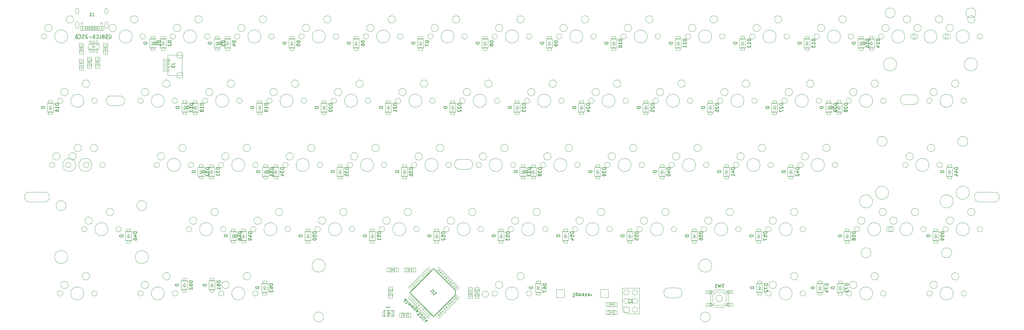
<source format=gbr>
G04 #@! TF.GenerationSoftware,KiCad,Pcbnew,(5.99.0-11336-g5116fa6d12)*
G04 #@! TF.CreationDate,2021-07-24T21:06:12+02:00*
G04 #@! TF.ProjectId,plain60-flex-mkd-ansi,706c6169-6e36-4302-9d66-6c65782d6d6b,rev?*
G04 #@! TF.SameCoordinates,Original*
G04 #@! TF.FileFunction,AssemblyDrawing,Bot*
%FSLAX46Y46*%
G04 Gerber Fmt 4.6, Leading zero omitted, Abs format (unit mm)*
G04 Created by KiCad (PCBNEW (5.99.0-11336-g5116fa6d12)) date 2021-07-24 21:06:12*
%MOMM*%
%LPD*%
G01*
G04 APERTURE LIST*
%ADD10C,0.150000*%
%ADD11C,0.030000*%
%ADD12C,0.080000*%
%ADD13C,0.075000*%
%ADD14C,0.125000*%
%ADD15C,0.100000*%
%ADD16C,0.100000*%
G04 #@! TD*
G04 APERTURE END LIST*
D10*
X238284797Y-83813656D02*
X237284797Y-83813656D01*
X237284797Y-84051751D01*
X237332417Y-84194608D01*
X237427655Y-84289846D01*
X237522893Y-84337465D01*
X237713369Y-84385084D01*
X237856226Y-84385084D01*
X238046702Y-84337465D01*
X238141940Y-84289846D01*
X238237178Y-84194608D01*
X238284797Y-84051751D01*
X238284797Y-83813656D01*
X242384797Y-82861275D02*
X241384797Y-82861275D01*
X241384797Y-83099370D01*
X241432417Y-83242227D01*
X241527655Y-83337465D01*
X241622893Y-83385084D01*
X241813369Y-83432703D01*
X241956226Y-83432703D01*
X242146702Y-83385084D01*
X242241940Y-83337465D01*
X242337178Y-83242227D01*
X242384797Y-83099370D01*
X242384797Y-82861275D01*
X241384797Y-83766037D02*
X241384797Y-84432703D01*
X242384797Y-84004132D01*
X241384797Y-84718418D02*
X241384797Y-85337465D01*
X241765750Y-85004132D01*
X241765750Y-85146989D01*
X241813369Y-85242227D01*
X241860988Y-85289846D01*
X241956226Y-85337465D01*
X242194321Y-85337465D01*
X242289559Y-85289846D01*
X242337178Y-85242227D01*
X242384797Y-85146989D01*
X242384797Y-84861275D01*
X242337178Y-84766037D01*
X242289559Y-84718418D01*
X214450999Y-83813656D02*
X213450999Y-83813656D01*
X213450999Y-84051751D01*
X213498619Y-84194608D01*
X213593857Y-84289846D01*
X213689095Y-84337465D01*
X213879571Y-84385084D01*
X214022428Y-84385084D01*
X214212904Y-84337465D01*
X214308142Y-84289846D01*
X214403380Y-84194608D01*
X214450999Y-84051751D01*
X214450999Y-83813656D01*
X218550999Y-82861275D02*
X217550999Y-82861275D01*
X217550999Y-83099370D01*
X217598619Y-83242227D01*
X217693857Y-83337465D01*
X217789095Y-83385084D01*
X217979571Y-83432703D01*
X218122428Y-83432703D01*
X218312904Y-83385084D01*
X218408142Y-83337465D01*
X218503380Y-83242227D01*
X218550999Y-83099370D01*
X218550999Y-82861275D01*
X217550999Y-83766037D02*
X217550999Y-84432703D01*
X218550999Y-84004132D01*
X217646238Y-84766037D02*
X217598619Y-84813656D01*
X217550999Y-84908894D01*
X217550999Y-85146989D01*
X217598619Y-85242227D01*
X217646238Y-85289846D01*
X217741476Y-85337465D01*
X217836714Y-85337465D01*
X217979571Y-85289846D01*
X218550999Y-84718418D01*
X218550999Y-85337465D01*
X148966569Y-83813656D02*
X147966569Y-83813656D01*
X147966569Y-84051751D01*
X148014189Y-84194608D01*
X148109427Y-84289846D01*
X148204665Y-84337465D01*
X148395141Y-84385084D01*
X148537998Y-84385084D01*
X148728474Y-84337465D01*
X148823712Y-84289846D01*
X148918950Y-84194608D01*
X148966569Y-84051751D01*
X148966569Y-83813656D01*
X153066569Y-82861275D02*
X152066569Y-82861275D01*
X152066569Y-83099370D01*
X152114189Y-83242227D01*
X152209427Y-83337465D01*
X152304665Y-83385084D01*
X152495141Y-83432703D01*
X152637998Y-83432703D01*
X152828474Y-83385084D01*
X152923712Y-83337465D01*
X153018950Y-83242227D01*
X153066569Y-83099370D01*
X153066569Y-82861275D01*
X152066569Y-84289846D02*
X152066569Y-84099370D01*
X152114189Y-84004132D01*
X152161808Y-83956513D01*
X152304665Y-83861275D01*
X152495141Y-83813656D01*
X152876093Y-83813656D01*
X152971331Y-83861275D01*
X153018950Y-83908894D01*
X153066569Y-84004132D01*
X153066569Y-84194608D01*
X153018950Y-84289846D01*
X152971331Y-84337465D01*
X152876093Y-84385084D01*
X152637998Y-84385084D01*
X152542760Y-84337465D01*
X152495141Y-84289846D01*
X152447522Y-84194608D01*
X152447522Y-84004132D01*
X152495141Y-83908894D01*
X152542760Y-83861275D01*
X152637998Y-83813656D01*
X152066569Y-84718418D02*
X152066569Y-85385084D01*
X153066569Y-84956513D01*
X68031667Y-83813656D02*
X67031667Y-83813656D01*
X67031667Y-84051751D01*
X67079287Y-84194608D01*
X67174525Y-84289846D01*
X67269763Y-84337465D01*
X67460239Y-84385084D01*
X67603096Y-84385084D01*
X67793572Y-84337465D01*
X67888810Y-84289846D01*
X67984048Y-84194608D01*
X68031667Y-84051751D01*
X68031667Y-83813656D01*
X72131667Y-82861275D02*
X71131667Y-82861275D01*
X71131667Y-83099370D01*
X71179287Y-83242227D01*
X71274525Y-83337465D01*
X71369763Y-83385084D01*
X71560239Y-83432703D01*
X71703096Y-83432703D01*
X71893572Y-83385084D01*
X71988810Y-83337465D01*
X72084048Y-83242227D01*
X72131667Y-83099370D01*
X72131667Y-82861275D01*
X71131667Y-84289846D02*
X71131667Y-84099370D01*
X71179287Y-84004132D01*
X71226906Y-83956513D01*
X71369763Y-83861275D01*
X71560239Y-83813656D01*
X71941191Y-83813656D01*
X72036429Y-83861275D01*
X72084048Y-83908894D01*
X72131667Y-84004132D01*
X72131667Y-84194608D01*
X72084048Y-84289846D01*
X72036429Y-84337465D01*
X71941191Y-84385084D01*
X71703096Y-84385084D01*
X71607858Y-84337465D01*
X71560239Y-84289846D01*
X71512620Y-84194608D01*
X71512620Y-84004132D01*
X71560239Y-83908894D01*
X71607858Y-83861275D01*
X71703096Y-83813656D01*
X71131667Y-84718418D02*
X71131667Y-85337465D01*
X71512620Y-85004132D01*
X71512620Y-85146989D01*
X71560239Y-85242227D01*
X71607858Y-85289846D01*
X71703096Y-85337465D01*
X71941191Y-85337465D01*
X72036429Y-85289846D01*
X72084048Y-85242227D01*
X72131667Y-85146989D01*
X72131667Y-84861275D01*
X72084048Y-84766037D01*
X72036429Y-84718418D01*
X266577380Y-68413095D02*
X265577380Y-68413095D01*
X265577380Y-68651190D01*
X265625000Y-68794047D01*
X265720238Y-68889285D01*
X265815476Y-68936904D01*
X266005952Y-68984523D01*
X266148809Y-68984523D01*
X266339285Y-68936904D01*
X266434523Y-68889285D01*
X266529761Y-68794047D01*
X266577380Y-68651190D01*
X266577380Y-68413095D01*
X270677380Y-67460714D02*
X269677380Y-67460714D01*
X269677380Y-67698809D01*
X269725000Y-67841666D01*
X269820238Y-67936904D01*
X269915476Y-67984523D01*
X270105952Y-68032142D01*
X270248809Y-68032142D01*
X270439285Y-67984523D01*
X270534523Y-67936904D01*
X270629761Y-67841666D01*
X270677380Y-67698809D01*
X270677380Y-67460714D01*
X269677380Y-68936904D02*
X269677380Y-68460714D01*
X270153571Y-68413095D01*
X270105952Y-68460714D01*
X270058333Y-68555952D01*
X270058333Y-68794047D01*
X270105952Y-68889285D01*
X270153571Y-68936904D01*
X270248809Y-68984523D01*
X270486904Y-68984523D01*
X270582142Y-68936904D01*
X270629761Y-68889285D01*
X270677380Y-68794047D01*
X270677380Y-68555952D01*
X270629761Y-68460714D01*
X270582142Y-68413095D01*
X270677380Y-69460714D02*
X270677380Y-69651190D01*
X270629761Y-69746428D01*
X270582142Y-69794047D01*
X270439285Y-69889285D01*
X270248809Y-69936904D01*
X269867857Y-69936904D01*
X269772619Y-69889285D01*
X269725000Y-69841666D01*
X269677380Y-69746428D01*
X269677380Y-69555952D01*
X269725000Y-69460714D01*
X269772619Y-69413095D01*
X269867857Y-69365476D01*
X270105952Y-69365476D01*
X270201190Y-69413095D01*
X270248809Y-69460714D01*
X270296428Y-69555952D01*
X270296428Y-69746428D01*
X270248809Y-69841666D01*
X270201190Y-69889285D01*
X270105952Y-69936904D01*
X240383840Y-68413151D02*
X239383840Y-68413151D01*
X239383840Y-68651246D01*
X239431460Y-68794103D01*
X239526698Y-68889341D01*
X239621936Y-68936960D01*
X239812412Y-68984579D01*
X239955269Y-68984579D01*
X240145745Y-68936960D01*
X240240983Y-68889341D01*
X240336221Y-68794103D01*
X240383840Y-68651246D01*
X240383840Y-68413151D01*
X244483840Y-67460770D02*
X243483840Y-67460770D01*
X243483840Y-67698865D01*
X243531460Y-67841722D01*
X243626698Y-67936960D01*
X243721936Y-67984579D01*
X243912412Y-68032198D01*
X244055269Y-68032198D01*
X244245745Y-67984579D01*
X244340983Y-67936960D01*
X244436221Y-67841722D01*
X244483840Y-67698865D01*
X244483840Y-67460770D01*
X243483840Y-68936960D02*
X243483840Y-68460770D01*
X243960031Y-68413151D01*
X243912412Y-68460770D01*
X243864793Y-68556008D01*
X243864793Y-68794103D01*
X243912412Y-68889341D01*
X243960031Y-68936960D01*
X244055269Y-68984579D01*
X244293364Y-68984579D01*
X244388602Y-68936960D01*
X244436221Y-68889341D01*
X244483840Y-68794103D01*
X244483840Y-68556008D01*
X244436221Y-68460770D01*
X244388602Y-68413151D01*
X243912412Y-69556008D02*
X243864793Y-69460770D01*
X243817174Y-69413151D01*
X243721936Y-69365532D01*
X243674317Y-69365532D01*
X243579079Y-69413151D01*
X243531460Y-69460770D01*
X243483840Y-69556008D01*
X243483840Y-69746484D01*
X243531460Y-69841722D01*
X243579079Y-69889341D01*
X243674317Y-69936960D01*
X243721936Y-69936960D01*
X243817174Y-69889341D01*
X243864793Y-69841722D01*
X243912412Y-69746484D01*
X243912412Y-69556008D01*
X243960031Y-69460770D01*
X244007650Y-69413151D01*
X244102888Y-69365532D01*
X244293364Y-69365532D01*
X244388602Y-69413151D01*
X244436221Y-69460770D01*
X244483840Y-69556008D01*
X244483840Y-69746484D01*
X244436221Y-69841722D01*
X244388602Y-69889341D01*
X244293364Y-69936960D01*
X244102888Y-69936960D01*
X244007650Y-69889341D01*
X243960031Y-69841722D01*
X243912412Y-69746484D01*
X214189880Y-68413095D02*
X213189880Y-68413095D01*
X213189880Y-68651190D01*
X213237500Y-68794047D01*
X213332738Y-68889285D01*
X213427976Y-68936904D01*
X213618452Y-68984523D01*
X213761309Y-68984523D01*
X213951785Y-68936904D01*
X214047023Y-68889285D01*
X214142261Y-68794047D01*
X214189880Y-68651190D01*
X214189880Y-68413095D01*
X218289880Y-67460714D02*
X217289880Y-67460714D01*
X217289880Y-67698809D01*
X217337500Y-67841666D01*
X217432738Y-67936904D01*
X217527976Y-67984523D01*
X217718452Y-68032142D01*
X217861309Y-68032142D01*
X218051785Y-67984523D01*
X218147023Y-67936904D01*
X218242261Y-67841666D01*
X218289880Y-67698809D01*
X218289880Y-67460714D01*
X217289880Y-68936904D02*
X217289880Y-68460714D01*
X217766071Y-68413095D01*
X217718452Y-68460714D01*
X217670833Y-68555952D01*
X217670833Y-68794047D01*
X217718452Y-68889285D01*
X217766071Y-68936904D01*
X217861309Y-68984523D01*
X218099404Y-68984523D01*
X218194642Y-68936904D01*
X218242261Y-68889285D01*
X218289880Y-68794047D01*
X218289880Y-68555952D01*
X218242261Y-68460714D01*
X218194642Y-68413095D01*
X217289880Y-69317857D02*
X217289880Y-69984523D01*
X218289880Y-69555952D01*
X195139880Y-68413095D02*
X194139880Y-68413095D01*
X194139880Y-68651190D01*
X194187500Y-68794047D01*
X194282738Y-68889285D01*
X194377976Y-68936904D01*
X194568452Y-68984523D01*
X194711309Y-68984523D01*
X194901785Y-68936904D01*
X194997023Y-68889285D01*
X195092261Y-68794047D01*
X195139880Y-68651190D01*
X195139880Y-68413095D01*
X199239880Y-67460714D02*
X198239880Y-67460714D01*
X198239880Y-67698809D01*
X198287500Y-67841666D01*
X198382738Y-67936904D01*
X198477976Y-67984523D01*
X198668452Y-68032142D01*
X198811309Y-68032142D01*
X199001785Y-67984523D01*
X199097023Y-67936904D01*
X199192261Y-67841666D01*
X199239880Y-67698809D01*
X199239880Y-67460714D01*
X198239880Y-68936904D02*
X198239880Y-68460714D01*
X198716071Y-68413095D01*
X198668452Y-68460714D01*
X198620833Y-68555952D01*
X198620833Y-68794047D01*
X198668452Y-68889285D01*
X198716071Y-68936904D01*
X198811309Y-68984523D01*
X199049404Y-68984523D01*
X199144642Y-68936904D01*
X199192261Y-68889285D01*
X199239880Y-68794047D01*
X199239880Y-68555952D01*
X199192261Y-68460714D01*
X199144642Y-68413095D01*
X198239880Y-69841666D02*
X198239880Y-69651190D01*
X198287500Y-69555952D01*
X198335119Y-69508333D01*
X198477976Y-69413095D01*
X198668452Y-69365476D01*
X199049404Y-69365476D01*
X199144642Y-69413095D01*
X199192261Y-69460714D01*
X199239880Y-69555952D01*
X199239880Y-69746428D01*
X199192261Y-69841666D01*
X199144642Y-69889285D01*
X199049404Y-69936904D01*
X198811309Y-69936904D01*
X198716071Y-69889285D01*
X198668452Y-69841666D01*
X198620833Y-69746428D01*
X198620833Y-69555952D01*
X198668452Y-69460714D01*
X198716071Y-69413095D01*
X198811309Y-69365476D01*
X137989880Y-68413095D02*
X136989880Y-68413095D01*
X136989880Y-68651190D01*
X137037500Y-68794047D01*
X137132738Y-68889285D01*
X137227976Y-68936904D01*
X137418452Y-68984523D01*
X137561309Y-68984523D01*
X137751785Y-68936904D01*
X137847023Y-68889285D01*
X137942261Y-68794047D01*
X137989880Y-68651190D01*
X137989880Y-68413095D01*
X142089880Y-67460714D02*
X141089880Y-67460714D01*
X141089880Y-67698809D01*
X141137500Y-67841666D01*
X141232738Y-67936904D01*
X141327976Y-67984523D01*
X141518452Y-68032142D01*
X141661309Y-68032142D01*
X141851785Y-67984523D01*
X141947023Y-67936904D01*
X142042261Y-67841666D01*
X142089880Y-67698809D01*
X142089880Y-67460714D01*
X141089880Y-68936904D02*
X141089880Y-68460714D01*
X141566071Y-68413095D01*
X141518452Y-68460714D01*
X141470833Y-68555952D01*
X141470833Y-68794047D01*
X141518452Y-68889285D01*
X141566071Y-68936904D01*
X141661309Y-68984523D01*
X141899404Y-68984523D01*
X141994642Y-68936904D01*
X142042261Y-68889285D01*
X142089880Y-68794047D01*
X142089880Y-68555952D01*
X142042261Y-68460714D01*
X141994642Y-68413095D01*
X141089880Y-69317857D02*
X141089880Y-69936904D01*
X141470833Y-69603571D01*
X141470833Y-69746428D01*
X141518452Y-69841666D01*
X141566071Y-69889285D01*
X141661309Y-69936904D01*
X141899404Y-69936904D01*
X141994642Y-69889285D01*
X142042261Y-69841666D01*
X142089880Y-69746428D01*
X142089880Y-69460714D01*
X142042261Y-69365476D01*
X141994642Y-69317857D01*
X99889880Y-68413095D02*
X98889880Y-68413095D01*
X98889880Y-68651190D01*
X98937500Y-68794047D01*
X99032738Y-68889285D01*
X99127976Y-68936904D01*
X99318452Y-68984523D01*
X99461309Y-68984523D01*
X99651785Y-68936904D01*
X99747023Y-68889285D01*
X99842261Y-68794047D01*
X99889880Y-68651190D01*
X99889880Y-68413095D01*
X103989880Y-67460714D02*
X102989880Y-67460714D01*
X102989880Y-67698809D01*
X103037500Y-67841666D01*
X103132738Y-67936904D01*
X103227976Y-67984523D01*
X103418452Y-68032142D01*
X103561309Y-68032142D01*
X103751785Y-67984523D01*
X103847023Y-67936904D01*
X103942261Y-67841666D01*
X103989880Y-67698809D01*
X103989880Y-67460714D01*
X102989880Y-68936904D02*
X102989880Y-68460714D01*
X103466071Y-68413095D01*
X103418452Y-68460714D01*
X103370833Y-68555952D01*
X103370833Y-68794047D01*
X103418452Y-68889285D01*
X103466071Y-68936904D01*
X103561309Y-68984523D01*
X103799404Y-68984523D01*
X103894642Y-68936904D01*
X103942261Y-68889285D01*
X103989880Y-68794047D01*
X103989880Y-68555952D01*
X103942261Y-68460714D01*
X103894642Y-68413095D01*
X103989880Y-69936904D02*
X103989880Y-69365476D01*
X103989880Y-69651190D02*
X102989880Y-69651190D01*
X103132738Y-69555952D01*
X103227976Y-69460714D01*
X103275595Y-69365476D01*
X80839880Y-68413095D02*
X79839880Y-68413095D01*
X79839880Y-68651190D01*
X79887500Y-68794047D01*
X79982738Y-68889285D01*
X80077976Y-68936904D01*
X80268452Y-68984523D01*
X80411309Y-68984523D01*
X80601785Y-68936904D01*
X80697023Y-68889285D01*
X80792261Y-68794047D01*
X80839880Y-68651190D01*
X80839880Y-68413095D01*
X84939880Y-67460714D02*
X83939880Y-67460714D01*
X83939880Y-67698809D01*
X83987500Y-67841666D01*
X84082738Y-67936904D01*
X84177976Y-67984523D01*
X84368452Y-68032142D01*
X84511309Y-68032142D01*
X84701785Y-67984523D01*
X84797023Y-67936904D01*
X84892261Y-67841666D01*
X84939880Y-67698809D01*
X84939880Y-67460714D01*
X83939880Y-68936904D02*
X83939880Y-68460714D01*
X84416071Y-68413095D01*
X84368452Y-68460714D01*
X84320833Y-68555952D01*
X84320833Y-68794047D01*
X84368452Y-68889285D01*
X84416071Y-68936904D01*
X84511309Y-68984523D01*
X84749404Y-68984523D01*
X84844642Y-68936904D01*
X84892261Y-68889285D01*
X84939880Y-68794047D01*
X84939880Y-68555952D01*
X84892261Y-68460714D01*
X84844642Y-68413095D01*
X83939880Y-69603571D02*
X83939880Y-69698809D01*
X83987500Y-69794047D01*
X84035119Y-69841666D01*
X84130357Y-69889285D01*
X84320833Y-69936904D01*
X84558928Y-69936904D01*
X84749404Y-69889285D01*
X84844642Y-69841666D01*
X84892261Y-69794047D01*
X84939880Y-69698809D01*
X84939880Y-69603571D01*
X84892261Y-69508333D01*
X84844642Y-69460714D01*
X84749404Y-69413095D01*
X84558928Y-69365476D01*
X84320833Y-69365476D01*
X84130357Y-69413095D01*
X84035119Y-69460714D01*
X83987500Y-69508333D01*
X83939880Y-69603571D01*
X218952380Y-30313095D02*
X217952380Y-30313095D01*
X217952380Y-30551190D01*
X218000000Y-30694047D01*
X218095238Y-30789285D01*
X218190476Y-30836904D01*
X218380952Y-30884523D01*
X218523809Y-30884523D01*
X218714285Y-30836904D01*
X218809523Y-30789285D01*
X218904761Y-30694047D01*
X218952380Y-30551190D01*
X218952380Y-30313095D01*
X223052380Y-29360714D02*
X222052380Y-29360714D01*
X222052380Y-29598809D01*
X222100000Y-29741666D01*
X222195238Y-29836904D01*
X222290476Y-29884523D01*
X222480952Y-29932142D01*
X222623809Y-29932142D01*
X222814285Y-29884523D01*
X222909523Y-29836904D01*
X223004761Y-29741666D01*
X223052380Y-29598809D01*
X223052380Y-29360714D01*
X222147619Y-30313095D02*
X222100000Y-30360714D01*
X222052380Y-30455952D01*
X222052380Y-30694047D01*
X222100000Y-30789285D01*
X222147619Y-30836904D01*
X222242857Y-30884523D01*
X222338095Y-30884523D01*
X222480952Y-30836904D01*
X223052380Y-30265476D01*
X223052380Y-30884523D01*
X222052380Y-31217857D02*
X222052380Y-31884523D01*
X223052380Y-31455952D01*
X223714880Y-49363095D02*
X222714880Y-49363095D01*
X222714880Y-49601190D01*
X222762500Y-49744047D01*
X222857738Y-49839285D01*
X222952976Y-49886904D01*
X223143452Y-49934523D01*
X223286309Y-49934523D01*
X223476785Y-49886904D01*
X223572023Y-49839285D01*
X223667261Y-49744047D01*
X223714880Y-49601190D01*
X223714880Y-49363095D01*
X227814880Y-48410714D02*
X226814880Y-48410714D01*
X226814880Y-48648809D01*
X226862500Y-48791666D01*
X226957738Y-48886904D01*
X227052976Y-48934523D01*
X227243452Y-48982142D01*
X227386309Y-48982142D01*
X227576785Y-48934523D01*
X227672023Y-48886904D01*
X227767261Y-48791666D01*
X227814880Y-48648809D01*
X227814880Y-48410714D01*
X227148214Y-49839285D02*
X227814880Y-49839285D01*
X226767261Y-49601190D02*
X227481547Y-49363095D01*
X227481547Y-49982142D01*
X226910119Y-50315476D02*
X226862500Y-50363095D01*
X226814880Y-50458333D01*
X226814880Y-50696428D01*
X226862500Y-50791666D01*
X226910119Y-50839285D01*
X227005357Y-50886904D01*
X227100595Y-50886904D01*
X227243452Y-50839285D01*
X227814880Y-50267857D01*
X227814880Y-50886904D01*
X47502380Y-30313095D02*
X46502380Y-30313095D01*
X46502380Y-30551190D01*
X46550000Y-30694047D01*
X46645238Y-30789285D01*
X46740476Y-30836904D01*
X46930952Y-30884523D01*
X47073809Y-30884523D01*
X47264285Y-30836904D01*
X47359523Y-30789285D01*
X47454761Y-30694047D01*
X47502380Y-30551190D01*
X47502380Y-30313095D01*
X51602380Y-29360714D02*
X50602380Y-29360714D01*
X50602380Y-29598809D01*
X50650000Y-29741666D01*
X50745238Y-29836904D01*
X50840476Y-29884523D01*
X51030952Y-29932142D01*
X51173809Y-29932142D01*
X51364285Y-29884523D01*
X51459523Y-29836904D01*
X51554761Y-29741666D01*
X51602380Y-29598809D01*
X51602380Y-29360714D01*
X51602380Y-30884523D02*
X51602380Y-30313095D01*
X51602380Y-30598809D02*
X50602380Y-30598809D01*
X50745238Y-30503571D01*
X50840476Y-30408333D01*
X50888095Y-30313095D01*
X51030952Y-31455952D02*
X50983333Y-31360714D01*
X50935714Y-31313095D01*
X50840476Y-31265476D01*
X50792857Y-31265476D01*
X50697619Y-31313095D01*
X50650000Y-31360714D01*
X50602380Y-31455952D01*
X50602380Y-31646428D01*
X50650000Y-31741666D01*
X50697619Y-31789285D01*
X50792857Y-31836904D01*
X50840476Y-31836904D01*
X50935714Y-31789285D01*
X50983333Y-31741666D01*
X51030952Y-31646428D01*
X51030952Y-31455952D01*
X51078571Y-31360714D01*
X51126190Y-31313095D01*
X51221428Y-31265476D01*
X51411904Y-31265476D01*
X51507142Y-31313095D01*
X51554761Y-31360714D01*
X51602380Y-31455952D01*
X51602380Y-31646428D01*
X51554761Y-31741666D01*
X51507142Y-31789285D01*
X51411904Y-31836904D01*
X51221428Y-31836904D01*
X51126190Y-31789285D01*
X51078571Y-31741666D01*
X51030952Y-31646428D01*
X180852380Y-30313095D02*
X179852380Y-30313095D01*
X179852380Y-30551190D01*
X179900000Y-30694047D01*
X179995238Y-30789285D01*
X180090476Y-30836904D01*
X180280952Y-30884523D01*
X180423809Y-30884523D01*
X180614285Y-30836904D01*
X180709523Y-30789285D01*
X180804761Y-30694047D01*
X180852380Y-30551190D01*
X180852380Y-30313095D01*
X184952380Y-29360714D02*
X183952380Y-29360714D01*
X183952380Y-29598809D01*
X184000000Y-29741666D01*
X184095238Y-29836904D01*
X184190476Y-29884523D01*
X184380952Y-29932142D01*
X184523809Y-29932142D01*
X184714285Y-29884523D01*
X184809523Y-29836904D01*
X184904761Y-29741666D01*
X184952380Y-29598809D01*
X184952380Y-29360714D01*
X184047619Y-30313095D02*
X184000000Y-30360714D01*
X183952380Y-30455952D01*
X183952380Y-30694047D01*
X184000000Y-30789285D01*
X184047619Y-30836904D01*
X184142857Y-30884523D01*
X184238095Y-30884523D01*
X184380952Y-30836904D01*
X184952380Y-30265476D01*
X184952380Y-30884523D01*
X183952380Y-31789285D02*
X183952380Y-31313095D01*
X184428571Y-31265476D01*
X184380952Y-31313095D01*
X184333333Y-31408333D01*
X184333333Y-31646428D01*
X184380952Y-31741666D01*
X184428571Y-31789285D01*
X184523809Y-31836904D01*
X184761904Y-31836904D01*
X184857142Y-31789285D01*
X184904761Y-31741666D01*
X184952380Y-31646428D01*
X184952380Y-31408333D01*
X184904761Y-31313095D01*
X184857142Y-31265476D01*
X204664880Y-49363095D02*
X203664880Y-49363095D01*
X203664880Y-49601190D01*
X203712500Y-49744047D01*
X203807738Y-49839285D01*
X203902976Y-49886904D01*
X204093452Y-49934523D01*
X204236309Y-49934523D01*
X204426785Y-49886904D01*
X204522023Y-49839285D01*
X204617261Y-49744047D01*
X204664880Y-49601190D01*
X204664880Y-49363095D01*
X208764880Y-48410714D02*
X207764880Y-48410714D01*
X207764880Y-48648809D01*
X207812500Y-48791666D01*
X207907738Y-48886904D01*
X208002976Y-48934523D01*
X208193452Y-48982142D01*
X208336309Y-48982142D01*
X208526785Y-48934523D01*
X208622023Y-48886904D01*
X208717261Y-48791666D01*
X208764880Y-48648809D01*
X208764880Y-48410714D01*
X208098214Y-49839285D02*
X208764880Y-49839285D01*
X207717261Y-49601190D02*
X208431547Y-49363095D01*
X208431547Y-49982142D01*
X208764880Y-50886904D02*
X208764880Y-50315476D01*
X208764880Y-50601190D02*
X207764880Y-50601190D01*
X207907738Y-50505952D01*
X208002976Y-50410714D01*
X208050595Y-50315476D01*
X109414880Y-49363095D02*
X108414880Y-49363095D01*
X108414880Y-49601190D01*
X108462500Y-49744047D01*
X108557738Y-49839285D01*
X108652976Y-49886904D01*
X108843452Y-49934523D01*
X108986309Y-49934523D01*
X109176785Y-49886904D01*
X109272023Y-49839285D01*
X109367261Y-49744047D01*
X109414880Y-49601190D01*
X109414880Y-49363095D01*
X113514880Y-48410714D02*
X112514880Y-48410714D01*
X112514880Y-48648809D01*
X112562500Y-48791666D01*
X112657738Y-48886904D01*
X112752976Y-48934523D01*
X112943452Y-48982142D01*
X113086309Y-48982142D01*
X113276785Y-48934523D01*
X113372023Y-48886904D01*
X113467261Y-48791666D01*
X113514880Y-48648809D01*
X113514880Y-48410714D01*
X112514880Y-49315476D02*
X112514880Y-49934523D01*
X112895833Y-49601190D01*
X112895833Y-49744047D01*
X112943452Y-49839285D01*
X112991071Y-49886904D01*
X113086309Y-49934523D01*
X113324404Y-49934523D01*
X113419642Y-49886904D01*
X113467261Y-49839285D01*
X113514880Y-49744047D01*
X113514880Y-49458333D01*
X113467261Y-49363095D01*
X113419642Y-49315476D01*
X112514880Y-50791666D02*
X112514880Y-50601190D01*
X112562500Y-50505952D01*
X112610119Y-50458333D01*
X112752976Y-50363095D01*
X112943452Y-50315476D01*
X113324404Y-50315476D01*
X113419642Y-50363095D01*
X113467261Y-50410714D01*
X113514880Y-50505952D01*
X113514880Y-50696428D01*
X113467261Y-50791666D01*
X113419642Y-50839285D01*
X113324404Y-50886904D01*
X113086309Y-50886904D01*
X112991071Y-50839285D01*
X112943452Y-50791666D01*
X112895833Y-50696428D01*
X112895833Y-50505952D01*
X112943452Y-50410714D01*
X112991071Y-50363095D01*
X113086309Y-50315476D01*
X52264880Y-49363095D02*
X51264880Y-49363095D01*
X51264880Y-49601190D01*
X51312500Y-49744047D01*
X51407738Y-49839285D01*
X51502976Y-49886904D01*
X51693452Y-49934523D01*
X51836309Y-49934523D01*
X52026785Y-49886904D01*
X52122023Y-49839285D01*
X52217261Y-49744047D01*
X52264880Y-49601190D01*
X52264880Y-49363095D01*
X56364880Y-48410714D02*
X55364880Y-48410714D01*
X55364880Y-48648809D01*
X55412500Y-48791666D01*
X55507738Y-48886904D01*
X55602976Y-48934523D01*
X55793452Y-48982142D01*
X55936309Y-48982142D01*
X56126785Y-48934523D01*
X56222023Y-48886904D01*
X56317261Y-48791666D01*
X56364880Y-48648809D01*
X56364880Y-48410714D01*
X55364880Y-49315476D02*
X55364880Y-49934523D01*
X55745833Y-49601190D01*
X55745833Y-49744047D01*
X55793452Y-49839285D01*
X55841071Y-49886904D01*
X55936309Y-49934523D01*
X56174404Y-49934523D01*
X56269642Y-49886904D01*
X56317261Y-49839285D01*
X56364880Y-49744047D01*
X56364880Y-49458333D01*
X56317261Y-49363095D01*
X56269642Y-49315476D01*
X56364880Y-50886904D02*
X56364880Y-50315476D01*
X56364880Y-50601190D02*
X55364880Y-50601190D01*
X55507738Y-50505952D01*
X55602976Y-50410714D01*
X55650595Y-50315476D01*
X185614880Y-49363095D02*
X184614880Y-49363095D01*
X184614880Y-49601190D01*
X184662500Y-49744047D01*
X184757738Y-49839285D01*
X184852976Y-49886904D01*
X185043452Y-49934523D01*
X185186309Y-49934523D01*
X185376785Y-49886904D01*
X185472023Y-49839285D01*
X185567261Y-49744047D01*
X185614880Y-49601190D01*
X185614880Y-49363095D01*
X189714880Y-48410714D02*
X188714880Y-48410714D01*
X188714880Y-48648809D01*
X188762500Y-48791666D01*
X188857738Y-48886904D01*
X188952976Y-48934523D01*
X189143452Y-48982142D01*
X189286309Y-48982142D01*
X189476785Y-48934523D01*
X189572023Y-48886904D01*
X189667261Y-48791666D01*
X189714880Y-48648809D01*
X189714880Y-48410714D01*
X189048214Y-49839285D02*
X189714880Y-49839285D01*
X188667261Y-49601190D02*
X189381547Y-49363095D01*
X189381547Y-49982142D01*
X188714880Y-50553571D02*
X188714880Y-50648809D01*
X188762500Y-50744047D01*
X188810119Y-50791666D01*
X188905357Y-50839285D01*
X189095833Y-50886904D01*
X189333928Y-50886904D01*
X189524404Y-50839285D01*
X189619642Y-50791666D01*
X189667261Y-50744047D01*
X189714880Y-50648809D01*
X189714880Y-50553571D01*
X189667261Y-50458333D01*
X189619642Y-50410714D01*
X189524404Y-50363095D01*
X189333928Y-50315476D01*
X189095833Y-50315476D01*
X188905357Y-50363095D01*
X188810119Y-50410714D01*
X188762500Y-50458333D01*
X188714880Y-50553571D01*
X144464880Y-49363095D02*
X143464880Y-49363095D01*
X143464880Y-49601190D01*
X143512500Y-49744047D01*
X143607738Y-49839285D01*
X143702976Y-49886904D01*
X143893452Y-49934523D01*
X144036309Y-49934523D01*
X144226785Y-49886904D01*
X144322023Y-49839285D01*
X144417261Y-49744047D01*
X144464880Y-49601190D01*
X144464880Y-49363095D01*
X148564880Y-48410714D02*
X147564880Y-48410714D01*
X147564880Y-48648809D01*
X147612500Y-48791666D01*
X147707738Y-48886904D01*
X147802976Y-48934523D01*
X147993452Y-48982142D01*
X148136309Y-48982142D01*
X148326785Y-48934523D01*
X148422023Y-48886904D01*
X148517261Y-48791666D01*
X148564880Y-48648809D01*
X148564880Y-48410714D01*
X147564880Y-49315476D02*
X147564880Y-49934523D01*
X147945833Y-49601190D01*
X147945833Y-49744047D01*
X147993452Y-49839285D01*
X148041071Y-49886904D01*
X148136309Y-49934523D01*
X148374404Y-49934523D01*
X148469642Y-49886904D01*
X148517261Y-49839285D01*
X148564880Y-49744047D01*
X148564880Y-49458333D01*
X148517261Y-49363095D01*
X148469642Y-49315476D01*
X147564880Y-50267857D02*
X147564880Y-50934523D01*
X148564880Y-50505952D01*
X49214880Y-49363095D02*
X48214880Y-49363095D01*
X48214880Y-49601190D01*
X48262500Y-49744047D01*
X48357738Y-49839285D01*
X48452976Y-49886904D01*
X48643452Y-49934523D01*
X48786309Y-49934523D01*
X48976785Y-49886904D01*
X49072023Y-49839285D01*
X49167261Y-49744047D01*
X49214880Y-49601190D01*
X49214880Y-49363095D01*
X53314880Y-48410714D02*
X52314880Y-48410714D01*
X52314880Y-48648809D01*
X52362500Y-48791666D01*
X52457738Y-48886904D01*
X52552976Y-48934523D01*
X52743452Y-48982142D01*
X52886309Y-48982142D01*
X53076785Y-48934523D01*
X53172023Y-48886904D01*
X53267261Y-48791666D01*
X53314880Y-48648809D01*
X53314880Y-48410714D01*
X52314880Y-49315476D02*
X52314880Y-49934523D01*
X52695833Y-49601190D01*
X52695833Y-49744047D01*
X52743452Y-49839285D01*
X52791071Y-49886904D01*
X52886309Y-49934523D01*
X53124404Y-49934523D01*
X53219642Y-49886904D01*
X53267261Y-49839285D01*
X53314880Y-49744047D01*
X53314880Y-49458333D01*
X53267261Y-49363095D01*
X53219642Y-49315476D01*
X52410119Y-50315476D02*
X52362500Y-50363095D01*
X52314880Y-50458333D01*
X52314880Y-50696428D01*
X52362500Y-50791666D01*
X52410119Y-50839285D01*
X52505357Y-50886904D01*
X52600595Y-50886904D01*
X52743452Y-50839285D01*
X53314880Y-50267857D01*
X53314880Y-50886904D01*
X71314880Y-49363095D02*
X70314880Y-49363095D01*
X70314880Y-49601190D01*
X70362500Y-49744047D01*
X70457738Y-49839285D01*
X70552976Y-49886904D01*
X70743452Y-49934523D01*
X70886309Y-49934523D01*
X71076785Y-49886904D01*
X71172023Y-49839285D01*
X71267261Y-49744047D01*
X71314880Y-49601190D01*
X71314880Y-49363095D01*
X75414880Y-48410714D02*
X74414880Y-48410714D01*
X74414880Y-48648809D01*
X74462500Y-48791666D01*
X74557738Y-48886904D01*
X74652976Y-48934523D01*
X74843452Y-48982142D01*
X74986309Y-48982142D01*
X75176785Y-48934523D01*
X75272023Y-48886904D01*
X75367261Y-48791666D01*
X75414880Y-48648809D01*
X75414880Y-48410714D01*
X74414880Y-49315476D02*
X74414880Y-49934523D01*
X74795833Y-49601190D01*
X74795833Y-49744047D01*
X74843452Y-49839285D01*
X74891071Y-49886904D01*
X74986309Y-49934523D01*
X75224404Y-49934523D01*
X75319642Y-49886904D01*
X75367261Y-49839285D01*
X75414880Y-49744047D01*
X75414880Y-49458333D01*
X75367261Y-49363095D01*
X75319642Y-49315476D01*
X74748214Y-50791666D02*
X75414880Y-50791666D01*
X74367261Y-50553571D02*
X75081547Y-50315476D01*
X75081547Y-50934523D01*
X104652380Y-30313095D02*
X103652380Y-30313095D01*
X103652380Y-30551190D01*
X103700000Y-30694047D01*
X103795238Y-30789285D01*
X103890476Y-30836904D01*
X104080952Y-30884523D01*
X104223809Y-30884523D01*
X104414285Y-30836904D01*
X104509523Y-30789285D01*
X104604761Y-30694047D01*
X104652380Y-30551190D01*
X104652380Y-30313095D01*
X108752380Y-29360714D02*
X107752380Y-29360714D01*
X107752380Y-29598809D01*
X107800000Y-29741666D01*
X107895238Y-29836904D01*
X107990476Y-29884523D01*
X108180952Y-29932142D01*
X108323809Y-29932142D01*
X108514285Y-29884523D01*
X108609523Y-29836904D01*
X108704761Y-29741666D01*
X108752380Y-29598809D01*
X108752380Y-29360714D01*
X107847619Y-30313095D02*
X107800000Y-30360714D01*
X107752380Y-30455952D01*
X107752380Y-30694047D01*
X107800000Y-30789285D01*
X107847619Y-30836904D01*
X107942857Y-30884523D01*
X108038095Y-30884523D01*
X108180952Y-30836904D01*
X108752380Y-30265476D01*
X108752380Y-30884523D01*
X108752380Y-31836904D02*
X108752380Y-31265476D01*
X108752380Y-31551190D02*
X107752380Y-31551190D01*
X107895238Y-31455952D01*
X107990476Y-31360714D01*
X108038095Y-31265476D01*
X199902380Y-30313095D02*
X198902380Y-30313095D01*
X198902380Y-30551190D01*
X198950000Y-30694047D01*
X199045238Y-30789285D01*
X199140476Y-30836904D01*
X199330952Y-30884523D01*
X199473809Y-30884523D01*
X199664285Y-30836904D01*
X199759523Y-30789285D01*
X199854761Y-30694047D01*
X199902380Y-30551190D01*
X199902380Y-30313095D01*
X204002380Y-29360714D02*
X203002380Y-29360714D01*
X203002380Y-29598809D01*
X203050000Y-29741666D01*
X203145238Y-29836904D01*
X203240476Y-29884523D01*
X203430952Y-29932142D01*
X203573809Y-29932142D01*
X203764285Y-29884523D01*
X203859523Y-29836904D01*
X203954761Y-29741666D01*
X204002380Y-29598809D01*
X204002380Y-29360714D01*
X203097619Y-30313095D02*
X203050000Y-30360714D01*
X203002380Y-30455952D01*
X203002380Y-30694047D01*
X203050000Y-30789285D01*
X203097619Y-30836904D01*
X203192857Y-30884523D01*
X203288095Y-30884523D01*
X203430952Y-30836904D01*
X204002380Y-30265476D01*
X204002380Y-30884523D01*
X203002380Y-31741666D02*
X203002380Y-31551190D01*
X203050000Y-31455952D01*
X203097619Y-31408333D01*
X203240476Y-31313095D01*
X203430952Y-31265476D01*
X203811904Y-31265476D01*
X203907142Y-31313095D01*
X203954761Y-31360714D01*
X204002380Y-31455952D01*
X204002380Y-31646428D01*
X203954761Y-31741666D01*
X203907142Y-31789285D01*
X203811904Y-31836904D01*
X203573809Y-31836904D01*
X203478571Y-31789285D01*
X203430952Y-31741666D01*
X203383333Y-31646428D01*
X203383333Y-31455952D01*
X203430952Y-31360714D01*
X203478571Y-31313095D01*
X203573809Y-31265476D01*
X123702380Y-30313095D02*
X122702380Y-30313095D01*
X122702380Y-30551190D01*
X122750000Y-30694047D01*
X122845238Y-30789285D01*
X122940476Y-30836904D01*
X123130952Y-30884523D01*
X123273809Y-30884523D01*
X123464285Y-30836904D01*
X123559523Y-30789285D01*
X123654761Y-30694047D01*
X123702380Y-30551190D01*
X123702380Y-30313095D01*
X127802380Y-29360714D02*
X126802380Y-29360714D01*
X126802380Y-29598809D01*
X126850000Y-29741666D01*
X126945238Y-29836904D01*
X127040476Y-29884523D01*
X127230952Y-29932142D01*
X127373809Y-29932142D01*
X127564285Y-29884523D01*
X127659523Y-29836904D01*
X127754761Y-29741666D01*
X127802380Y-29598809D01*
X127802380Y-29360714D01*
X126897619Y-30313095D02*
X126850000Y-30360714D01*
X126802380Y-30455952D01*
X126802380Y-30694047D01*
X126850000Y-30789285D01*
X126897619Y-30836904D01*
X126992857Y-30884523D01*
X127088095Y-30884523D01*
X127230952Y-30836904D01*
X127802380Y-30265476D01*
X127802380Y-30884523D01*
X126897619Y-31265476D02*
X126850000Y-31313095D01*
X126802380Y-31408333D01*
X126802380Y-31646428D01*
X126850000Y-31741666D01*
X126897619Y-31789285D01*
X126992857Y-31836904D01*
X127088095Y-31836904D01*
X127230952Y-31789285D01*
X127802380Y-31217857D01*
X127802380Y-31836904D01*
X161802380Y-30313095D02*
X160802380Y-30313095D01*
X160802380Y-30551190D01*
X160850000Y-30694047D01*
X160945238Y-30789285D01*
X161040476Y-30836904D01*
X161230952Y-30884523D01*
X161373809Y-30884523D01*
X161564285Y-30836904D01*
X161659523Y-30789285D01*
X161754761Y-30694047D01*
X161802380Y-30551190D01*
X161802380Y-30313095D01*
X165902380Y-29360714D02*
X164902380Y-29360714D01*
X164902380Y-29598809D01*
X164950000Y-29741666D01*
X165045238Y-29836904D01*
X165140476Y-29884523D01*
X165330952Y-29932142D01*
X165473809Y-29932142D01*
X165664285Y-29884523D01*
X165759523Y-29836904D01*
X165854761Y-29741666D01*
X165902380Y-29598809D01*
X165902380Y-29360714D01*
X164997619Y-30313095D02*
X164950000Y-30360714D01*
X164902380Y-30455952D01*
X164902380Y-30694047D01*
X164950000Y-30789285D01*
X164997619Y-30836904D01*
X165092857Y-30884523D01*
X165188095Y-30884523D01*
X165330952Y-30836904D01*
X165902380Y-30265476D01*
X165902380Y-30884523D01*
X165235714Y-31741666D02*
X165902380Y-31741666D01*
X164854761Y-31503571D02*
X165569047Y-31265476D01*
X165569047Y-31884523D01*
X147514880Y-49363095D02*
X146514880Y-49363095D01*
X146514880Y-49601190D01*
X146562500Y-49744047D01*
X146657738Y-49839285D01*
X146752976Y-49886904D01*
X146943452Y-49934523D01*
X147086309Y-49934523D01*
X147276785Y-49886904D01*
X147372023Y-49839285D01*
X147467261Y-49744047D01*
X147514880Y-49601190D01*
X147514880Y-49363095D01*
X151614880Y-48410714D02*
X150614880Y-48410714D01*
X150614880Y-48648809D01*
X150662500Y-48791666D01*
X150757738Y-48886904D01*
X150852976Y-48934523D01*
X151043452Y-48982142D01*
X151186309Y-48982142D01*
X151376785Y-48934523D01*
X151472023Y-48886904D01*
X151567261Y-48791666D01*
X151614880Y-48648809D01*
X151614880Y-48410714D01*
X150614880Y-49315476D02*
X150614880Y-49934523D01*
X150995833Y-49601190D01*
X150995833Y-49744047D01*
X151043452Y-49839285D01*
X151091071Y-49886904D01*
X151186309Y-49934523D01*
X151424404Y-49934523D01*
X151519642Y-49886904D01*
X151567261Y-49839285D01*
X151614880Y-49744047D01*
X151614880Y-49458333D01*
X151567261Y-49363095D01*
X151519642Y-49315476D01*
X151043452Y-50505952D02*
X150995833Y-50410714D01*
X150948214Y-50363095D01*
X150852976Y-50315476D01*
X150805357Y-50315476D01*
X150710119Y-50363095D01*
X150662500Y-50410714D01*
X150614880Y-50505952D01*
X150614880Y-50696428D01*
X150662500Y-50791666D01*
X150710119Y-50839285D01*
X150805357Y-50886904D01*
X150852976Y-50886904D01*
X150948214Y-50839285D01*
X150995833Y-50791666D01*
X151043452Y-50696428D01*
X151043452Y-50505952D01*
X151091071Y-50410714D01*
X151138690Y-50363095D01*
X151233928Y-50315476D01*
X151424404Y-50315476D01*
X151519642Y-50363095D01*
X151567261Y-50410714D01*
X151614880Y-50505952D01*
X151614880Y-50696428D01*
X151567261Y-50791666D01*
X151519642Y-50839285D01*
X151424404Y-50886904D01*
X151233928Y-50886904D01*
X151138690Y-50839285D01*
X151091071Y-50791666D01*
X151043452Y-50696428D01*
X90364880Y-49363095D02*
X89364880Y-49363095D01*
X89364880Y-49601190D01*
X89412500Y-49744047D01*
X89507738Y-49839285D01*
X89602976Y-49886904D01*
X89793452Y-49934523D01*
X89936309Y-49934523D01*
X90126785Y-49886904D01*
X90222023Y-49839285D01*
X90317261Y-49744047D01*
X90364880Y-49601190D01*
X90364880Y-49363095D01*
X94464880Y-48410714D02*
X93464880Y-48410714D01*
X93464880Y-48648809D01*
X93512500Y-48791666D01*
X93607738Y-48886904D01*
X93702976Y-48934523D01*
X93893452Y-48982142D01*
X94036309Y-48982142D01*
X94226785Y-48934523D01*
X94322023Y-48886904D01*
X94417261Y-48791666D01*
X94464880Y-48648809D01*
X94464880Y-48410714D01*
X93464880Y-49315476D02*
X93464880Y-49934523D01*
X93845833Y-49601190D01*
X93845833Y-49744047D01*
X93893452Y-49839285D01*
X93941071Y-49886904D01*
X94036309Y-49934523D01*
X94274404Y-49934523D01*
X94369642Y-49886904D01*
X94417261Y-49839285D01*
X94464880Y-49744047D01*
X94464880Y-49458333D01*
X94417261Y-49363095D01*
X94369642Y-49315476D01*
X93464880Y-50839285D02*
X93464880Y-50363095D01*
X93941071Y-50315476D01*
X93893452Y-50363095D01*
X93845833Y-50458333D01*
X93845833Y-50696428D01*
X93893452Y-50791666D01*
X93941071Y-50839285D01*
X94036309Y-50886904D01*
X94274404Y-50886904D01*
X94369642Y-50839285D01*
X94417261Y-50791666D01*
X94464880Y-50696428D01*
X94464880Y-50458333D01*
X94417261Y-50363095D01*
X94369642Y-50315476D01*
X58739880Y-68413095D02*
X57739880Y-68413095D01*
X57739880Y-68651190D01*
X57787500Y-68794047D01*
X57882738Y-68889285D01*
X57977976Y-68936904D01*
X58168452Y-68984523D01*
X58311309Y-68984523D01*
X58501785Y-68936904D01*
X58597023Y-68889285D01*
X58692261Y-68794047D01*
X58739880Y-68651190D01*
X58739880Y-68413095D01*
X62839880Y-67460714D02*
X61839880Y-67460714D01*
X61839880Y-67698809D01*
X61887500Y-67841666D01*
X61982738Y-67936904D01*
X62077976Y-67984523D01*
X62268452Y-68032142D01*
X62411309Y-68032142D01*
X62601785Y-67984523D01*
X62697023Y-67936904D01*
X62792261Y-67841666D01*
X62839880Y-67698809D01*
X62839880Y-67460714D01*
X62173214Y-68889285D02*
X62839880Y-68889285D01*
X61792261Y-68651190D02*
X62506547Y-68413095D01*
X62506547Y-69032142D01*
X62268452Y-69555952D02*
X62220833Y-69460714D01*
X62173214Y-69413095D01*
X62077976Y-69365476D01*
X62030357Y-69365476D01*
X61935119Y-69413095D01*
X61887500Y-69460714D01*
X61839880Y-69555952D01*
X61839880Y-69746428D01*
X61887500Y-69841666D01*
X61935119Y-69889285D01*
X62030357Y-69936904D01*
X62077976Y-69936904D01*
X62173214Y-69889285D01*
X62220833Y-69841666D01*
X62268452Y-69746428D01*
X62268452Y-69555952D01*
X62316071Y-69460714D01*
X62363690Y-69413095D01*
X62458928Y-69365476D01*
X62649404Y-69365476D01*
X62744642Y-69413095D01*
X62792261Y-69460714D01*
X62839880Y-69555952D01*
X62839880Y-69746428D01*
X62792261Y-69841666D01*
X62744642Y-69889285D01*
X62649404Y-69936904D01*
X62458928Y-69936904D01*
X62363690Y-69889285D01*
X62316071Y-69841666D01*
X62268452Y-69746428D01*
X157039880Y-68413095D02*
X156039880Y-68413095D01*
X156039880Y-68651190D01*
X156087500Y-68794047D01*
X156182738Y-68889285D01*
X156277976Y-68936904D01*
X156468452Y-68984523D01*
X156611309Y-68984523D01*
X156801785Y-68936904D01*
X156897023Y-68889285D01*
X156992261Y-68794047D01*
X157039880Y-68651190D01*
X157039880Y-68413095D01*
X161139880Y-67460714D02*
X160139880Y-67460714D01*
X160139880Y-67698809D01*
X160187500Y-67841666D01*
X160282738Y-67936904D01*
X160377976Y-67984523D01*
X160568452Y-68032142D01*
X160711309Y-68032142D01*
X160901785Y-67984523D01*
X160997023Y-67936904D01*
X161092261Y-67841666D01*
X161139880Y-67698809D01*
X161139880Y-67460714D01*
X160139880Y-68936904D02*
X160139880Y-68460714D01*
X160616071Y-68413095D01*
X160568452Y-68460714D01*
X160520833Y-68555952D01*
X160520833Y-68794047D01*
X160568452Y-68889285D01*
X160616071Y-68936904D01*
X160711309Y-68984523D01*
X160949404Y-68984523D01*
X161044642Y-68936904D01*
X161092261Y-68889285D01*
X161139880Y-68794047D01*
X161139880Y-68555952D01*
X161092261Y-68460714D01*
X161044642Y-68413095D01*
X160473214Y-69841666D02*
X161139880Y-69841666D01*
X160092261Y-69603571D02*
X160806547Y-69365476D01*
X160806547Y-69984523D01*
X270671080Y-49363095D02*
X269671080Y-49363095D01*
X269671080Y-49601190D01*
X269718700Y-49744047D01*
X269813938Y-49839285D01*
X269909176Y-49886904D01*
X270099652Y-49934523D01*
X270242509Y-49934523D01*
X270432985Y-49886904D01*
X270528223Y-49839285D01*
X270623461Y-49744047D01*
X270671080Y-49601190D01*
X270671080Y-49363095D01*
X274771080Y-48410714D02*
X273771080Y-48410714D01*
X273771080Y-48648809D01*
X273818700Y-48791666D01*
X273913938Y-48886904D01*
X274009176Y-48934523D01*
X274199652Y-48982142D01*
X274342509Y-48982142D01*
X274532985Y-48934523D01*
X274628223Y-48886904D01*
X274723461Y-48791666D01*
X274771080Y-48648809D01*
X274771080Y-48410714D01*
X274104414Y-49839285D02*
X274771080Y-49839285D01*
X273723461Y-49601190D02*
X274437747Y-49363095D01*
X274437747Y-49982142D01*
X274104414Y-50791666D02*
X274771080Y-50791666D01*
X273723461Y-50553571D02*
X274437747Y-50315476D01*
X274437747Y-50934523D01*
X44256679Y-82988156D02*
X43256679Y-82988156D01*
X43256679Y-83226251D01*
X43304299Y-83369108D01*
X43399537Y-83464346D01*
X43494775Y-83511965D01*
X43685251Y-83559584D01*
X43828108Y-83559584D01*
X44018584Y-83511965D01*
X44113822Y-83464346D01*
X44209060Y-83369108D01*
X44256679Y-83226251D01*
X44256679Y-82988156D01*
X48356679Y-82035775D02*
X47356679Y-82035775D01*
X47356679Y-82273870D01*
X47404299Y-82416727D01*
X47499537Y-82511965D01*
X47594775Y-82559584D01*
X47785251Y-82607203D01*
X47928108Y-82607203D01*
X48118584Y-82559584D01*
X48213822Y-82511965D01*
X48309060Y-82416727D01*
X48356679Y-82273870D01*
X48356679Y-82035775D01*
X47356679Y-83464346D02*
X47356679Y-83273870D01*
X47404299Y-83178632D01*
X47451918Y-83131013D01*
X47594775Y-83035775D01*
X47785251Y-82988156D01*
X48166203Y-82988156D01*
X48261441Y-83035775D01*
X48309060Y-83083394D01*
X48356679Y-83178632D01*
X48356679Y-83369108D01*
X48309060Y-83464346D01*
X48261441Y-83511965D01*
X48166203Y-83559584D01*
X47928108Y-83559584D01*
X47832870Y-83511965D01*
X47785251Y-83464346D01*
X47737632Y-83369108D01*
X47737632Y-83178632D01*
X47785251Y-83083394D01*
X47832870Y-83035775D01*
X47928108Y-82988156D01*
X47451918Y-83940537D02*
X47404299Y-83988156D01*
X47356679Y-84083394D01*
X47356679Y-84321489D01*
X47404299Y-84416727D01*
X47451918Y-84464346D01*
X47547156Y-84511965D01*
X47642394Y-84511965D01*
X47785251Y-84464346D01*
X48356679Y-83892918D01*
X48356679Y-84511965D01*
X166564880Y-49363095D02*
X165564880Y-49363095D01*
X165564880Y-49601190D01*
X165612500Y-49744047D01*
X165707738Y-49839285D01*
X165802976Y-49886904D01*
X165993452Y-49934523D01*
X166136309Y-49934523D01*
X166326785Y-49886904D01*
X166422023Y-49839285D01*
X166517261Y-49744047D01*
X166564880Y-49601190D01*
X166564880Y-49363095D01*
X170664880Y-48410714D02*
X169664880Y-48410714D01*
X169664880Y-48648809D01*
X169712500Y-48791666D01*
X169807738Y-48886904D01*
X169902976Y-48934523D01*
X170093452Y-48982142D01*
X170236309Y-48982142D01*
X170426785Y-48934523D01*
X170522023Y-48886904D01*
X170617261Y-48791666D01*
X170664880Y-48648809D01*
X170664880Y-48410714D01*
X169664880Y-49315476D02*
X169664880Y-49934523D01*
X170045833Y-49601190D01*
X170045833Y-49744047D01*
X170093452Y-49839285D01*
X170141071Y-49886904D01*
X170236309Y-49934523D01*
X170474404Y-49934523D01*
X170569642Y-49886904D01*
X170617261Y-49839285D01*
X170664880Y-49744047D01*
X170664880Y-49458333D01*
X170617261Y-49363095D01*
X170569642Y-49315476D01*
X170664880Y-50410714D02*
X170664880Y-50601190D01*
X170617261Y-50696428D01*
X170569642Y-50744047D01*
X170426785Y-50839285D01*
X170236309Y-50886904D01*
X169855357Y-50886904D01*
X169760119Y-50839285D01*
X169712500Y-50791666D01*
X169664880Y-50696428D01*
X169664880Y-50505952D01*
X169712500Y-50410714D01*
X169760119Y-50363095D01*
X169855357Y-50315476D01*
X170093452Y-50315476D01*
X170188690Y-50363095D01*
X170236309Y-50410714D01*
X170283928Y-50505952D01*
X170283928Y-50696428D01*
X170236309Y-50791666D01*
X170188690Y-50839285D01*
X170093452Y-50886904D01*
X85602380Y-30313095D02*
X84602380Y-30313095D01*
X84602380Y-30551190D01*
X84650000Y-30694047D01*
X84745238Y-30789285D01*
X84840476Y-30836904D01*
X85030952Y-30884523D01*
X85173809Y-30884523D01*
X85364285Y-30836904D01*
X85459523Y-30789285D01*
X85554761Y-30694047D01*
X85602380Y-30551190D01*
X85602380Y-30313095D01*
X89702380Y-29360714D02*
X88702380Y-29360714D01*
X88702380Y-29598809D01*
X88750000Y-29741666D01*
X88845238Y-29836904D01*
X88940476Y-29884523D01*
X89130952Y-29932142D01*
X89273809Y-29932142D01*
X89464285Y-29884523D01*
X89559523Y-29836904D01*
X89654761Y-29741666D01*
X89702380Y-29598809D01*
X89702380Y-29360714D01*
X88797619Y-30313095D02*
X88750000Y-30360714D01*
X88702380Y-30455952D01*
X88702380Y-30694047D01*
X88750000Y-30789285D01*
X88797619Y-30836904D01*
X88892857Y-30884523D01*
X88988095Y-30884523D01*
X89130952Y-30836904D01*
X89702380Y-30265476D01*
X89702380Y-30884523D01*
X88702380Y-31503571D02*
X88702380Y-31598809D01*
X88750000Y-31694047D01*
X88797619Y-31741666D01*
X88892857Y-31789285D01*
X89083333Y-31836904D01*
X89321428Y-31836904D01*
X89511904Y-31789285D01*
X89607142Y-31741666D01*
X89654761Y-31694047D01*
X89702380Y-31598809D01*
X89702380Y-31503571D01*
X89654761Y-31408333D01*
X89607142Y-31360714D01*
X89511904Y-31313095D01*
X89321428Y-31265476D01*
X89083333Y-31265476D01*
X88892857Y-31313095D01*
X88797619Y-31360714D01*
X88750000Y-31408333D01*
X88702380Y-31503571D01*
X238002380Y-30313095D02*
X237002380Y-30313095D01*
X237002380Y-30551190D01*
X237050000Y-30694047D01*
X237145238Y-30789285D01*
X237240476Y-30836904D01*
X237430952Y-30884523D01*
X237573809Y-30884523D01*
X237764285Y-30836904D01*
X237859523Y-30789285D01*
X237954761Y-30694047D01*
X238002380Y-30551190D01*
X238002380Y-30313095D01*
X242102380Y-29360714D02*
X241102380Y-29360714D01*
X241102380Y-29598809D01*
X241150000Y-29741666D01*
X241245238Y-29836904D01*
X241340476Y-29884523D01*
X241530952Y-29932142D01*
X241673809Y-29932142D01*
X241864285Y-29884523D01*
X241959523Y-29836904D01*
X242054761Y-29741666D01*
X242102380Y-29598809D01*
X242102380Y-29360714D01*
X241197619Y-30313095D02*
X241150000Y-30360714D01*
X241102380Y-30455952D01*
X241102380Y-30694047D01*
X241150000Y-30789285D01*
X241197619Y-30836904D01*
X241292857Y-30884523D01*
X241388095Y-30884523D01*
X241530952Y-30836904D01*
X242102380Y-30265476D01*
X242102380Y-30884523D01*
X241530952Y-31455952D02*
X241483333Y-31360714D01*
X241435714Y-31313095D01*
X241340476Y-31265476D01*
X241292857Y-31265476D01*
X241197619Y-31313095D01*
X241150000Y-31360714D01*
X241102380Y-31455952D01*
X241102380Y-31646428D01*
X241150000Y-31741666D01*
X241197619Y-31789285D01*
X241292857Y-31836904D01*
X241340476Y-31836904D01*
X241435714Y-31789285D01*
X241483333Y-31741666D01*
X241530952Y-31646428D01*
X241530952Y-31455952D01*
X241578571Y-31360714D01*
X241626190Y-31313095D01*
X241721428Y-31265476D01*
X241911904Y-31265476D01*
X242007142Y-31313095D01*
X242054761Y-31360714D01*
X242102380Y-31455952D01*
X242102380Y-31646428D01*
X242054761Y-31741666D01*
X242007142Y-31789285D01*
X241911904Y-31836904D01*
X241721428Y-31836904D01*
X241626190Y-31789285D01*
X241578571Y-31741666D01*
X241530952Y-31646428D01*
X68264880Y-49363095D02*
X67264880Y-49363095D01*
X67264880Y-49601190D01*
X67312500Y-49744047D01*
X67407738Y-49839285D01*
X67502976Y-49886904D01*
X67693452Y-49934523D01*
X67836309Y-49934523D01*
X68026785Y-49886904D01*
X68122023Y-49839285D01*
X68217261Y-49744047D01*
X68264880Y-49601190D01*
X68264880Y-49363095D01*
X72364880Y-48410714D02*
X71364880Y-48410714D01*
X71364880Y-48648809D01*
X71412500Y-48791666D01*
X71507738Y-48886904D01*
X71602976Y-48934523D01*
X71793452Y-48982142D01*
X71936309Y-48982142D01*
X72126785Y-48934523D01*
X72222023Y-48886904D01*
X72317261Y-48791666D01*
X72364880Y-48648809D01*
X72364880Y-48410714D01*
X71364880Y-49315476D02*
X71364880Y-49934523D01*
X71745833Y-49601190D01*
X71745833Y-49744047D01*
X71793452Y-49839285D01*
X71841071Y-49886904D01*
X71936309Y-49934523D01*
X72174404Y-49934523D01*
X72269642Y-49886904D01*
X72317261Y-49839285D01*
X72364880Y-49744047D01*
X72364880Y-49458333D01*
X72317261Y-49363095D01*
X72269642Y-49315476D01*
X71364880Y-50267857D02*
X71364880Y-50886904D01*
X71745833Y-50553571D01*
X71745833Y-50696428D01*
X71793452Y-50791666D01*
X71841071Y-50839285D01*
X71936309Y-50886904D01*
X72174404Y-50886904D01*
X72269642Y-50839285D01*
X72317261Y-50791666D01*
X72364880Y-50696428D01*
X72364880Y-50410714D01*
X72317261Y-50315476D01*
X72269642Y-50267857D01*
X142752380Y-30313095D02*
X141752380Y-30313095D01*
X141752380Y-30551190D01*
X141800000Y-30694047D01*
X141895238Y-30789285D01*
X141990476Y-30836904D01*
X142180952Y-30884523D01*
X142323809Y-30884523D01*
X142514285Y-30836904D01*
X142609523Y-30789285D01*
X142704761Y-30694047D01*
X142752380Y-30551190D01*
X142752380Y-30313095D01*
X146852380Y-29360714D02*
X145852380Y-29360714D01*
X145852380Y-29598809D01*
X145900000Y-29741666D01*
X145995238Y-29836904D01*
X146090476Y-29884523D01*
X146280952Y-29932142D01*
X146423809Y-29932142D01*
X146614285Y-29884523D01*
X146709523Y-29836904D01*
X146804761Y-29741666D01*
X146852380Y-29598809D01*
X146852380Y-29360714D01*
X145947619Y-30313095D02*
X145900000Y-30360714D01*
X145852380Y-30455952D01*
X145852380Y-30694047D01*
X145900000Y-30789285D01*
X145947619Y-30836904D01*
X146042857Y-30884523D01*
X146138095Y-30884523D01*
X146280952Y-30836904D01*
X146852380Y-30265476D01*
X146852380Y-30884523D01*
X145852380Y-31217857D02*
X145852380Y-31836904D01*
X146233333Y-31503571D01*
X146233333Y-31646428D01*
X146280952Y-31741666D01*
X146328571Y-31789285D01*
X146423809Y-31836904D01*
X146661904Y-31836904D01*
X146757142Y-31789285D01*
X146804761Y-31741666D01*
X146852380Y-31646428D01*
X146852380Y-31360714D01*
X146804761Y-31265476D01*
X146757142Y-31217857D01*
X176089880Y-68413095D02*
X175089880Y-68413095D01*
X175089880Y-68651190D01*
X175137500Y-68794047D01*
X175232738Y-68889285D01*
X175327976Y-68936904D01*
X175518452Y-68984523D01*
X175661309Y-68984523D01*
X175851785Y-68936904D01*
X175947023Y-68889285D01*
X176042261Y-68794047D01*
X176089880Y-68651190D01*
X176089880Y-68413095D01*
X180189880Y-67460714D02*
X179189880Y-67460714D01*
X179189880Y-67698809D01*
X179237500Y-67841666D01*
X179332738Y-67936904D01*
X179427976Y-67984523D01*
X179618452Y-68032142D01*
X179761309Y-68032142D01*
X179951785Y-67984523D01*
X180047023Y-67936904D01*
X180142261Y-67841666D01*
X180189880Y-67698809D01*
X180189880Y-67460714D01*
X179189880Y-68936904D02*
X179189880Y-68460714D01*
X179666071Y-68413095D01*
X179618452Y-68460714D01*
X179570833Y-68555952D01*
X179570833Y-68794047D01*
X179618452Y-68889285D01*
X179666071Y-68936904D01*
X179761309Y-68984523D01*
X179999404Y-68984523D01*
X180094642Y-68936904D01*
X180142261Y-68889285D01*
X180189880Y-68794047D01*
X180189880Y-68555952D01*
X180142261Y-68460714D01*
X180094642Y-68413095D01*
X179189880Y-69889285D02*
X179189880Y-69413095D01*
X179666071Y-69365476D01*
X179618452Y-69413095D01*
X179570833Y-69508333D01*
X179570833Y-69746428D01*
X179618452Y-69841666D01*
X179666071Y-69889285D01*
X179761309Y-69936904D01*
X179999404Y-69936904D01*
X180094642Y-69889285D01*
X180142261Y-69841666D01*
X180189880Y-69746428D01*
X180189880Y-69508333D01*
X180142261Y-69413095D01*
X180094642Y-69365476D01*
X118939880Y-68413095D02*
X117939880Y-68413095D01*
X117939880Y-68651190D01*
X117987500Y-68794047D01*
X118082738Y-68889285D01*
X118177976Y-68936904D01*
X118368452Y-68984523D01*
X118511309Y-68984523D01*
X118701785Y-68936904D01*
X118797023Y-68889285D01*
X118892261Y-68794047D01*
X118939880Y-68651190D01*
X118939880Y-68413095D01*
X123039880Y-67460714D02*
X122039880Y-67460714D01*
X122039880Y-67698809D01*
X122087500Y-67841666D01*
X122182738Y-67936904D01*
X122277976Y-67984523D01*
X122468452Y-68032142D01*
X122611309Y-68032142D01*
X122801785Y-67984523D01*
X122897023Y-67936904D01*
X122992261Y-67841666D01*
X123039880Y-67698809D01*
X123039880Y-67460714D01*
X122039880Y-68936904D02*
X122039880Y-68460714D01*
X122516071Y-68413095D01*
X122468452Y-68460714D01*
X122420833Y-68555952D01*
X122420833Y-68794047D01*
X122468452Y-68889285D01*
X122516071Y-68936904D01*
X122611309Y-68984523D01*
X122849404Y-68984523D01*
X122944642Y-68936904D01*
X122992261Y-68889285D01*
X123039880Y-68794047D01*
X123039880Y-68555952D01*
X122992261Y-68460714D01*
X122944642Y-68413095D01*
X122135119Y-69365476D02*
X122087500Y-69413095D01*
X122039880Y-69508333D01*
X122039880Y-69746428D01*
X122087500Y-69841666D01*
X122135119Y-69889285D01*
X122230357Y-69936904D01*
X122325595Y-69936904D01*
X122468452Y-69889285D01*
X123039880Y-69317857D01*
X123039880Y-69936904D01*
X66552380Y-30313095D02*
X65552380Y-30313095D01*
X65552380Y-30551190D01*
X65600000Y-30694047D01*
X65695238Y-30789285D01*
X65790476Y-30836904D01*
X65980952Y-30884523D01*
X66123809Y-30884523D01*
X66314285Y-30836904D01*
X66409523Y-30789285D01*
X66504761Y-30694047D01*
X66552380Y-30551190D01*
X66552380Y-30313095D01*
X70652380Y-29360714D02*
X69652380Y-29360714D01*
X69652380Y-29598809D01*
X69700000Y-29741666D01*
X69795238Y-29836904D01*
X69890476Y-29884523D01*
X70080952Y-29932142D01*
X70223809Y-29932142D01*
X70414285Y-29884523D01*
X70509523Y-29836904D01*
X70604761Y-29741666D01*
X70652380Y-29598809D01*
X70652380Y-29360714D01*
X70652380Y-30884523D02*
X70652380Y-30313095D01*
X70652380Y-30598809D02*
X69652380Y-30598809D01*
X69795238Y-30503571D01*
X69890476Y-30408333D01*
X69938095Y-30313095D01*
X70652380Y-31360714D02*
X70652380Y-31551190D01*
X70604761Y-31646428D01*
X70557142Y-31694047D01*
X70414285Y-31789285D01*
X70223809Y-31836904D01*
X69842857Y-31836904D01*
X69747619Y-31789285D01*
X69700000Y-31741666D01*
X69652380Y-31646428D01*
X69652380Y-31455952D01*
X69700000Y-31360714D01*
X69747619Y-31313095D01*
X69842857Y-31265476D01*
X70080952Y-31265476D01*
X70176190Y-31313095D01*
X70223809Y-31360714D01*
X70271428Y-31455952D01*
X70271428Y-31646428D01*
X70223809Y-31741666D01*
X70176190Y-31789285D01*
X70080952Y-31836904D01*
X111334501Y-87399931D02*
X111671219Y-87736649D01*
X111469188Y-87130557D02*
X110997784Y-88073366D01*
X111940593Y-87601962D01*
X111368173Y-88443756D02*
X111772234Y-88847817D01*
X112277311Y-87938679D02*
X111570204Y-88645786D01*
X112715043Y-88376412D02*
X112243639Y-88847817D01*
X112310982Y-88780473D02*
X112310982Y-88847817D01*
X112344654Y-88948832D01*
X112445669Y-89049847D01*
X112546685Y-89083519D01*
X112647700Y-89049847D01*
X113018089Y-88679458D01*
X112647700Y-89049847D02*
X112614028Y-89150862D01*
X112647700Y-89251878D01*
X112748715Y-89352893D01*
X112849730Y-89386565D01*
X112950746Y-89352893D01*
X113321135Y-88982504D01*
X113893555Y-89622267D02*
X113859883Y-89521252D01*
X113725196Y-89386565D01*
X113624181Y-89352893D01*
X113523165Y-89386565D01*
X113253791Y-89655939D01*
X113220120Y-89756954D01*
X113253791Y-89857969D01*
X113388478Y-89992656D01*
X113489494Y-90026328D01*
X113590509Y-89992656D01*
X113657852Y-89925313D01*
X113388478Y-89521252D01*
X114095585Y-90699763D02*
X114668005Y-90127343D01*
X114701677Y-90026328D01*
X114701677Y-89958984D01*
X114668005Y-89857969D01*
X114566990Y-89756954D01*
X114465974Y-89723282D01*
X114533318Y-90262030D02*
X114499646Y-90161015D01*
X114364959Y-90026328D01*
X114263944Y-89992656D01*
X114196600Y-89992656D01*
X114095585Y-90026328D01*
X113893555Y-90228358D01*
X113859883Y-90329374D01*
X113859883Y-90396717D01*
X113893555Y-90497732D01*
X114028242Y-90632419D01*
X114129257Y-90666091D01*
X115206753Y-90868122D02*
X114836364Y-91238511D01*
X114735348Y-91272183D01*
X114634333Y-91238511D01*
X114499646Y-91103824D01*
X114465974Y-91002809D01*
X115173081Y-90901793D02*
X115139409Y-90800778D01*
X114971051Y-90632419D01*
X114870035Y-90598748D01*
X114769020Y-90632419D01*
X114701677Y-90699763D01*
X114668005Y-90800778D01*
X114701677Y-90901793D01*
X114870035Y-91070152D01*
X114903707Y-91171167D01*
X114769020Y-91844602D02*
X115206753Y-92282335D01*
X115240425Y-91777259D01*
X115341440Y-91878274D01*
X115442455Y-91911946D01*
X115509799Y-91911946D01*
X115610814Y-91878274D01*
X115779173Y-91709915D01*
X115812844Y-91608900D01*
X115812844Y-91541557D01*
X115779173Y-91440541D01*
X115577142Y-91238511D01*
X115476127Y-91204839D01*
X115408783Y-91204839D01*
X115543470Y-92484366D02*
X115543470Y-92551709D01*
X115577142Y-92652724D01*
X115745501Y-92821083D01*
X115846516Y-92854755D01*
X115913860Y-92854755D01*
X116014875Y-92821083D01*
X116082218Y-92753740D01*
X116149562Y-92619053D01*
X116149562Y-91810931D01*
X116587295Y-92248663D01*
X116183234Y-93258816D02*
X116755653Y-92686396D01*
X116856669Y-92652724D01*
X116924012Y-92652724D01*
X117025027Y-92686396D01*
X117159714Y-92821083D01*
X117193386Y-92922098D01*
X117193386Y-92989442D01*
X117159714Y-93090457D01*
X116587295Y-93662877D01*
X117462760Y-94066938D02*
X117934165Y-93595534D01*
X117025027Y-94167953D02*
X117361745Y-93494518D01*
X117799478Y-93932251D01*
X118791111Y-85330802D02*
X119363531Y-84758382D01*
X119464546Y-84724710D01*
X119531890Y-84724710D01*
X119632905Y-84758382D01*
X119767592Y-84893069D01*
X119801264Y-84994084D01*
X119801264Y-85061428D01*
X119767592Y-85162443D01*
X119195172Y-85734863D01*
X120609386Y-85734863D02*
X120205325Y-85330802D01*
X120407355Y-85532832D02*
X119700249Y-86239939D01*
X119733920Y-86071580D01*
X119733920Y-85936893D01*
X119700249Y-85835878D01*
D11*
X106969763Y-89690537D02*
X106836429Y-89890537D01*
X106836429Y-89690537D02*
X106969763Y-89890537D01*
X106788810Y-89690537D02*
X106674525Y-89690537D01*
X106731667Y-89890537D02*
X106731667Y-89690537D01*
X106617382Y-89833394D02*
X106522144Y-89833394D01*
X106636429Y-89890537D02*
X106569763Y-89690537D01*
X106503096Y-89890537D01*
X106341191Y-89890537D02*
X106436429Y-89890537D01*
X106436429Y-89690537D01*
X106322144Y-89909584D02*
X106169763Y-89909584D01*
X106017382Y-89700061D02*
X106036429Y-89690537D01*
X106065001Y-89690537D01*
X106093572Y-89700061D01*
X106112620Y-89719108D01*
X106122144Y-89738156D01*
X106131667Y-89776251D01*
X106131667Y-89804822D01*
X106122144Y-89842918D01*
X106112620Y-89861965D01*
X106093572Y-89881013D01*
X106065001Y-89890537D01*
X106045953Y-89890537D01*
X106017382Y-89881013D01*
X106007858Y-89871489D01*
X106007858Y-89804822D01*
X106045953Y-89804822D01*
X105922144Y-89890537D02*
X105922144Y-89690537D01*
X105807858Y-89890537D01*
X105807858Y-89690537D01*
X105712620Y-89890537D02*
X105712620Y-89690537D01*
X105665001Y-89690537D01*
X105636429Y-89700061D01*
X105617382Y-89719108D01*
X105607858Y-89738156D01*
X105598334Y-89776251D01*
X105598334Y-89804822D01*
X105607858Y-89842918D01*
X105617382Y-89861965D01*
X105636429Y-89881013D01*
X105665001Y-89890537D01*
X105712620Y-89890537D01*
D12*
X106865001Y-91321489D02*
X106465001Y-91921489D01*
X106465001Y-91321489D02*
X106865001Y-91921489D01*
X105922144Y-91921489D02*
X106265001Y-91921489D01*
X106093572Y-91921489D02*
X106093572Y-91321489D01*
X106150715Y-91407203D01*
X106207858Y-91464346D01*
X106265001Y-91492918D01*
D10*
X205562620Y-83854822D02*
X205419763Y-83902441D01*
X205181667Y-83902441D01*
X205086429Y-83854822D01*
X205038810Y-83807203D01*
X204991191Y-83711965D01*
X204991191Y-83616727D01*
X205038810Y-83521489D01*
X205086429Y-83473870D01*
X205181667Y-83426251D01*
X205372144Y-83378632D01*
X205467382Y-83331013D01*
X205515001Y-83283394D01*
X205562620Y-83188156D01*
X205562620Y-83092918D01*
X205515001Y-82997680D01*
X205467382Y-82950061D01*
X205372144Y-82902441D01*
X205134048Y-82902441D01*
X204991191Y-82950061D01*
X204657858Y-82902441D02*
X204419763Y-83902441D01*
X204229287Y-83188156D01*
X204038810Y-83902441D01*
X203800715Y-82902441D01*
X202895953Y-83902441D02*
X203467382Y-83902441D01*
X203181667Y-83902441D02*
X203181667Y-82902441D01*
X203276906Y-83045299D01*
X203372144Y-83140537D01*
X203467382Y-83188156D01*
D13*
X107662620Y-78926251D02*
X107829287Y-78688156D01*
X107948334Y-78926251D02*
X107948334Y-78426251D01*
X107757858Y-78426251D01*
X107710239Y-78450061D01*
X107686429Y-78473870D01*
X107662620Y-78521489D01*
X107662620Y-78592918D01*
X107686429Y-78640537D01*
X107710239Y-78664346D01*
X107757858Y-78688156D01*
X107948334Y-78688156D01*
X107234048Y-78426251D02*
X107329287Y-78426251D01*
X107376906Y-78450061D01*
X107400715Y-78473870D01*
X107448334Y-78545299D01*
X107472144Y-78640537D01*
X107472144Y-78831013D01*
X107448334Y-78878632D01*
X107424525Y-78902441D01*
X107376906Y-78926251D01*
X107281667Y-78926251D01*
X107234048Y-78902441D01*
X107210239Y-78878632D01*
X107186429Y-78831013D01*
X107186429Y-78711965D01*
X107210239Y-78664346D01*
X107234048Y-78640537D01*
X107281667Y-78616727D01*
X107376906Y-78616727D01*
X107424525Y-78640537D01*
X107448334Y-78664346D01*
X107472144Y-78711965D01*
D10*
X171327380Y-11263095D02*
X170327380Y-11263095D01*
X170327380Y-11501190D01*
X170375000Y-11644047D01*
X170470238Y-11739285D01*
X170565476Y-11786904D01*
X170755952Y-11834523D01*
X170898809Y-11834523D01*
X171089285Y-11786904D01*
X171184523Y-11739285D01*
X171279761Y-11644047D01*
X171327380Y-11501190D01*
X171327380Y-11263095D01*
X175427380Y-10310714D02*
X174427380Y-10310714D01*
X174427380Y-10548809D01*
X174475000Y-10691666D01*
X174570238Y-10786904D01*
X174665476Y-10834523D01*
X174855952Y-10882142D01*
X174998809Y-10882142D01*
X175189285Y-10834523D01*
X175284523Y-10786904D01*
X175379761Y-10691666D01*
X175427380Y-10548809D01*
X175427380Y-10310714D01*
X175427380Y-11834523D02*
X175427380Y-11263095D01*
X175427380Y-11548809D02*
X174427380Y-11548809D01*
X174570238Y-11453571D01*
X174665476Y-11358333D01*
X174713095Y-11263095D01*
X174427380Y-12453571D02*
X174427380Y-12548809D01*
X174475000Y-12644047D01*
X174522619Y-12691666D01*
X174617857Y-12739285D01*
X174808333Y-12786904D01*
X175046428Y-12786904D01*
X175236904Y-12739285D01*
X175332142Y-12691666D01*
X175379761Y-12644047D01*
X175427380Y-12548809D01*
X175427380Y-12453571D01*
X175379761Y-12358333D01*
X175332142Y-12310714D01*
X175236904Y-12263095D01*
X175046428Y-12215476D01*
X174808333Y-12215476D01*
X174617857Y-12263095D01*
X174522619Y-12310714D01*
X174475000Y-12358333D01*
X174427380Y-12453571D01*
X152277380Y-11263095D02*
X151277380Y-11263095D01*
X151277380Y-11501190D01*
X151325000Y-11644047D01*
X151420238Y-11739285D01*
X151515476Y-11786904D01*
X151705952Y-11834523D01*
X151848809Y-11834523D01*
X152039285Y-11786904D01*
X152134523Y-11739285D01*
X152229761Y-11644047D01*
X152277380Y-11501190D01*
X152277380Y-11263095D01*
X156377380Y-10786904D02*
X155377380Y-10786904D01*
X155377380Y-11025000D01*
X155425000Y-11167857D01*
X155520238Y-11263095D01*
X155615476Y-11310714D01*
X155805952Y-11358333D01*
X155948809Y-11358333D01*
X156139285Y-11310714D01*
X156234523Y-11263095D01*
X156329761Y-11167857D01*
X156377380Y-11025000D01*
X156377380Y-10786904D01*
X156377380Y-11834523D02*
X156377380Y-12025000D01*
X156329761Y-12120238D01*
X156282142Y-12167857D01*
X156139285Y-12263095D01*
X155948809Y-12310714D01*
X155567857Y-12310714D01*
X155472619Y-12263095D01*
X155425000Y-12215476D01*
X155377380Y-12120238D01*
X155377380Y-11929761D01*
X155425000Y-11834523D01*
X155472619Y-11786904D01*
X155567857Y-11739285D01*
X155805952Y-11739285D01*
X155901190Y-11786904D01*
X155948809Y-11834523D01*
X155996428Y-11929761D01*
X155996428Y-12120238D01*
X155948809Y-12215476D01*
X155901190Y-12263095D01*
X155805952Y-12310714D01*
X228477380Y-11263095D02*
X227477380Y-11263095D01*
X227477380Y-11501190D01*
X227525000Y-11644047D01*
X227620238Y-11739285D01*
X227715476Y-11786904D01*
X227905952Y-11834523D01*
X228048809Y-11834523D01*
X228239285Y-11786904D01*
X228334523Y-11739285D01*
X228429761Y-11644047D01*
X228477380Y-11501190D01*
X228477380Y-11263095D01*
X232577380Y-10310714D02*
X231577380Y-10310714D01*
X231577380Y-10548809D01*
X231625000Y-10691666D01*
X231720238Y-10786904D01*
X231815476Y-10834523D01*
X232005952Y-10882142D01*
X232148809Y-10882142D01*
X232339285Y-10834523D01*
X232434523Y-10786904D01*
X232529761Y-10691666D01*
X232577380Y-10548809D01*
X232577380Y-10310714D01*
X232577380Y-11834523D02*
X232577380Y-11263095D01*
X232577380Y-11548809D02*
X231577380Y-11548809D01*
X231720238Y-11453571D01*
X231815476Y-11358333D01*
X231863095Y-11263095D01*
X231577380Y-12167857D02*
X231577380Y-12786904D01*
X231958333Y-12453571D01*
X231958333Y-12596428D01*
X232005952Y-12691666D01*
X232053571Y-12739285D01*
X232148809Y-12786904D01*
X232386904Y-12786904D01*
X232482142Y-12739285D01*
X232529761Y-12691666D01*
X232577380Y-12596428D01*
X232577380Y-12310714D01*
X232529761Y-12215476D01*
X232482142Y-12167857D01*
X190377380Y-11263095D02*
X189377380Y-11263095D01*
X189377380Y-11501190D01*
X189425000Y-11644047D01*
X189520238Y-11739285D01*
X189615476Y-11786904D01*
X189805952Y-11834523D01*
X189948809Y-11834523D01*
X190139285Y-11786904D01*
X190234523Y-11739285D01*
X190329761Y-11644047D01*
X190377380Y-11501190D01*
X190377380Y-11263095D01*
X194477380Y-10310714D02*
X193477380Y-10310714D01*
X193477380Y-10548809D01*
X193525000Y-10691666D01*
X193620238Y-10786904D01*
X193715476Y-10834523D01*
X193905952Y-10882142D01*
X194048809Y-10882142D01*
X194239285Y-10834523D01*
X194334523Y-10786904D01*
X194429761Y-10691666D01*
X194477380Y-10548809D01*
X194477380Y-10310714D01*
X194477380Y-11834523D02*
X194477380Y-11263095D01*
X194477380Y-11548809D02*
X193477380Y-11548809D01*
X193620238Y-11453571D01*
X193715476Y-11358333D01*
X193763095Y-11263095D01*
X194477380Y-12786904D02*
X194477380Y-12215476D01*
X194477380Y-12501190D02*
X193477380Y-12501190D01*
X193620238Y-12405952D01*
X193715476Y-12310714D01*
X193763095Y-12215476D01*
X244477380Y-11263095D02*
X243477380Y-11263095D01*
X243477380Y-11501190D01*
X243525000Y-11644047D01*
X243620238Y-11739285D01*
X243715476Y-11786904D01*
X243905952Y-11834523D01*
X244048809Y-11834523D01*
X244239285Y-11786904D01*
X244334523Y-11739285D01*
X244429761Y-11644047D01*
X244477380Y-11501190D01*
X244477380Y-11263095D01*
X248577380Y-10310714D02*
X247577380Y-10310714D01*
X247577380Y-10548809D01*
X247625000Y-10691666D01*
X247720238Y-10786904D01*
X247815476Y-10834523D01*
X248005952Y-10882142D01*
X248148809Y-10882142D01*
X248339285Y-10834523D01*
X248434523Y-10786904D01*
X248529761Y-10691666D01*
X248577380Y-10548809D01*
X248577380Y-10310714D01*
X248577380Y-11834523D02*
X248577380Y-11263095D01*
X248577380Y-11548809D02*
X247577380Y-11548809D01*
X247720238Y-11453571D01*
X247815476Y-11358333D01*
X247863095Y-11263095D01*
X247577380Y-12739285D02*
X247577380Y-12263095D01*
X248053571Y-12215476D01*
X248005952Y-12263095D01*
X247958333Y-12358333D01*
X247958333Y-12596428D01*
X248005952Y-12691666D01*
X248053571Y-12739285D01*
X248148809Y-12786904D01*
X248386904Y-12786904D01*
X248482142Y-12739285D01*
X248529761Y-12691666D01*
X248577380Y-12596428D01*
X248577380Y-12358333D01*
X248529761Y-12263095D01*
X248482142Y-12215476D01*
X44452380Y-30313095D02*
X43452380Y-30313095D01*
X43452380Y-30551190D01*
X43500000Y-30694047D01*
X43595238Y-30789285D01*
X43690476Y-30836904D01*
X43880952Y-30884523D01*
X44023809Y-30884523D01*
X44214285Y-30836904D01*
X44309523Y-30789285D01*
X44404761Y-30694047D01*
X44452380Y-30551190D01*
X44452380Y-30313095D01*
X48552380Y-29360714D02*
X47552380Y-29360714D01*
X47552380Y-29598809D01*
X47600000Y-29741666D01*
X47695238Y-29836904D01*
X47790476Y-29884523D01*
X47980952Y-29932142D01*
X48123809Y-29932142D01*
X48314285Y-29884523D01*
X48409523Y-29836904D01*
X48504761Y-29741666D01*
X48552380Y-29598809D01*
X48552380Y-29360714D01*
X48552380Y-30884523D02*
X48552380Y-30313095D01*
X48552380Y-30598809D02*
X47552380Y-30598809D01*
X47695238Y-30503571D01*
X47790476Y-30408333D01*
X47838095Y-30313095D01*
X47552380Y-31217857D02*
X47552380Y-31884523D01*
X48552380Y-31455952D01*
X4639880Y-30313095D02*
X3639880Y-30313095D01*
X3639880Y-30551190D01*
X3687500Y-30694047D01*
X3782738Y-30789285D01*
X3877976Y-30836904D01*
X4068452Y-30884523D01*
X4211309Y-30884523D01*
X4401785Y-30836904D01*
X4497023Y-30789285D01*
X4592261Y-30694047D01*
X4639880Y-30551190D01*
X4639880Y-30313095D01*
X8739880Y-29360714D02*
X7739880Y-29360714D01*
X7739880Y-29598809D01*
X7787500Y-29741666D01*
X7882738Y-29836904D01*
X7977976Y-29884523D01*
X8168452Y-29932142D01*
X8311309Y-29932142D01*
X8501785Y-29884523D01*
X8597023Y-29836904D01*
X8692261Y-29741666D01*
X8739880Y-29598809D01*
X8739880Y-29360714D01*
X8739880Y-30884523D02*
X8739880Y-30313095D01*
X8739880Y-30598809D02*
X7739880Y-30598809D01*
X7882738Y-30503571D01*
X7977976Y-30408333D01*
X8025595Y-30313095D01*
X7739880Y-31741666D02*
X7739880Y-31551190D01*
X7787500Y-31455952D01*
X7835119Y-31408333D01*
X7977976Y-31313095D01*
X8168452Y-31265476D01*
X8549404Y-31265476D01*
X8644642Y-31313095D01*
X8692261Y-31360714D01*
X8739880Y-31455952D01*
X8739880Y-31646428D01*
X8692261Y-31741666D01*
X8644642Y-31789285D01*
X8549404Y-31836904D01*
X8311309Y-31836904D01*
X8216071Y-31789285D01*
X8168452Y-31741666D01*
X8120833Y-31646428D01*
X8120833Y-31455952D01*
X8168452Y-31360714D01*
X8216071Y-31313095D01*
X8311309Y-31265476D01*
X209427380Y-11263095D02*
X208427380Y-11263095D01*
X208427380Y-11501190D01*
X208475000Y-11644047D01*
X208570238Y-11739285D01*
X208665476Y-11786904D01*
X208855952Y-11834523D01*
X208998809Y-11834523D01*
X209189285Y-11786904D01*
X209284523Y-11739285D01*
X209379761Y-11644047D01*
X209427380Y-11501190D01*
X209427380Y-11263095D01*
X213527380Y-10310714D02*
X212527380Y-10310714D01*
X212527380Y-10548809D01*
X212575000Y-10691666D01*
X212670238Y-10786904D01*
X212765476Y-10834523D01*
X212955952Y-10882142D01*
X213098809Y-10882142D01*
X213289285Y-10834523D01*
X213384523Y-10786904D01*
X213479761Y-10691666D01*
X213527380Y-10548809D01*
X213527380Y-10310714D01*
X213527380Y-11834523D02*
X213527380Y-11263095D01*
X213527380Y-11548809D02*
X212527380Y-11548809D01*
X212670238Y-11453571D01*
X212765476Y-11358333D01*
X212813095Y-11263095D01*
X212622619Y-12215476D02*
X212575000Y-12263095D01*
X212527380Y-12358333D01*
X212527380Y-12596428D01*
X212575000Y-12691666D01*
X212622619Y-12739285D01*
X212717857Y-12786904D01*
X212813095Y-12786904D01*
X212955952Y-12739285D01*
X213527380Y-12167857D01*
X213527380Y-12786904D01*
X114177380Y-11263095D02*
X113177380Y-11263095D01*
X113177380Y-11501190D01*
X113225000Y-11644047D01*
X113320238Y-11739285D01*
X113415476Y-11786904D01*
X113605952Y-11834523D01*
X113748809Y-11834523D01*
X113939285Y-11786904D01*
X114034523Y-11739285D01*
X114129761Y-11644047D01*
X114177380Y-11501190D01*
X114177380Y-11263095D01*
X118277380Y-10786904D02*
X117277380Y-10786904D01*
X117277380Y-11025000D01*
X117325000Y-11167857D01*
X117420238Y-11263095D01*
X117515476Y-11310714D01*
X117705952Y-11358333D01*
X117848809Y-11358333D01*
X118039285Y-11310714D01*
X118134523Y-11263095D01*
X118229761Y-11167857D01*
X118277380Y-11025000D01*
X118277380Y-10786904D01*
X117277380Y-11691666D02*
X117277380Y-12358333D01*
X118277380Y-11929761D01*
X53977380Y-11263095D02*
X52977380Y-11263095D01*
X52977380Y-11501190D01*
X53025000Y-11644047D01*
X53120238Y-11739285D01*
X53215476Y-11786904D01*
X53405952Y-11834523D01*
X53548809Y-11834523D01*
X53739285Y-11786904D01*
X53834523Y-11739285D01*
X53929761Y-11644047D01*
X53977380Y-11501190D01*
X53977380Y-11263095D01*
X58077380Y-10786904D02*
X57077380Y-10786904D01*
X57077380Y-11025000D01*
X57125000Y-11167857D01*
X57220238Y-11263095D01*
X57315476Y-11310714D01*
X57505952Y-11358333D01*
X57648809Y-11358333D01*
X57839285Y-11310714D01*
X57934523Y-11263095D01*
X58029761Y-11167857D01*
X58077380Y-11025000D01*
X58077380Y-10786904D01*
X57077380Y-11691666D02*
X57077380Y-12310714D01*
X57458333Y-11977380D01*
X57458333Y-12120238D01*
X57505952Y-12215476D01*
X57553571Y-12263095D01*
X57648809Y-12310714D01*
X57886904Y-12310714D01*
X57982142Y-12263095D01*
X58029761Y-12215476D01*
X58077380Y-12120238D01*
X58077380Y-11834523D01*
X58029761Y-11739285D01*
X57982142Y-11691666D01*
X76077380Y-11263095D02*
X75077380Y-11263095D01*
X75077380Y-11501190D01*
X75125000Y-11644047D01*
X75220238Y-11739285D01*
X75315476Y-11786904D01*
X75505952Y-11834523D01*
X75648809Y-11834523D01*
X75839285Y-11786904D01*
X75934523Y-11739285D01*
X76029761Y-11644047D01*
X76077380Y-11501190D01*
X76077380Y-11263095D01*
X80177380Y-10786904D02*
X79177380Y-10786904D01*
X79177380Y-11025000D01*
X79225000Y-11167857D01*
X79320238Y-11263095D01*
X79415476Y-11310714D01*
X79605952Y-11358333D01*
X79748809Y-11358333D01*
X79939285Y-11310714D01*
X80034523Y-11263095D01*
X80129761Y-11167857D01*
X80177380Y-11025000D01*
X80177380Y-10786904D01*
X79177380Y-12263095D02*
X79177380Y-11786904D01*
X79653571Y-11739285D01*
X79605952Y-11786904D01*
X79558333Y-11882142D01*
X79558333Y-12120238D01*
X79605952Y-12215476D01*
X79653571Y-12263095D01*
X79748809Y-12310714D01*
X79986904Y-12310714D01*
X80082142Y-12263095D01*
X80129761Y-12215476D01*
X80177380Y-12120238D01*
X80177380Y-11882142D01*
X80129761Y-11786904D01*
X80082142Y-11739285D01*
X133227380Y-11263095D02*
X132227380Y-11263095D01*
X132227380Y-11501190D01*
X132275000Y-11644047D01*
X132370238Y-11739285D01*
X132465476Y-11786904D01*
X132655952Y-11834523D01*
X132798809Y-11834523D01*
X132989285Y-11786904D01*
X133084523Y-11739285D01*
X133179761Y-11644047D01*
X133227380Y-11501190D01*
X133227380Y-11263095D01*
X137327380Y-10786904D02*
X136327380Y-10786904D01*
X136327380Y-11025000D01*
X136375000Y-11167857D01*
X136470238Y-11263095D01*
X136565476Y-11310714D01*
X136755952Y-11358333D01*
X136898809Y-11358333D01*
X137089285Y-11310714D01*
X137184523Y-11263095D01*
X137279761Y-11167857D01*
X137327380Y-11025000D01*
X137327380Y-10786904D01*
X136755952Y-11929761D02*
X136708333Y-11834523D01*
X136660714Y-11786904D01*
X136565476Y-11739285D01*
X136517857Y-11739285D01*
X136422619Y-11786904D01*
X136375000Y-11834523D01*
X136327380Y-11929761D01*
X136327380Y-12120238D01*
X136375000Y-12215476D01*
X136422619Y-12263095D01*
X136517857Y-12310714D01*
X136565476Y-12310714D01*
X136660714Y-12263095D01*
X136708333Y-12215476D01*
X136755952Y-12120238D01*
X136755952Y-11929761D01*
X136803571Y-11834523D01*
X136851190Y-11786904D01*
X136946428Y-11739285D01*
X137136904Y-11739285D01*
X137232142Y-11786904D01*
X137279761Y-11834523D01*
X137327380Y-11929761D01*
X137327380Y-12120238D01*
X137279761Y-12215476D01*
X137232142Y-12263095D01*
X137136904Y-12310714D01*
X136946428Y-12310714D01*
X136851190Y-12263095D01*
X136803571Y-12215476D01*
X136755952Y-12120238D01*
X95127380Y-11263095D02*
X94127380Y-11263095D01*
X94127380Y-11501190D01*
X94175000Y-11644047D01*
X94270238Y-11739285D01*
X94365476Y-11786904D01*
X94555952Y-11834523D01*
X94698809Y-11834523D01*
X94889285Y-11786904D01*
X94984523Y-11739285D01*
X95079761Y-11644047D01*
X95127380Y-11501190D01*
X95127380Y-11263095D01*
X99227380Y-10786904D02*
X98227380Y-10786904D01*
X98227380Y-11025000D01*
X98275000Y-11167857D01*
X98370238Y-11263095D01*
X98465476Y-11310714D01*
X98655952Y-11358333D01*
X98798809Y-11358333D01*
X98989285Y-11310714D01*
X99084523Y-11263095D01*
X99179761Y-11167857D01*
X99227380Y-11025000D01*
X99227380Y-10786904D01*
X98227380Y-12215476D02*
X98227380Y-12025000D01*
X98275000Y-11929761D01*
X98322619Y-11882142D01*
X98465476Y-11786904D01*
X98655952Y-11739285D01*
X99036904Y-11739285D01*
X99132142Y-11786904D01*
X99179761Y-11834523D01*
X99227380Y-11929761D01*
X99227380Y-12120238D01*
X99179761Y-12215476D01*
X99132142Y-12263095D01*
X99036904Y-12310714D01*
X98798809Y-12310714D01*
X98703571Y-12263095D01*
X98655952Y-12215476D01*
X98608333Y-12120238D01*
X98608333Y-11929761D01*
X98655952Y-11834523D01*
X98703571Y-11786904D01*
X98798809Y-11739285D01*
X57027380Y-11263095D02*
X56027380Y-11263095D01*
X56027380Y-11501190D01*
X56075000Y-11644047D01*
X56170238Y-11739285D01*
X56265476Y-11786904D01*
X56455952Y-11834523D01*
X56598809Y-11834523D01*
X56789285Y-11786904D01*
X56884523Y-11739285D01*
X56979761Y-11644047D01*
X57027380Y-11501190D01*
X57027380Y-11263095D01*
X61127380Y-10786904D02*
X60127380Y-10786904D01*
X60127380Y-11025000D01*
X60175000Y-11167857D01*
X60270238Y-11263095D01*
X60365476Y-11310714D01*
X60555952Y-11358333D01*
X60698809Y-11358333D01*
X60889285Y-11310714D01*
X60984523Y-11263095D01*
X61079761Y-11167857D01*
X61127380Y-11025000D01*
X61127380Y-10786904D01*
X60460714Y-12215476D02*
X61127380Y-12215476D01*
X60079761Y-11977380D02*
X60794047Y-11739285D01*
X60794047Y-12358333D01*
X232331667Y-83813656D02*
X231331667Y-83813656D01*
X231331667Y-84051751D01*
X231379287Y-84194608D01*
X231474525Y-84289846D01*
X231569763Y-84337465D01*
X231760239Y-84385084D01*
X231903096Y-84385084D01*
X232093572Y-84337465D01*
X232188810Y-84289846D01*
X232284048Y-84194608D01*
X232331667Y-84051751D01*
X232331667Y-83813656D01*
X236431667Y-82861275D02*
X235431667Y-82861275D01*
X235431667Y-83099370D01*
X235479287Y-83242227D01*
X235574525Y-83337465D01*
X235669763Y-83385084D01*
X235860239Y-83432703D01*
X236003096Y-83432703D01*
X236193572Y-83385084D01*
X236288810Y-83337465D01*
X236384048Y-83242227D01*
X236431667Y-83099370D01*
X236431667Y-82861275D01*
X235431667Y-83766037D02*
X235431667Y-84432703D01*
X236431667Y-84004132D01*
X235765001Y-85242227D02*
X236431667Y-85242227D01*
X235384048Y-85004132D02*
X236098334Y-84766037D01*
X236098334Y-85385084D01*
D13*
X18085580Y-17180743D02*
X17847485Y-17014077D01*
X18085580Y-16895029D02*
X17585580Y-16895029D01*
X17585580Y-17085505D01*
X17609390Y-17133124D01*
X17633199Y-17156934D01*
X17680818Y-17180743D01*
X17752247Y-17180743D01*
X17799866Y-17156934D01*
X17823675Y-17133124D01*
X17847485Y-17085505D01*
X17847485Y-16895029D01*
X18085580Y-17656934D02*
X18085580Y-17371219D01*
X18085580Y-17514077D02*
X17585580Y-17514077D01*
X17657009Y-17466457D01*
X17704628Y-17418838D01*
X17728437Y-17371219D01*
D10*
X18901333Y-2428945D02*
X18901333Y-3143231D01*
X18948952Y-3286088D01*
X19044190Y-3381326D01*
X19187047Y-3428945D01*
X19282285Y-3428945D01*
X17901333Y-3428945D02*
X18472761Y-3428945D01*
X18187047Y-3428945D02*
X18187047Y-2428945D01*
X18282285Y-2571803D01*
X18377523Y-2667041D01*
X18472761Y-2714660D01*
X61789880Y-68413095D02*
X60789880Y-68413095D01*
X60789880Y-68651190D01*
X60837500Y-68794047D01*
X60932738Y-68889285D01*
X61027976Y-68936904D01*
X61218452Y-68984523D01*
X61361309Y-68984523D01*
X61551785Y-68936904D01*
X61647023Y-68889285D01*
X61742261Y-68794047D01*
X61789880Y-68651190D01*
X61789880Y-68413095D01*
X65889880Y-67460714D02*
X64889880Y-67460714D01*
X64889880Y-67698809D01*
X64937500Y-67841666D01*
X65032738Y-67936904D01*
X65127976Y-67984523D01*
X65318452Y-68032142D01*
X65461309Y-68032142D01*
X65651785Y-67984523D01*
X65747023Y-67936904D01*
X65842261Y-67841666D01*
X65889880Y-67698809D01*
X65889880Y-67460714D01*
X65223214Y-68889285D02*
X65889880Y-68889285D01*
X64842261Y-68651190D02*
X65556547Y-68413095D01*
X65556547Y-69032142D01*
X65889880Y-69460714D02*
X65889880Y-69651190D01*
X65842261Y-69746428D01*
X65794642Y-69794047D01*
X65651785Y-69889285D01*
X65461309Y-69936904D01*
X65080357Y-69936904D01*
X64985119Y-69889285D01*
X64937500Y-69841666D01*
X64889880Y-69746428D01*
X64889880Y-69555952D01*
X64937500Y-69460714D01*
X64985119Y-69413095D01*
X65080357Y-69365476D01*
X65318452Y-69365476D01*
X65413690Y-69413095D01*
X65461309Y-69460714D01*
X65508928Y-69555952D01*
X65508928Y-69746428D01*
X65461309Y-69841666D01*
X65413690Y-69889285D01*
X65318452Y-69936904D01*
D14*
X111312620Y-92328632D02*
X111336429Y-92352441D01*
X111407858Y-92376251D01*
X111455477Y-92376251D01*
X111526906Y-92352441D01*
X111574525Y-92304822D01*
X111598334Y-92257203D01*
X111622144Y-92161965D01*
X111622144Y-92090537D01*
X111598334Y-91995299D01*
X111574525Y-91947680D01*
X111526906Y-91900061D01*
X111455477Y-91876251D01*
X111407858Y-91876251D01*
X111336429Y-91900061D01*
X111312620Y-91923870D01*
X110884048Y-92042918D02*
X110884048Y-92376251D01*
X111003096Y-91852441D02*
X111122144Y-92209584D01*
X110812620Y-92209584D01*
X130707858Y-85416727D02*
X130731667Y-85392918D01*
X130755477Y-85321489D01*
X130755477Y-85273870D01*
X130731667Y-85202441D01*
X130684048Y-85154822D01*
X130636429Y-85131013D01*
X130541191Y-85107203D01*
X130469763Y-85107203D01*
X130374525Y-85131013D01*
X130326906Y-85154822D01*
X130279287Y-85202441D01*
X130255477Y-85273870D01*
X130255477Y-85321489D01*
X130279287Y-85392918D01*
X130303096Y-85416727D01*
X130255477Y-85869108D02*
X130255477Y-85631013D01*
X130493572Y-85607203D01*
X130469763Y-85631013D01*
X130445953Y-85678632D01*
X130445953Y-85797680D01*
X130469763Y-85845299D01*
X130493572Y-85869108D01*
X130541191Y-85892918D01*
X130660239Y-85892918D01*
X130707858Y-85869108D01*
X130731667Y-85845299D01*
X130755477Y-85797680D01*
X130755477Y-85678632D01*
X130731667Y-85631013D01*
X130707858Y-85607203D01*
D10*
X27783630Y-68413095D02*
X26783630Y-68413095D01*
X26783630Y-68651190D01*
X26831250Y-68794047D01*
X26926488Y-68889285D01*
X27021726Y-68936904D01*
X27212202Y-68984523D01*
X27355059Y-68984523D01*
X27545535Y-68936904D01*
X27640773Y-68889285D01*
X27736011Y-68794047D01*
X27783630Y-68651190D01*
X27783630Y-68413095D01*
X31883630Y-67460714D02*
X30883630Y-67460714D01*
X30883630Y-67698809D01*
X30931250Y-67841666D01*
X31026488Y-67936904D01*
X31121726Y-67984523D01*
X31312202Y-68032142D01*
X31455059Y-68032142D01*
X31645535Y-67984523D01*
X31740773Y-67936904D01*
X31836011Y-67841666D01*
X31883630Y-67698809D01*
X31883630Y-67460714D01*
X31216964Y-68889285D02*
X31883630Y-68889285D01*
X30836011Y-68651190D02*
X31550297Y-68413095D01*
X31550297Y-69032142D01*
X30883630Y-69841666D02*
X30883630Y-69651190D01*
X30931250Y-69555952D01*
X30978869Y-69508333D01*
X31121726Y-69413095D01*
X31312202Y-69365476D01*
X31693154Y-69365476D01*
X31788392Y-69413095D01*
X31836011Y-69460714D01*
X31883630Y-69555952D01*
X31883630Y-69746428D01*
X31836011Y-69841666D01*
X31788392Y-69889285D01*
X31693154Y-69936904D01*
X31455059Y-69936904D01*
X31359821Y-69889285D01*
X31312202Y-69841666D01*
X31264583Y-69746428D01*
X31264583Y-69555952D01*
X31312202Y-69460714D01*
X31359821Y-69413095D01*
X31455059Y-69365476D01*
X234952380Y-30313095D02*
X233952380Y-30313095D01*
X233952380Y-30551190D01*
X234000000Y-30694047D01*
X234095238Y-30789285D01*
X234190476Y-30836904D01*
X234380952Y-30884523D01*
X234523809Y-30884523D01*
X234714285Y-30836904D01*
X234809523Y-30789285D01*
X234904761Y-30694047D01*
X234952380Y-30551190D01*
X234952380Y-30313095D01*
X239052380Y-29360714D02*
X238052380Y-29360714D01*
X238052380Y-29598809D01*
X238100000Y-29741666D01*
X238195238Y-29836904D01*
X238290476Y-29884523D01*
X238480952Y-29932142D01*
X238623809Y-29932142D01*
X238814285Y-29884523D01*
X238909523Y-29836904D01*
X239004761Y-29741666D01*
X239052380Y-29598809D01*
X239052380Y-29360714D01*
X238147619Y-30313095D02*
X238100000Y-30360714D01*
X238052380Y-30455952D01*
X238052380Y-30694047D01*
X238100000Y-30789285D01*
X238147619Y-30836904D01*
X238242857Y-30884523D01*
X238338095Y-30884523D01*
X238480952Y-30836904D01*
X239052380Y-30265476D01*
X239052380Y-30884523D01*
X239052380Y-31360714D02*
X239052380Y-31551190D01*
X239004761Y-31646428D01*
X238957142Y-31694047D01*
X238814285Y-31789285D01*
X238623809Y-31836904D01*
X238242857Y-31836904D01*
X238147619Y-31789285D01*
X238100000Y-31741666D01*
X238052380Y-31646428D01*
X238052380Y-31455952D01*
X238100000Y-31360714D01*
X238147619Y-31313095D01*
X238242857Y-31265476D01*
X238480952Y-31265476D01*
X238576190Y-31313095D01*
X238623809Y-31360714D01*
X238671428Y-31455952D01*
X238671428Y-31646428D01*
X238623809Y-31741666D01*
X238576190Y-31789285D01*
X238480952Y-31836904D01*
D13*
X15442423Y-17692723D02*
X15442423Y-17526056D01*
X15704328Y-17526056D02*
X15204328Y-17526056D01*
X15204328Y-17764151D01*
X15704328Y-18216532D02*
X15704328Y-17930818D01*
X15704328Y-18073675D02*
X15204328Y-18073675D01*
X15275757Y-18026056D01*
X15323376Y-17978437D01*
X15347185Y-17930818D01*
D10*
X34927380Y-11263095D02*
X33927380Y-11263095D01*
X33927380Y-11501190D01*
X33975000Y-11644047D01*
X34070238Y-11739285D01*
X34165476Y-11786904D01*
X34355952Y-11834523D01*
X34498809Y-11834523D01*
X34689285Y-11786904D01*
X34784523Y-11739285D01*
X34879761Y-11644047D01*
X34927380Y-11501190D01*
X34927380Y-11263095D01*
X39027380Y-10786904D02*
X38027380Y-10786904D01*
X38027380Y-11025000D01*
X38075000Y-11167857D01*
X38170238Y-11263095D01*
X38265476Y-11310714D01*
X38455952Y-11358333D01*
X38598809Y-11358333D01*
X38789285Y-11310714D01*
X38884523Y-11263095D01*
X38979761Y-11167857D01*
X39027380Y-11025000D01*
X39027380Y-10786904D01*
X39027380Y-12310714D02*
X39027380Y-11739285D01*
X39027380Y-12025000D02*
X38027380Y-12025000D01*
X38170238Y-11929761D01*
X38265476Y-11834523D01*
X38313095Y-11739285D01*
D13*
X20466832Y-17180743D02*
X20228737Y-17014077D01*
X20466832Y-16895029D02*
X19966832Y-16895029D01*
X19966832Y-17085505D01*
X19990642Y-17133124D01*
X20014451Y-17156934D01*
X20062070Y-17180743D01*
X20133499Y-17180743D01*
X20181118Y-17156934D01*
X20204927Y-17133124D01*
X20228737Y-17085505D01*
X20228737Y-16895029D01*
X20014451Y-17371219D02*
X19990642Y-17395029D01*
X19966832Y-17442648D01*
X19966832Y-17561696D01*
X19990642Y-17609315D01*
X20014451Y-17633124D01*
X20062070Y-17656934D01*
X20109689Y-17656934D01*
X20181118Y-17633124D01*
X20466832Y-17347410D01*
X20466832Y-17656934D01*
D14*
X172372620Y-91549884D02*
X172396429Y-91573693D01*
X172467858Y-91597503D01*
X172515477Y-91597503D01*
X172586906Y-91573693D01*
X172634525Y-91526074D01*
X172658334Y-91478455D01*
X172682144Y-91383217D01*
X172682144Y-91311789D01*
X172658334Y-91216551D01*
X172634525Y-91168932D01*
X172586906Y-91121313D01*
X172515477Y-91097503D01*
X172467858Y-91097503D01*
X172396429Y-91121313D01*
X172372620Y-91145122D01*
X171896429Y-91597503D02*
X172182144Y-91597503D01*
X172039287Y-91597503D02*
X172039287Y-91097503D01*
X172086906Y-91168932D01*
X172134525Y-91216551D01*
X172182144Y-91240360D01*
X107107858Y-85366727D02*
X107131667Y-85342918D01*
X107155477Y-85271489D01*
X107155477Y-85223870D01*
X107131667Y-85152441D01*
X107084048Y-85104822D01*
X107036429Y-85081013D01*
X106941191Y-85057203D01*
X106869763Y-85057203D01*
X106774525Y-85081013D01*
X106726906Y-85104822D01*
X106679287Y-85152441D01*
X106655477Y-85223870D01*
X106655477Y-85271489D01*
X106679287Y-85342918D01*
X106703096Y-85366727D01*
X106703096Y-85557203D02*
X106679287Y-85581013D01*
X106655477Y-85628632D01*
X106655477Y-85747680D01*
X106679287Y-85795299D01*
X106703096Y-85819108D01*
X106750715Y-85842918D01*
X106798334Y-85842918D01*
X106869763Y-85819108D01*
X107155477Y-85533394D01*
X107155477Y-85842918D01*
D13*
X172372620Y-89216251D02*
X172539287Y-88978156D01*
X172658334Y-89216251D02*
X172658334Y-88716251D01*
X172467858Y-88716251D01*
X172420239Y-88740061D01*
X172396429Y-88763870D01*
X172372620Y-88811489D01*
X172372620Y-88882918D01*
X172396429Y-88930537D01*
X172420239Y-88954346D01*
X172467858Y-88978156D01*
X172658334Y-88978156D01*
X171920239Y-88716251D02*
X172158334Y-88716251D01*
X172182144Y-88954346D01*
X172158334Y-88930537D01*
X172110715Y-88906727D01*
X171991667Y-88906727D01*
X171944048Y-88930537D01*
X171920239Y-88954346D01*
X171896429Y-89001965D01*
X171896429Y-89121013D01*
X171920239Y-89168632D01*
X171944048Y-89192441D01*
X171991667Y-89216251D01*
X172110715Y-89216251D01*
X172158334Y-89192441D01*
X172182144Y-89168632D01*
X22848084Y-13013552D02*
X22609989Y-12846886D01*
X22848084Y-12727838D02*
X22348084Y-12727838D01*
X22348084Y-12918314D01*
X22371894Y-12965933D01*
X22395703Y-12989743D01*
X22443322Y-13013552D01*
X22514751Y-13013552D01*
X22562370Y-12989743D01*
X22586179Y-12965933D01*
X22609989Y-12918314D01*
X22609989Y-12727838D01*
X22514751Y-13442124D02*
X22848084Y-13442124D01*
X22324274Y-13323076D02*
X22681417Y-13204028D01*
X22681417Y-13513552D01*
D10*
X37977380Y-11263095D02*
X36977380Y-11263095D01*
X36977380Y-11501190D01*
X37025000Y-11644047D01*
X37120238Y-11739285D01*
X37215476Y-11786904D01*
X37405952Y-11834523D01*
X37548809Y-11834523D01*
X37739285Y-11786904D01*
X37834523Y-11739285D01*
X37929761Y-11644047D01*
X37977380Y-11501190D01*
X37977380Y-11263095D01*
X42077380Y-10786904D02*
X41077380Y-10786904D01*
X41077380Y-11025000D01*
X41125000Y-11167857D01*
X41220238Y-11263095D01*
X41315476Y-11310714D01*
X41505952Y-11358333D01*
X41648809Y-11358333D01*
X41839285Y-11310714D01*
X41934523Y-11263095D01*
X42029761Y-11167857D01*
X42077380Y-11025000D01*
X42077380Y-10786904D01*
X41172619Y-11739285D02*
X41125000Y-11786904D01*
X41077380Y-11882142D01*
X41077380Y-12120238D01*
X41125000Y-12215476D01*
X41172619Y-12263095D01*
X41267857Y-12310714D01*
X41363095Y-12310714D01*
X41505952Y-12263095D01*
X42077380Y-11691666D01*
X42077380Y-12310714D01*
X52481199Y-82988156D02*
X51481199Y-82988156D01*
X51481199Y-83226251D01*
X51528819Y-83369108D01*
X51624057Y-83464346D01*
X51719295Y-83511965D01*
X51909771Y-83559584D01*
X52052628Y-83559584D01*
X52243104Y-83511965D01*
X52338342Y-83464346D01*
X52433580Y-83369108D01*
X52481199Y-83226251D01*
X52481199Y-82988156D01*
X56581199Y-82035775D02*
X55581199Y-82035775D01*
X55581199Y-82273870D01*
X55628819Y-82416727D01*
X55724057Y-82511965D01*
X55819295Y-82559584D01*
X56009771Y-82607203D01*
X56152628Y-82607203D01*
X56343104Y-82559584D01*
X56438342Y-82511965D01*
X56533580Y-82416727D01*
X56581199Y-82273870D01*
X56581199Y-82035775D01*
X55581199Y-83464346D02*
X55581199Y-83273870D01*
X55628819Y-83178632D01*
X55676438Y-83131013D01*
X55819295Y-83035775D01*
X56009771Y-82988156D01*
X56390723Y-82988156D01*
X56485961Y-83035775D01*
X56533580Y-83083394D01*
X56581199Y-83178632D01*
X56581199Y-83369108D01*
X56533580Y-83464346D01*
X56485961Y-83511965D01*
X56390723Y-83559584D01*
X56152628Y-83559584D01*
X56057390Y-83511965D01*
X56009771Y-83464346D01*
X55962152Y-83369108D01*
X55962152Y-83178632D01*
X56009771Y-83083394D01*
X56057390Y-83035775D01*
X56152628Y-82988156D01*
X56581199Y-84511965D02*
X56581199Y-83940537D01*
X56581199Y-84226251D02*
X55581199Y-84226251D01*
X55724057Y-84131013D01*
X55819295Y-84035775D01*
X55866914Y-83940537D01*
X24240492Y-9053953D02*
X24240492Y-9863477D01*
X24192873Y-9958715D01*
X24145254Y-10006334D01*
X24050016Y-10053953D01*
X23859539Y-10053953D01*
X23764301Y-10006334D01*
X23716682Y-9958715D01*
X23669063Y-9863477D01*
X23669063Y-9053953D01*
X23240492Y-10006334D02*
X23097635Y-10053953D01*
X22859539Y-10053953D01*
X22764301Y-10006334D01*
X22716682Y-9958715D01*
X22669063Y-9863477D01*
X22669063Y-9768239D01*
X22716682Y-9673001D01*
X22764301Y-9625382D01*
X22859539Y-9577763D01*
X23050016Y-9530144D01*
X23145254Y-9482525D01*
X23192873Y-9434906D01*
X23240492Y-9339668D01*
X23240492Y-9244430D01*
X23192873Y-9149192D01*
X23145254Y-9101573D01*
X23050016Y-9053953D01*
X22811920Y-9053953D01*
X22669063Y-9101573D01*
X21907158Y-9530144D02*
X21764301Y-9577763D01*
X21716682Y-9625382D01*
X21669063Y-9720620D01*
X21669063Y-9863477D01*
X21716682Y-9958715D01*
X21764301Y-10006334D01*
X21859539Y-10053953D01*
X22240492Y-10053953D01*
X22240492Y-9053953D01*
X21907158Y-9053953D01*
X21811920Y-9101573D01*
X21764301Y-9149192D01*
X21716682Y-9244430D01*
X21716682Y-9339668D01*
X21764301Y-9434906D01*
X21811920Y-9482525D01*
X21907158Y-9530144D01*
X22240492Y-9530144D01*
X20764301Y-10053953D02*
X21240492Y-10053953D01*
X21240492Y-9053953D01*
X19859539Y-9958715D02*
X19907158Y-10006334D01*
X20050016Y-10053953D01*
X20145254Y-10053953D01*
X20288111Y-10006334D01*
X20383349Y-9911096D01*
X20430968Y-9815858D01*
X20478587Y-9625382D01*
X20478587Y-9482525D01*
X20430968Y-9292049D01*
X20383349Y-9196811D01*
X20288111Y-9101573D01*
X20145254Y-9053953D01*
X20050016Y-9053953D01*
X19907158Y-9101573D01*
X19859539Y-9149192D01*
X19002396Y-9053953D02*
X19192873Y-9053953D01*
X19288111Y-9101573D01*
X19335730Y-9149192D01*
X19430968Y-9292049D01*
X19478587Y-9482525D01*
X19478587Y-9863477D01*
X19430968Y-9958715D01*
X19383349Y-10006334D01*
X19288111Y-10053953D01*
X19097635Y-10053953D01*
X19002396Y-10006334D01*
X18954777Y-9958715D01*
X18907158Y-9863477D01*
X18907158Y-9625382D01*
X18954777Y-9530144D01*
X19002396Y-9482525D01*
X19097635Y-9434906D01*
X19288111Y-9434906D01*
X19383349Y-9482525D01*
X19430968Y-9530144D01*
X19478587Y-9625382D01*
X18478587Y-9673001D02*
X17716682Y-9673001D01*
X17288111Y-9149192D02*
X17240492Y-9101573D01*
X17145254Y-9053953D01*
X16907158Y-9053953D01*
X16811920Y-9101573D01*
X16764301Y-9149192D01*
X16716682Y-9244430D01*
X16716682Y-9339668D01*
X16764301Y-9482525D01*
X17335730Y-10053953D01*
X16716682Y-10053953D01*
X16335730Y-10006334D02*
X16192873Y-10053953D01*
X15954777Y-10053953D01*
X15859539Y-10006334D01*
X15811920Y-9958715D01*
X15764301Y-9863477D01*
X15764301Y-9768239D01*
X15811920Y-9673001D01*
X15859539Y-9625382D01*
X15954777Y-9577763D01*
X16145254Y-9530144D01*
X16240492Y-9482525D01*
X16288111Y-9434906D01*
X16335730Y-9339668D01*
X16335730Y-9244430D01*
X16288111Y-9149192D01*
X16240492Y-9101573D01*
X16145254Y-9053953D01*
X15907158Y-9053953D01*
X15764301Y-9101573D01*
X14764301Y-9958715D02*
X14811920Y-10006334D01*
X14954777Y-10053953D01*
X15050016Y-10053953D01*
X15192873Y-10006334D01*
X15288111Y-9911096D01*
X15335730Y-9815858D01*
X15383349Y-9625382D01*
X15383349Y-9482525D01*
X15335730Y-9292049D01*
X15288111Y-9196811D01*
X15192873Y-9101573D01*
X15050016Y-9053953D01*
X14954777Y-9053953D01*
X14811920Y-9101573D01*
X14764301Y-9149192D01*
X13907158Y-9053953D02*
X14097635Y-9053953D01*
X14192873Y-9101573D01*
X14240492Y-9149192D01*
X14335730Y-9292049D01*
X14383349Y-9482525D01*
X14383349Y-9863477D01*
X14335730Y-9958715D01*
X14288111Y-10006334D01*
X14192873Y-10053953D01*
X14002396Y-10053953D01*
X13907158Y-10006334D01*
X13859539Y-9958715D01*
X13811920Y-9863477D01*
X13811920Y-9625382D01*
X13859539Y-9530144D01*
X13907158Y-9482525D01*
X14002396Y-9434906D01*
X14192873Y-9434906D01*
X14288111Y-9482525D01*
X14335730Y-9530144D01*
X14383349Y-9625382D01*
D13*
X19430968Y-12227763D02*
X19430968Y-12632525D01*
X19407158Y-12680144D01*
X19383349Y-12703953D01*
X19335730Y-12727763D01*
X19240492Y-12727763D01*
X19192873Y-12703953D01*
X19169063Y-12680144D01*
X19145254Y-12632525D01*
X19145254Y-12227763D01*
X18930968Y-12275382D02*
X18907158Y-12251573D01*
X18859539Y-12227763D01*
X18740492Y-12227763D01*
X18692873Y-12251573D01*
X18669063Y-12275382D01*
X18645254Y-12323001D01*
X18645254Y-12370620D01*
X18669063Y-12442049D01*
X18954777Y-12727763D01*
X18645254Y-12727763D01*
D10*
X177451667Y-87636727D02*
X178165953Y-87636727D01*
X178308810Y-87589108D01*
X178404048Y-87493870D01*
X178451667Y-87351013D01*
X178451667Y-87255775D01*
X177546906Y-88065299D02*
X177499287Y-88112918D01*
X177451667Y-88208156D01*
X177451667Y-88446251D01*
X177499287Y-88541489D01*
X177546906Y-88589108D01*
X177642144Y-88636727D01*
X177737382Y-88636727D01*
X177880239Y-88589108D01*
X178451667Y-88017680D01*
X178451667Y-88636727D01*
D13*
X15704328Y-13013552D02*
X15466233Y-12846886D01*
X15704328Y-12727838D02*
X15204328Y-12727838D01*
X15204328Y-12918314D01*
X15228138Y-12965933D01*
X15251947Y-12989743D01*
X15299566Y-13013552D01*
X15370995Y-13013552D01*
X15418614Y-12989743D01*
X15442423Y-12965933D01*
X15466233Y-12918314D01*
X15466233Y-12727838D01*
X15204328Y-13180219D02*
X15204328Y-13489743D01*
X15394804Y-13323076D01*
X15394804Y-13394505D01*
X15418614Y-13442124D01*
X15442423Y-13465933D01*
X15490042Y-13489743D01*
X15609090Y-13489743D01*
X15656709Y-13465933D01*
X15680518Y-13442124D01*
X15704328Y-13394505D01*
X15704328Y-13251647D01*
X15680518Y-13204028D01*
X15656709Y-13180219D01*
D10*
X160949170Y-85820310D02*
X161092027Y-85772691D01*
X161330122Y-85772691D01*
X161425360Y-85820310D01*
X161472979Y-85867929D01*
X161520598Y-85963167D01*
X161520598Y-86058405D01*
X161472979Y-86153643D01*
X161425360Y-86201262D01*
X161330122Y-86248881D01*
X161139646Y-86296500D01*
X161044408Y-86344119D01*
X160996789Y-86391738D01*
X160949170Y-86486976D01*
X160949170Y-86582214D01*
X160996789Y-86677452D01*
X161044408Y-86725072D01*
X161139646Y-86772691D01*
X161377741Y-86772691D01*
X161520598Y-86725072D01*
X161949170Y-86439357D02*
X161949170Y-85439357D01*
X161949170Y-86391738D02*
X162044408Y-86439357D01*
X162234884Y-86439357D01*
X162330122Y-86391738D01*
X162377741Y-86344119D01*
X162425360Y-86248881D01*
X162425360Y-85963167D01*
X162377741Y-85867929D01*
X162330122Y-85820310D01*
X162234884Y-85772691D01*
X162044408Y-85772691D01*
X161949170Y-85820310D01*
X163234884Y-85820310D02*
X163139646Y-85772691D01*
X162949170Y-85772691D01*
X162853932Y-85820310D01*
X162806313Y-85915548D01*
X162806313Y-86296500D01*
X162853932Y-86391738D01*
X162949170Y-86439357D01*
X163139646Y-86439357D01*
X163234884Y-86391738D01*
X163282503Y-86296500D01*
X163282503Y-86201262D01*
X162806313Y-86106024D01*
X164139646Y-85772691D02*
X164139646Y-86296500D01*
X164092027Y-86391738D01*
X163996789Y-86439357D01*
X163806313Y-86439357D01*
X163711075Y-86391738D01*
X164139646Y-85820310D02*
X164044408Y-85772691D01*
X163806313Y-85772691D01*
X163711075Y-85820310D01*
X163663455Y-85915548D01*
X163663455Y-86010786D01*
X163711075Y-86106024D01*
X163806313Y-86153643D01*
X164044408Y-86153643D01*
X164139646Y-86201262D01*
X164615836Y-85772691D02*
X164615836Y-86772691D01*
X164711075Y-86153643D02*
X164996789Y-85772691D01*
X164996789Y-86439357D02*
X164615836Y-86058405D01*
X165806313Y-85820310D02*
X165711075Y-85772691D01*
X165520598Y-85772691D01*
X165425360Y-85820310D01*
X165377741Y-85915548D01*
X165377741Y-86296500D01*
X165425360Y-86391738D01*
X165520598Y-86439357D01*
X165711075Y-86439357D01*
X165806313Y-86391738D01*
X165853932Y-86296500D01*
X165853932Y-86201262D01*
X165377741Y-86106024D01*
X166282503Y-85772691D02*
X166282503Y-86439357D01*
X166282503Y-86248881D02*
X166330122Y-86344119D01*
X166377741Y-86391738D01*
X166472979Y-86439357D01*
X166568217Y-86439357D01*
D14*
X132707858Y-85416727D02*
X132731667Y-85392918D01*
X132755477Y-85321489D01*
X132755477Y-85273870D01*
X132731667Y-85202441D01*
X132684048Y-85154822D01*
X132636429Y-85131013D01*
X132541191Y-85107203D01*
X132469763Y-85107203D01*
X132374525Y-85131013D01*
X132326906Y-85154822D01*
X132279287Y-85202441D01*
X132255477Y-85273870D01*
X132255477Y-85321489D01*
X132279287Y-85392918D01*
X132303096Y-85416727D01*
X132255477Y-85845299D02*
X132255477Y-85750061D01*
X132279287Y-85702441D01*
X132303096Y-85678632D01*
X132374525Y-85631013D01*
X132469763Y-85607203D01*
X132660239Y-85607203D01*
X132707858Y-85631013D01*
X132731667Y-85654822D01*
X132755477Y-85702441D01*
X132755477Y-85797680D01*
X132731667Y-85845299D01*
X132707858Y-85869108D01*
X132660239Y-85892918D01*
X132541191Y-85892918D01*
X132493572Y-85869108D01*
X132469763Y-85845299D01*
X132445953Y-85797680D01*
X132445953Y-85702441D01*
X132469763Y-85654822D01*
X132493572Y-85631013D01*
X132541191Y-85607203D01*
X112812620Y-78878632D02*
X112836429Y-78902441D01*
X112907858Y-78926251D01*
X112955477Y-78926251D01*
X113026906Y-78902441D01*
X113074525Y-78854822D01*
X113098334Y-78807203D01*
X113122144Y-78711965D01*
X113122144Y-78640537D01*
X113098334Y-78545299D01*
X113074525Y-78497680D01*
X113026906Y-78450061D01*
X112955477Y-78426251D01*
X112907858Y-78426251D01*
X112836429Y-78450061D01*
X112812620Y-78473870D01*
X112645953Y-78426251D02*
X112336429Y-78426251D01*
X112503096Y-78616727D01*
X112431667Y-78616727D01*
X112384048Y-78640537D01*
X112360239Y-78664346D01*
X112336429Y-78711965D01*
X112336429Y-78831013D01*
X112360239Y-78878632D01*
X112384048Y-78902441D01*
X112431667Y-78926251D01*
X112574525Y-78926251D01*
X112622144Y-78902441D01*
X112645953Y-78878632D01*
D10*
X42150653Y-17716215D02*
X42864939Y-17716215D01*
X43007796Y-17668596D01*
X43103034Y-17573358D01*
X43150653Y-17430501D01*
X43150653Y-17335263D01*
X42150653Y-18097168D02*
X42150653Y-18716215D01*
X42531606Y-18382882D01*
X42531606Y-18525739D01*
X42579225Y-18620977D01*
X42626844Y-18668596D01*
X42722082Y-18716215D01*
X42960177Y-18716215D01*
X43055415Y-18668596D01*
X43103034Y-18620977D01*
X43150653Y-18525739D01*
X43150653Y-18240025D01*
X43103034Y-18144787D01*
X43055415Y-18097168D01*
X247527357Y-11263156D02*
X246527357Y-11263156D01*
X246527357Y-11501251D01*
X246574977Y-11644108D01*
X246670215Y-11739346D01*
X246765453Y-11786965D01*
X246955929Y-11834584D01*
X247098786Y-11834584D01*
X247289262Y-11786965D01*
X247384500Y-11739346D01*
X247479738Y-11644108D01*
X247527357Y-11501251D01*
X247527357Y-11263156D01*
X251627357Y-10310775D02*
X250627357Y-10310775D01*
X250627357Y-10548870D01*
X250674977Y-10691727D01*
X250770215Y-10786965D01*
X250865453Y-10834584D01*
X251055929Y-10882203D01*
X251198786Y-10882203D01*
X251389262Y-10834584D01*
X251484500Y-10786965D01*
X251579738Y-10691727D01*
X251627357Y-10548870D01*
X251627357Y-10310775D01*
X251627357Y-11834584D02*
X251627357Y-11263156D01*
X251627357Y-11548870D02*
X250627357Y-11548870D01*
X250770215Y-11453632D01*
X250865453Y-11358394D01*
X250913072Y-11263156D01*
X250960691Y-12691727D02*
X251627357Y-12691727D01*
X250579738Y-12453632D02*
X251294024Y-12215537D01*
X251294024Y-12834584D01*
D15*
X240832417Y-82675561D02*
X239032417Y-82675561D01*
X239032417Y-85475561D02*
X240832417Y-85475561D01*
X239932417Y-84425561D02*
X239382417Y-84425561D01*
X239932417Y-84825561D02*
X239932417Y-84425561D01*
X240832417Y-85475561D02*
X240832417Y-82675561D01*
X239932417Y-84425561D02*
X240482417Y-84425561D01*
X239932417Y-83825561D02*
X239932417Y-83325561D01*
X240332417Y-83825561D02*
X239532417Y-83825561D01*
X239032417Y-82675561D02*
X239032417Y-85475561D01*
X239532417Y-83825561D02*
X239932417Y-84425561D01*
X239932417Y-84425561D02*
X240332417Y-83825561D01*
X215198619Y-85475561D02*
X216998619Y-85475561D01*
X216098619Y-84425561D02*
X216498619Y-83825561D01*
X215198619Y-82675561D02*
X215198619Y-85475561D01*
X216098619Y-84825561D02*
X216098619Y-84425561D01*
X216498619Y-83825561D02*
X215698619Y-83825561D01*
X216998619Y-82675561D02*
X215198619Y-82675561D01*
X216098619Y-84425561D02*
X216648619Y-84425561D01*
X216998619Y-85475561D02*
X216998619Y-82675561D01*
X216098619Y-83825561D02*
X216098619Y-83325561D01*
X216098619Y-84425561D02*
X215548619Y-84425561D01*
X215698619Y-83825561D02*
X216098619Y-84425561D01*
X149714189Y-82675561D02*
X149714189Y-85475561D01*
X150614189Y-84425561D02*
X150064189Y-84425561D01*
X151514189Y-85475561D02*
X151514189Y-82675561D01*
X150214189Y-83825561D02*
X150614189Y-84425561D01*
X150614189Y-84825561D02*
X150614189Y-84425561D01*
X150614189Y-83825561D02*
X150614189Y-83325561D01*
X151014189Y-83825561D02*
X150214189Y-83825561D01*
X151514189Y-82675561D02*
X149714189Y-82675561D01*
X150614189Y-84425561D02*
X151014189Y-83825561D01*
X150614189Y-84425561D02*
X151164189Y-84425561D01*
X149714189Y-85475561D02*
X151514189Y-85475561D01*
X69679287Y-84825561D02*
X69679287Y-84425561D01*
X69679287Y-84425561D02*
X70079287Y-83825561D01*
X69679287Y-84425561D02*
X70229287Y-84425561D01*
X70579287Y-85475561D02*
X70579287Y-82675561D01*
X68779287Y-82675561D02*
X68779287Y-85475561D01*
X70079287Y-83825561D02*
X69279287Y-83825561D01*
X69679287Y-84425561D02*
X69129287Y-84425561D01*
X69679287Y-83825561D02*
X69679287Y-83325561D01*
X69279287Y-83825561D02*
X69679287Y-84425561D01*
X68779287Y-85475561D02*
X70579287Y-85475561D01*
X70579287Y-82675561D02*
X68779287Y-82675561D01*
X268625000Y-68425000D02*
X267825000Y-68425000D01*
X267325000Y-70075000D02*
X269125000Y-70075000D01*
X269125000Y-67275000D02*
X267325000Y-67275000D01*
X268225000Y-69025000D02*
X267675000Y-69025000D01*
X268225000Y-68425000D02*
X268225000Y-67925000D01*
X268225000Y-69425000D02*
X268225000Y-69025000D01*
X268225000Y-69025000D02*
X268625000Y-68425000D01*
X267825000Y-68425000D02*
X268225000Y-69025000D01*
X269125000Y-70075000D02*
X269125000Y-67275000D01*
X267325000Y-67275000D02*
X267325000Y-70075000D01*
X268225000Y-69025000D02*
X268775000Y-69025000D01*
X242031460Y-69025056D02*
X241481460Y-69025056D01*
X241631460Y-68425056D02*
X242031460Y-69025056D01*
X242031460Y-68425056D02*
X242031460Y-67925056D01*
X242931460Y-67275056D02*
X241131460Y-67275056D01*
X242031460Y-69025056D02*
X242431460Y-68425056D01*
X242431460Y-68425056D02*
X241631460Y-68425056D01*
X242931460Y-70075056D02*
X242931460Y-67275056D01*
X241131460Y-67275056D02*
X241131460Y-70075056D01*
X242031460Y-69025056D02*
X242581460Y-69025056D01*
X241131460Y-70075056D02*
X242931460Y-70075056D01*
X242031460Y-69425056D02*
X242031460Y-69025056D01*
X216737500Y-67275000D02*
X214937500Y-67275000D01*
X216737500Y-70075000D02*
X216737500Y-67275000D01*
X215837500Y-69025000D02*
X216387500Y-69025000D01*
X215437500Y-68425000D02*
X215837500Y-69025000D01*
X215837500Y-68425000D02*
X215837500Y-67925000D01*
X215837500Y-69425000D02*
X215837500Y-69025000D01*
X214937500Y-70075000D02*
X216737500Y-70075000D01*
X216237500Y-68425000D02*
X215437500Y-68425000D01*
X215837500Y-69025000D02*
X215287500Y-69025000D01*
X215837500Y-69025000D02*
X216237500Y-68425000D01*
X214937500Y-67275000D02*
X214937500Y-70075000D01*
X196787500Y-69025000D02*
X197337500Y-69025000D01*
X196387500Y-68425000D02*
X196787500Y-69025000D01*
X197687500Y-67275000D02*
X195887500Y-67275000D01*
X196787500Y-69025000D02*
X196237500Y-69025000D01*
X196787500Y-69425000D02*
X196787500Y-69025000D01*
X197187500Y-68425000D02*
X196387500Y-68425000D01*
X196787500Y-69025000D02*
X197187500Y-68425000D01*
X196787500Y-68425000D02*
X196787500Y-67925000D01*
X197687500Y-70075000D02*
X197687500Y-67275000D01*
X195887500Y-70075000D02*
X197687500Y-70075000D01*
X195887500Y-67275000D02*
X195887500Y-70075000D01*
X139637500Y-69025000D02*
X140037500Y-68425000D01*
X139637500Y-69025000D02*
X139087500Y-69025000D01*
X138737500Y-70075000D02*
X140537500Y-70075000D01*
X139637500Y-68425000D02*
X139637500Y-67925000D01*
X140537500Y-67275000D02*
X138737500Y-67275000D01*
X139637500Y-69425000D02*
X139637500Y-69025000D01*
X138737500Y-67275000D02*
X138737500Y-70075000D01*
X139237500Y-68425000D02*
X139637500Y-69025000D01*
X140037500Y-68425000D02*
X139237500Y-68425000D01*
X139637500Y-69025000D02*
X140187500Y-69025000D01*
X140537500Y-70075000D02*
X140537500Y-67275000D01*
X101537500Y-69025000D02*
X102087500Y-69025000D01*
X101537500Y-68425000D02*
X101537500Y-67925000D01*
X100637500Y-67275000D02*
X100637500Y-70075000D01*
X101137500Y-68425000D02*
X101537500Y-69025000D01*
X102437500Y-67275000D02*
X100637500Y-67275000D01*
X100637500Y-70075000D02*
X102437500Y-70075000D01*
X101537500Y-69025000D02*
X100987500Y-69025000D01*
X101937500Y-68425000D02*
X101137500Y-68425000D01*
X101537500Y-69425000D02*
X101537500Y-69025000D01*
X101537500Y-69025000D02*
X101937500Y-68425000D01*
X102437500Y-70075000D02*
X102437500Y-67275000D01*
X82487500Y-69025000D02*
X83037500Y-69025000D01*
X82487500Y-69025000D02*
X82887500Y-68425000D01*
X82487500Y-69025000D02*
X81937500Y-69025000D01*
X82087500Y-68425000D02*
X82487500Y-69025000D01*
X82487500Y-69425000D02*
X82487500Y-69025000D01*
X82887500Y-68425000D02*
X82087500Y-68425000D01*
X83387500Y-70075000D02*
X83387500Y-67275000D01*
X82487500Y-68425000D02*
X82487500Y-67925000D01*
X81587500Y-67275000D02*
X81587500Y-70075000D01*
X83387500Y-67275000D02*
X81587500Y-67275000D01*
X81587500Y-70075000D02*
X83387500Y-70075000D01*
X220600000Y-31325000D02*
X220600000Y-30925000D01*
X220600000Y-30925000D02*
X221000000Y-30325000D01*
X221000000Y-30325000D02*
X220200000Y-30325000D01*
X219700000Y-31975000D02*
X221500000Y-31975000D01*
X221500000Y-29175000D02*
X219700000Y-29175000D01*
X220200000Y-30325000D02*
X220600000Y-30925000D01*
X221500000Y-31975000D02*
X221500000Y-29175000D01*
X220600000Y-30925000D02*
X220050000Y-30925000D01*
X219700000Y-29175000D02*
X219700000Y-31975000D01*
X220600000Y-30325000D02*
X220600000Y-29825000D01*
X220600000Y-30925000D02*
X221150000Y-30925000D01*
X224462500Y-51025000D02*
X226262500Y-51025000D01*
X225362500Y-49375000D02*
X225362500Y-48875000D01*
X225362500Y-49975000D02*
X224812500Y-49975000D01*
X225762500Y-49375000D02*
X224962500Y-49375000D01*
X225362500Y-50375000D02*
X225362500Y-49975000D01*
X226262500Y-51025000D02*
X226262500Y-48225000D01*
X224962500Y-49375000D02*
X225362500Y-49975000D01*
X226262500Y-48225000D02*
X224462500Y-48225000D01*
X224462500Y-48225000D02*
X224462500Y-51025000D01*
X225362500Y-49975000D02*
X225912500Y-49975000D01*
X225362500Y-49975000D02*
X225762500Y-49375000D01*
X50050000Y-29175000D02*
X48250000Y-29175000D01*
X49150000Y-30925000D02*
X49700000Y-30925000D01*
X50050000Y-31975000D02*
X50050000Y-29175000D01*
X49150000Y-31325000D02*
X49150000Y-30925000D01*
X49150000Y-30925000D02*
X49550000Y-30325000D01*
X48250000Y-29175000D02*
X48250000Y-31975000D01*
X49150000Y-30925000D02*
X48600000Y-30925000D01*
X49550000Y-30325000D02*
X48750000Y-30325000D01*
X49150000Y-30325000D02*
X49150000Y-29825000D01*
X48250000Y-31975000D02*
X50050000Y-31975000D01*
X48750000Y-30325000D02*
X49150000Y-30925000D01*
X182900000Y-30325000D02*
X182100000Y-30325000D01*
X182100000Y-30325000D02*
X182500000Y-30925000D01*
X182500000Y-30925000D02*
X181950000Y-30925000D01*
X181600000Y-29175000D02*
X181600000Y-31975000D01*
X183400000Y-31975000D02*
X183400000Y-29175000D01*
X182500000Y-30925000D02*
X182900000Y-30325000D01*
X181600000Y-31975000D02*
X183400000Y-31975000D01*
X182500000Y-30325000D02*
X182500000Y-29825000D01*
X182500000Y-31325000D02*
X182500000Y-30925000D01*
X182500000Y-30925000D02*
X183050000Y-30925000D01*
X183400000Y-29175000D02*
X181600000Y-29175000D01*
X205912500Y-49375000D02*
X206312500Y-49975000D01*
X207212500Y-51025000D02*
X207212500Y-48225000D01*
X206312500Y-49375000D02*
X206312500Y-48875000D01*
X205412500Y-48225000D02*
X205412500Y-51025000D01*
X206312500Y-50375000D02*
X206312500Y-49975000D01*
X206312500Y-49975000D02*
X206862500Y-49975000D01*
X206312500Y-49975000D02*
X206712500Y-49375000D01*
X205412500Y-51025000D02*
X207212500Y-51025000D01*
X206712500Y-49375000D02*
X205912500Y-49375000D01*
X207212500Y-48225000D02*
X205412500Y-48225000D01*
X206312500Y-49975000D02*
X205762500Y-49975000D01*
X111462500Y-49375000D02*
X110662500Y-49375000D01*
X111062500Y-49375000D02*
X111062500Y-48875000D01*
X111962500Y-51025000D02*
X111962500Y-48225000D01*
X111062500Y-49975000D02*
X111462500Y-49375000D01*
X110662500Y-49375000D02*
X111062500Y-49975000D01*
X110162500Y-48225000D02*
X110162500Y-51025000D01*
X111062500Y-49975000D02*
X110512500Y-49975000D01*
X110162500Y-51025000D02*
X111962500Y-51025000D01*
X111962500Y-48225000D02*
X110162500Y-48225000D01*
X111062500Y-49975000D02*
X111612500Y-49975000D01*
X111062500Y-50375000D02*
X111062500Y-49975000D01*
X53912500Y-49975000D02*
X54462500Y-49975000D01*
X53912500Y-50375000D02*
X53912500Y-49975000D01*
X53912500Y-49375000D02*
X53912500Y-48875000D01*
X53512500Y-49375000D02*
X53912500Y-49975000D01*
X53012500Y-48225000D02*
X53012500Y-51025000D01*
X53912500Y-49975000D02*
X54312500Y-49375000D01*
X53912500Y-49975000D02*
X53362500Y-49975000D01*
X54812500Y-48225000D02*
X53012500Y-48225000D01*
X54312500Y-49375000D02*
X53512500Y-49375000D01*
X53012500Y-51025000D02*
X54812500Y-51025000D01*
X54812500Y-51025000D02*
X54812500Y-48225000D01*
X187662500Y-49375000D02*
X186862500Y-49375000D01*
X188162500Y-48225000D02*
X186362500Y-48225000D01*
X188162500Y-51025000D02*
X188162500Y-48225000D01*
X187262500Y-50375000D02*
X187262500Y-49975000D01*
X186862500Y-49375000D02*
X187262500Y-49975000D01*
X186362500Y-51025000D02*
X188162500Y-51025000D01*
X187262500Y-49975000D02*
X186712500Y-49975000D01*
X187262500Y-49975000D02*
X187662500Y-49375000D01*
X187262500Y-49975000D02*
X187812500Y-49975000D01*
X186362500Y-48225000D02*
X186362500Y-51025000D01*
X187262500Y-49375000D02*
X187262500Y-48875000D01*
X146112500Y-49975000D02*
X145562500Y-49975000D01*
X145212500Y-51025000D02*
X147012500Y-51025000D01*
X145212500Y-48225000D02*
X145212500Y-51025000D01*
X146112500Y-50375000D02*
X146112500Y-49975000D01*
X147012500Y-48225000D02*
X145212500Y-48225000D01*
X145712500Y-49375000D02*
X146112500Y-49975000D01*
X146512500Y-49375000D02*
X145712500Y-49375000D01*
X146112500Y-49975000D02*
X146662500Y-49975000D01*
X146112500Y-49975000D02*
X146512500Y-49375000D01*
X146112500Y-49375000D02*
X146112500Y-48875000D01*
X147012500Y-51025000D02*
X147012500Y-48225000D01*
X50862500Y-49975000D02*
X51412500Y-49975000D01*
X50462500Y-49375000D02*
X50862500Y-49975000D01*
X51762500Y-48225000D02*
X49962500Y-48225000D01*
X50862500Y-49375000D02*
X50862500Y-48875000D01*
X51762500Y-51025000D02*
X51762500Y-48225000D01*
X51262500Y-49375000D02*
X50462500Y-49375000D01*
X50862500Y-49975000D02*
X51262500Y-49375000D01*
X49962500Y-51025000D02*
X51762500Y-51025000D01*
X49962500Y-48225000D02*
X49962500Y-51025000D01*
X50862500Y-50375000D02*
X50862500Y-49975000D01*
X50862500Y-49975000D02*
X50312500Y-49975000D01*
X72062500Y-48225000D02*
X72062500Y-51025000D01*
X72062500Y-51025000D02*
X73862500Y-51025000D01*
X72962500Y-49975000D02*
X73362500Y-49375000D01*
X73862500Y-51025000D02*
X73862500Y-48225000D01*
X73862500Y-48225000D02*
X72062500Y-48225000D01*
X73362500Y-49375000D02*
X72562500Y-49375000D01*
X72962500Y-49975000D02*
X72412500Y-49975000D01*
X72962500Y-49375000D02*
X72962500Y-48875000D01*
X72562500Y-49375000D02*
X72962500Y-49975000D01*
X72962500Y-50375000D02*
X72962500Y-49975000D01*
X72962500Y-49975000D02*
X73512500Y-49975000D01*
X107200000Y-31975000D02*
X107200000Y-29175000D01*
X106700000Y-30325000D02*
X105900000Y-30325000D01*
X105400000Y-31975000D02*
X107200000Y-31975000D01*
X106300000Y-30325000D02*
X106300000Y-29825000D01*
X106300000Y-30925000D02*
X105750000Y-30925000D01*
X106300000Y-31325000D02*
X106300000Y-30925000D01*
X105900000Y-30325000D02*
X106300000Y-30925000D01*
X105400000Y-29175000D02*
X105400000Y-31975000D01*
X107200000Y-29175000D02*
X105400000Y-29175000D01*
X106300000Y-30925000D02*
X106700000Y-30325000D01*
X106300000Y-30925000D02*
X106850000Y-30925000D01*
X200650000Y-31975000D02*
X202450000Y-31975000D01*
X201550000Y-31325000D02*
X201550000Y-30925000D01*
X200650000Y-29175000D02*
X200650000Y-31975000D01*
X202450000Y-29175000D02*
X200650000Y-29175000D01*
X201550000Y-30325000D02*
X201550000Y-29825000D01*
X201550000Y-30925000D02*
X201000000Y-30925000D01*
X201150000Y-30325000D02*
X201550000Y-30925000D01*
X201550000Y-30925000D02*
X202100000Y-30925000D01*
X201950000Y-30325000D02*
X201150000Y-30325000D01*
X201550000Y-30925000D02*
X201950000Y-30325000D01*
X202450000Y-31975000D02*
X202450000Y-29175000D01*
X124450000Y-31975000D02*
X126250000Y-31975000D01*
X125350000Y-30925000D02*
X125900000Y-30925000D01*
X126250000Y-31975000D02*
X126250000Y-29175000D01*
X124950000Y-30325000D02*
X125350000Y-30925000D01*
X125350000Y-30925000D02*
X124800000Y-30925000D01*
X125750000Y-30325000D02*
X124950000Y-30325000D01*
X126250000Y-29175000D02*
X124450000Y-29175000D01*
X125350000Y-30325000D02*
X125350000Y-29825000D01*
X125350000Y-31325000D02*
X125350000Y-30925000D01*
X125350000Y-30925000D02*
X125750000Y-30325000D01*
X124450000Y-29175000D02*
X124450000Y-31975000D01*
X164350000Y-29175000D02*
X162550000Y-29175000D01*
X162550000Y-29175000D02*
X162550000Y-31975000D01*
X163450000Y-30325000D02*
X163450000Y-29825000D01*
X163450000Y-30925000D02*
X164000000Y-30925000D01*
X163450000Y-30925000D02*
X162900000Y-30925000D01*
X163450000Y-30925000D02*
X163850000Y-30325000D01*
X163850000Y-30325000D02*
X163050000Y-30325000D01*
X164350000Y-31975000D02*
X164350000Y-29175000D01*
X163450000Y-31325000D02*
X163450000Y-30925000D01*
X163050000Y-30325000D02*
X163450000Y-30925000D01*
X162550000Y-31975000D02*
X164350000Y-31975000D01*
X150062500Y-51025000D02*
X150062500Y-48225000D01*
X149162500Y-49375000D02*
X149162500Y-48875000D01*
X148762500Y-49375000D02*
X149162500Y-49975000D01*
X149162500Y-49975000D02*
X149562500Y-49375000D01*
X150062500Y-48225000D02*
X148262500Y-48225000D01*
X149162500Y-49975000D02*
X148612500Y-49975000D01*
X149162500Y-49975000D02*
X149712500Y-49975000D01*
X149162500Y-50375000D02*
X149162500Y-49975000D01*
X149562500Y-49375000D02*
X148762500Y-49375000D01*
X148262500Y-51025000D02*
X150062500Y-51025000D01*
X148262500Y-48225000D02*
X148262500Y-51025000D01*
X91612500Y-49375000D02*
X92012500Y-49975000D01*
X92012500Y-49975000D02*
X92412500Y-49375000D01*
X92912500Y-51025000D02*
X92912500Y-48225000D01*
X92412500Y-49375000D02*
X91612500Y-49375000D01*
X92912500Y-48225000D02*
X91112500Y-48225000D01*
X92012500Y-49375000D02*
X92012500Y-48875000D01*
X92012500Y-50375000D02*
X92012500Y-49975000D01*
X92012500Y-49975000D02*
X91462500Y-49975000D01*
X91112500Y-48225000D02*
X91112500Y-51025000D01*
X91112500Y-51025000D02*
X92912500Y-51025000D01*
X92012500Y-49975000D02*
X92562500Y-49975000D01*
X60387500Y-69425000D02*
X60387500Y-69025000D01*
X60387500Y-69025000D02*
X59837500Y-69025000D01*
X60787500Y-68425000D02*
X59987500Y-68425000D01*
X60387500Y-68425000D02*
X60387500Y-67925000D01*
X59487500Y-67275000D02*
X59487500Y-70075000D01*
X59487500Y-70075000D02*
X61287500Y-70075000D01*
X61287500Y-67275000D02*
X59487500Y-67275000D01*
X60387500Y-69025000D02*
X60937500Y-69025000D01*
X60387500Y-69025000D02*
X60787500Y-68425000D01*
X59987500Y-68425000D02*
X60387500Y-69025000D01*
X61287500Y-70075000D02*
X61287500Y-67275000D01*
X158687500Y-69025000D02*
X159087500Y-68425000D01*
X158687500Y-68425000D02*
X158687500Y-67925000D01*
X159087500Y-68425000D02*
X158287500Y-68425000D01*
X157787500Y-70075000D02*
X159587500Y-70075000D01*
X158687500Y-69425000D02*
X158687500Y-69025000D01*
X159587500Y-70075000D02*
X159587500Y-67275000D01*
X157787500Y-67275000D02*
X157787500Y-70075000D01*
X159587500Y-67275000D02*
X157787500Y-67275000D01*
X158687500Y-69025000D02*
X159237500Y-69025000D01*
X158287500Y-68425000D02*
X158687500Y-69025000D01*
X158687500Y-69025000D02*
X158137500Y-69025000D01*
X272718700Y-49375000D02*
X271918700Y-49375000D01*
X272318700Y-49975000D02*
X272868700Y-49975000D01*
X272318700Y-49975000D02*
X271768700Y-49975000D01*
X271418700Y-48225000D02*
X271418700Y-51025000D01*
X271918700Y-49375000D02*
X272318700Y-49975000D01*
X272318700Y-49975000D02*
X272718700Y-49375000D01*
X271418700Y-51025000D02*
X273218700Y-51025000D01*
X272318700Y-50375000D02*
X272318700Y-49975000D01*
X273218700Y-51025000D02*
X273218700Y-48225000D01*
X272318700Y-49375000D02*
X272318700Y-48875000D01*
X273218700Y-48225000D02*
X271418700Y-48225000D01*
X45904299Y-83000061D02*
X45904299Y-82500061D01*
X45004299Y-84650061D02*
X46804299Y-84650061D01*
X45904299Y-83600061D02*
X45354299Y-83600061D01*
X46804299Y-81850061D02*
X45004299Y-81850061D01*
X46804299Y-84650061D02*
X46804299Y-81850061D01*
X45904299Y-84000061D02*
X45904299Y-83600061D01*
X45904299Y-83600061D02*
X46304299Y-83000061D01*
X45504299Y-83000061D02*
X45904299Y-83600061D01*
X45904299Y-83600061D02*
X46454299Y-83600061D01*
X46304299Y-83000061D02*
X45504299Y-83000061D01*
X45004299Y-81850061D02*
X45004299Y-84650061D01*
X169112500Y-51025000D02*
X169112500Y-48225000D01*
X168212500Y-49975000D02*
X168762500Y-49975000D01*
X169112500Y-48225000D02*
X167312500Y-48225000D01*
X167312500Y-48225000D02*
X167312500Y-51025000D01*
X167812500Y-49375000D02*
X168212500Y-49975000D01*
X168212500Y-49975000D02*
X168612500Y-49375000D01*
X168612500Y-49375000D02*
X167812500Y-49375000D01*
X168212500Y-49975000D02*
X167662500Y-49975000D01*
X167312500Y-51025000D02*
X169112500Y-51025000D01*
X168212500Y-50375000D02*
X168212500Y-49975000D01*
X168212500Y-49375000D02*
X168212500Y-48875000D01*
X87250000Y-30925000D02*
X87800000Y-30925000D01*
X86350000Y-31975000D02*
X88150000Y-31975000D01*
X88150000Y-31975000D02*
X88150000Y-29175000D01*
X86850000Y-30325000D02*
X87250000Y-30925000D01*
X88150000Y-29175000D02*
X86350000Y-29175000D01*
X87250000Y-31325000D02*
X87250000Y-30925000D01*
X87650000Y-30325000D02*
X86850000Y-30325000D01*
X87250000Y-30325000D02*
X87250000Y-29825000D01*
X87250000Y-30925000D02*
X87650000Y-30325000D01*
X86350000Y-29175000D02*
X86350000Y-31975000D01*
X87250000Y-30925000D02*
X86700000Y-30925000D01*
X239250000Y-30325000D02*
X239650000Y-30925000D01*
X240550000Y-31975000D02*
X240550000Y-29175000D01*
X238750000Y-29175000D02*
X238750000Y-31975000D01*
X239650000Y-30925000D02*
X239100000Y-30925000D01*
X238750000Y-31975000D02*
X240550000Y-31975000D01*
X239650000Y-30325000D02*
X239650000Y-29825000D01*
X239650000Y-31325000D02*
X239650000Y-30925000D01*
X240050000Y-30325000D02*
X239250000Y-30325000D01*
X239650000Y-30925000D02*
X240200000Y-30925000D01*
X240550000Y-29175000D02*
X238750000Y-29175000D01*
X239650000Y-30925000D02*
X240050000Y-30325000D01*
X70812500Y-48225000D02*
X69012500Y-48225000D01*
X69512500Y-49375000D02*
X69912500Y-49975000D01*
X70812500Y-51025000D02*
X70812500Y-48225000D01*
X69912500Y-49375000D02*
X69912500Y-48875000D01*
X69012500Y-48225000D02*
X69012500Y-51025000D01*
X69912500Y-49975000D02*
X70462500Y-49975000D01*
X69912500Y-50375000D02*
X69912500Y-49975000D01*
X69012500Y-51025000D02*
X70812500Y-51025000D01*
X70312500Y-49375000D02*
X69512500Y-49375000D01*
X69912500Y-49975000D02*
X69362500Y-49975000D01*
X69912500Y-49975000D02*
X70312500Y-49375000D01*
X144400000Y-30925000D02*
X143850000Y-30925000D01*
X145300000Y-31975000D02*
X145300000Y-29175000D01*
X143500000Y-31975000D02*
X145300000Y-31975000D01*
X144400000Y-31325000D02*
X144400000Y-30925000D01*
X144400000Y-30925000D02*
X144950000Y-30925000D01*
X143500000Y-29175000D02*
X143500000Y-31975000D01*
X144400000Y-30925000D02*
X144800000Y-30325000D01*
X145300000Y-29175000D02*
X143500000Y-29175000D01*
X144000000Y-30325000D02*
X144400000Y-30925000D01*
X144800000Y-30325000D02*
X144000000Y-30325000D01*
X144400000Y-30325000D02*
X144400000Y-29825000D01*
X178637500Y-67275000D02*
X176837500Y-67275000D01*
X177737500Y-69425000D02*
X177737500Y-69025000D01*
X177737500Y-68425000D02*
X177737500Y-67925000D01*
X177737500Y-69025000D02*
X178287500Y-69025000D01*
X178137500Y-68425000D02*
X177337500Y-68425000D01*
X177737500Y-69025000D02*
X178137500Y-68425000D01*
X178637500Y-70075000D02*
X178637500Y-67275000D01*
X176837500Y-70075000D02*
X178637500Y-70075000D01*
X177737500Y-69025000D02*
X177187500Y-69025000D01*
X176837500Y-67275000D02*
X176837500Y-70075000D01*
X177337500Y-68425000D02*
X177737500Y-69025000D01*
X120587500Y-68425000D02*
X120587500Y-67925000D01*
X119687500Y-67275000D02*
X119687500Y-70075000D01*
X119687500Y-70075000D02*
X121487500Y-70075000D01*
X120587500Y-69425000D02*
X120587500Y-69025000D01*
X120587500Y-69025000D02*
X120037500Y-69025000D01*
X120987500Y-68425000D02*
X120187500Y-68425000D01*
X121487500Y-67275000D02*
X119687500Y-67275000D01*
X121487500Y-70075000D02*
X121487500Y-67275000D01*
X120587500Y-69025000D02*
X121137500Y-69025000D01*
X120187500Y-68425000D02*
X120587500Y-69025000D01*
X120587500Y-69025000D02*
X120987500Y-68425000D01*
X68200000Y-30925000D02*
X68750000Y-30925000D01*
X67300000Y-31975000D02*
X69100000Y-31975000D01*
X68200000Y-30925000D02*
X68600000Y-30325000D01*
X68200000Y-30325000D02*
X68200000Y-29825000D01*
X68600000Y-30325000D02*
X67800000Y-30325000D01*
X67300000Y-29175000D02*
X67300000Y-31975000D01*
X69100000Y-31975000D02*
X69100000Y-29175000D01*
X68200000Y-31325000D02*
X68200000Y-30925000D01*
X68200000Y-30925000D02*
X67650000Y-30925000D01*
X69100000Y-29175000D02*
X67300000Y-29175000D01*
X67800000Y-30325000D02*
X68200000Y-30925000D01*
D10*
X119717085Y-78411257D02*
X112646017Y-85482325D01*
X112646017Y-85482325D02*
X119717085Y-92553393D01*
X126081046Y-86189432D02*
X126081046Y-84775218D01*
X119717085Y-92553393D02*
X126081046Y-86189432D01*
X126081046Y-84775218D02*
X119717085Y-78411257D01*
D15*
X108029287Y-90800061D02*
X108029287Y-92400061D01*
X108029287Y-92400061D02*
X104529287Y-92400061D01*
X105029287Y-90800061D02*
X104529287Y-91300061D01*
X105029287Y-90800061D02*
X108029287Y-90800061D01*
X104529287Y-91300061D02*
X104529287Y-92400061D01*
X206829287Y-88400061D02*
X205429287Y-89800061D01*
X203229287Y-89200061D02*
X205229287Y-89200061D01*
X206229287Y-86200061D02*
X205229287Y-85200061D01*
X206929287Y-85100061D02*
X206929287Y-85600061D01*
X201029287Y-89300061D02*
X201029287Y-88800061D01*
X201029287Y-88800061D02*
X202029287Y-88800061D01*
X205229287Y-89200061D02*
X206229287Y-88200061D01*
X202229287Y-86200061D02*
X202229287Y-88200061D01*
X207429287Y-88800061D02*
X206429287Y-88800061D01*
X205929287Y-89300061D02*
X207429287Y-89300061D01*
X205429287Y-89800061D02*
X203029287Y-89800061D01*
X207429287Y-85600061D02*
X206429287Y-85600061D01*
X205929287Y-85100061D02*
X207429287Y-85100061D01*
X202529287Y-89300061D02*
X201029287Y-89300061D01*
X201529287Y-89300061D02*
X201529287Y-88800061D01*
X203029287Y-89800061D02*
X201629287Y-88400061D01*
X205429287Y-84600061D02*
X206829287Y-86000061D01*
X201029287Y-85600061D02*
X202029287Y-85600061D01*
X203029287Y-84600061D02*
X205429287Y-84600061D01*
X202529287Y-85100061D02*
X201029287Y-85100061D01*
X206929287Y-89300061D02*
X206929287Y-88800061D01*
X203229287Y-85200061D02*
X202229287Y-86200061D01*
X205229287Y-85200061D02*
X203229287Y-85200061D01*
X207429287Y-89300061D02*
X207429287Y-88800061D01*
X206229287Y-88200061D02*
X206229287Y-86200061D01*
X202229287Y-88200061D02*
X203229287Y-89200061D01*
X201629287Y-88400061D02*
X201629287Y-86000061D01*
X206829287Y-86000061D02*
X206829287Y-88400061D01*
X201029287Y-85100061D02*
X201029287Y-85600061D01*
X201629287Y-86000061D02*
X203029287Y-84600061D01*
X207429287Y-85100061D02*
X207429287Y-85600061D01*
X201529287Y-85100061D02*
X201529287Y-85600061D01*
X205229287Y-87200061D02*
G75*
G03*
X205229287Y-87200061I-1000000J0D01*
G01*
X106579287Y-79320061D02*
X108579287Y-79320061D01*
X108579287Y-79320061D02*
X108579287Y-78080061D01*
X108579287Y-78080061D02*
X106579287Y-78080061D01*
X106579287Y-78080061D02*
X106579287Y-79320061D01*
X172975000Y-11875000D02*
X173375000Y-11275000D01*
X172075000Y-12925000D02*
X173875000Y-12925000D01*
X173875000Y-10125000D02*
X172075000Y-10125000D01*
X172975000Y-11875000D02*
X173525000Y-11875000D01*
X172975000Y-11875000D02*
X172425000Y-11875000D01*
X172975000Y-12275000D02*
X172975000Y-11875000D01*
X173875000Y-12925000D02*
X173875000Y-10125000D01*
X172575000Y-11275000D02*
X172975000Y-11875000D01*
X172975000Y-11275000D02*
X172975000Y-10775000D01*
X173375000Y-11275000D02*
X172575000Y-11275000D01*
X172075000Y-10125000D02*
X172075000Y-12925000D01*
X153025000Y-12925000D02*
X154825000Y-12925000D01*
X153925000Y-11875000D02*
X154325000Y-11275000D01*
X154325000Y-11275000D02*
X153525000Y-11275000D01*
X153925000Y-12275000D02*
X153925000Y-11875000D01*
X153925000Y-11875000D02*
X154475000Y-11875000D01*
X154825000Y-12925000D02*
X154825000Y-10125000D01*
X153025000Y-10125000D02*
X153025000Y-12925000D01*
X153925000Y-11275000D02*
X153925000Y-10775000D01*
X153525000Y-11275000D02*
X153925000Y-11875000D01*
X154825000Y-10125000D02*
X153025000Y-10125000D01*
X153925000Y-11875000D02*
X153375000Y-11875000D01*
X229225000Y-10125000D02*
X229225000Y-12925000D01*
X230125000Y-11875000D02*
X229575000Y-11875000D01*
X231025000Y-10125000D02*
X229225000Y-10125000D01*
X231025000Y-12925000D02*
X231025000Y-10125000D01*
X230525000Y-11275000D02*
X229725000Y-11275000D01*
X230125000Y-12275000D02*
X230125000Y-11875000D01*
X229225000Y-12925000D02*
X231025000Y-12925000D01*
X229725000Y-11275000D02*
X230125000Y-11875000D01*
X230125000Y-11875000D02*
X230525000Y-11275000D01*
X230125000Y-11275000D02*
X230125000Y-10775000D01*
X230125000Y-11875000D02*
X230675000Y-11875000D01*
X191625000Y-11275000D02*
X192025000Y-11875000D01*
X192425000Y-11275000D02*
X191625000Y-11275000D01*
X192025000Y-11275000D02*
X192025000Y-10775000D01*
X192025000Y-11875000D02*
X191475000Y-11875000D01*
X192925000Y-10125000D02*
X191125000Y-10125000D01*
X191125000Y-10125000D02*
X191125000Y-12925000D01*
X192025000Y-11875000D02*
X192425000Y-11275000D01*
X191125000Y-12925000D02*
X192925000Y-12925000D01*
X192025000Y-11875000D02*
X192575000Y-11875000D01*
X192925000Y-12925000D02*
X192925000Y-10125000D01*
X192025000Y-12275000D02*
X192025000Y-11875000D01*
X245225000Y-10125000D02*
X245225000Y-12925000D01*
X245225000Y-12925000D02*
X247025000Y-12925000D01*
X246125000Y-11875000D02*
X246675000Y-11875000D01*
X247025000Y-12925000D02*
X247025000Y-10125000D01*
X246125000Y-11875000D02*
X246525000Y-11275000D01*
X246125000Y-12275000D02*
X246125000Y-11875000D01*
X246525000Y-11275000D02*
X245725000Y-11275000D01*
X246125000Y-11875000D02*
X245575000Y-11875000D01*
X246125000Y-11275000D02*
X246125000Y-10775000D01*
X247025000Y-10125000D02*
X245225000Y-10125000D01*
X245725000Y-11275000D02*
X246125000Y-11875000D01*
X46100000Y-30925000D02*
X46500000Y-30325000D01*
X46100000Y-30325000D02*
X46100000Y-29825000D01*
X45700000Y-30325000D02*
X46100000Y-30925000D01*
X45200000Y-31975000D02*
X47000000Y-31975000D01*
X47000000Y-31975000D02*
X47000000Y-29175000D01*
X46100000Y-30925000D02*
X46650000Y-30925000D01*
X46100000Y-30925000D02*
X45550000Y-30925000D01*
X47000000Y-29175000D02*
X45200000Y-29175000D01*
X46100000Y-31325000D02*
X46100000Y-30925000D01*
X46500000Y-30325000D02*
X45700000Y-30325000D01*
X45200000Y-29175000D02*
X45200000Y-31975000D01*
X6287500Y-30925000D02*
X6687500Y-30325000D01*
X7187500Y-31975000D02*
X7187500Y-29175000D01*
X5387500Y-29175000D02*
X5387500Y-31975000D01*
X6287500Y-30325000D02*
X6287500Y-29825000D01*
X5887500Y-30325000D02*
X6287500Y-30925000D01*
X6287500Y-30925000D02*
X5737500Y-30925000D01*
X6687500Y-30325000D02*
X5887500Y-30325000D01*
X6287500Y-31325000D02*
X6287500Y-30925000D01*
X6287500Y-30925000D02*
X6837500Y-30925000D01*
X5387500Y-31975000D02*
X7187500Y-31975000D01*
X7187500Y-29175000D02*
X5387500Y-29175000D01*
X211075000Y-12275000D02*
X211075000Y-11875000D01*
X211075000Y-11275000D02*
X211075000Y-10775000D01*
X211475000Y-11275000D02*
X210675000Y-11275000D01*
X211975000Y-12925000D02*
X211975000Y-10125000D01*
X210175000Y-10125000D02*
X210175000Y-12925000D01*
X211075000Y-11875000D02*
X211625000Y-11875000D01*
X210175000Y-12925000D02*
X211975000Y-12925000D01*
X211075000Y-11875000D02*
X210525000Y-11875000D01*
X211075000Y-11875000D02*
X211475000Y-11275000D01*
X211975000Y-10125000D02*
X210175000Y-10125000D01*
X210675000Y-11275000D02*
X211075000Y-11875000D01*
X115825000Y-11875000D02*
X116375000Y-11875000D01*
X115825000Y-11275000D02*
X115825000Y-10775000D01*
X114925000Y-12925000D02*
X116725000Y-12925000D01*
X115825000Y-11875000D02*
X116225000Y-11275000D01*
X115825000Y-11875000D02*
X115275000Y-11875000D01*
X116225000Y-11275000D02*
X115425000Y-11275000D01*
X115825000Y-12275000D02*
X115825000Y-11875000D01*
X115425000Y-11275000D02*
X115825000Y-11875000D01*
X114925000Y-10125000D02*
X114925000Y-12925000D01*
X116725000Y-12925000D02*
X116725000Y-10125000D01*
X116725000Y-10125000D02*
X114925000Y-10125000D01*
X55625000Y-11875000D02*
X55075000Y-11875000D01*
X56525000Y-12925000D02*
X56525000Y-10125000D01*
X55625000Y-11275000D02*
X55625000Y-10775000D01*
X56525000Y-10125000D02*
X54725000Y-10125000D01*
X55625000Y-11875000D02*
X56025000Y-11275000D01*
X54725000Y-12925000D02*
X56525000Y-12925000D01*
X54725000Y-10125000D02*
X54725000Y-12925000D01*
X55625000Y-12275000D02*
X55625000Y-11875000D01*
X55625000Y-11875000D02*
X56175000Y-11875000D01*
X55225000Y-11275000D02*
X55625000Y-11875000D01*
X56025000Y-11275000D02*
X55225000Y-11275000D01*
X78625000Y-12925000D02*
X78625000Y-10125000D01*
X77725000Y-12275000D02*
X77725000Y-11875000D01*
X77325000Y-11275000D02*
X77725000Y-11875000D01*
X77725000Y-11875000D02*
X78275000Y-11875000D01*
X78625000Y-10125000D02*
X76825000Y-10125000D01*
X77725000Y-11875000D02*
X77175000Y-11875000D01*
X78125000Y-11275000D02*
X77325000Y-11275000D01*
X76825000Y-12925000D02*
X78625000Y-12925000D01*
X77725000Y-11275000D02*
X77725000Y-10775000D01*
X76825000Y-10125000D02*
X76825000Y-12925000D01*
X77725000Y-11875000D02*
X78125000Y-11275000D01*
X134875000Y-11875000D02*
X135425000Y-11875000D01*
X134875000Y-11875000D02*
X134325000Y-11875000D01*
X133975000Y-12925000D02*
X135775000Y-12925000D01*
X134875000Y-11875000D02*
X135275000Y-11275000D01*
X133975000Y-10125000D02*
X133975000Y-12925000D01*
X134875000Y-12275000D02*
X134875000Y-11875000D01*
X134875000Y-11275000D02*
X134875000Y-10775000D01*
X135775000Y-10125000D02*
X133975000Y-10125000D01*
X135275000Y-11275000D02*
X134475000Y-11275000D01*
X134475000Y-11275000D02*
X134875000Y-11875000D01*
X135775000Y-12925000D02*
X135775000Y-10125000D01*
X96375000Y-11275000D02*
X96775000Y-11875000D01*
X96775000Y-11875000D02*
X97325000Y-11875000D01*
X96775000Y-12275000D02*
X96775000Y-11875000D01*
X97675000Y-10125000D02*
X95875000Y-10125000D01*
X96775000Y-11275000D02*
X96775000Y-10775000D01*
X95875000Y-10125000D02*
X95875000Y-12925000D01*
X96775000Y-11875000D02*
X97175000Y-11275000D01*
X96775000Y-11875000D02*
X96225000Y-11875000D01*
X95875000Y-12925000D02*
X97675000Y-12925000D01*
X97175000Y-11275000D02*
X96375000Y-11275000D01*
X97675000Y-12925000D02*
X97675000Y-10125000D01*
X59575000Y-12925000D02*
X59575000Y-10125000D01*
X58675000Y-11875000D02*
X58125000Y-11875000D01*
X58275000Y-11275000D02*
X58675000Y-11875000D01*
X59075000Y-11275000D02*
X58275000Y-11275000D01*
X58675000Y-11275000D02*
X58675000Y-10775000D01*
X57775000Y-10125000D02*
X57775000Y-12925000D01*
X58675000Y-12275000D02*
X58675000Y-11875000D01*
X59575000Y-10125000D02*
X57775000Y-10125000D01*
X58675000Y-11875000D02*
X59075000Y-11275000D01*
X57775000Y-12925000D02*
X59575000Y-12925000D01*
X58675000Y-11875000D02*
X59225000Y-11875000D01*
X233979287Y-84425561D02*
X233429287Y-84425561D01*
X233979287Y-84425561D02*
X234529287Y-84425561D01*
X233979287Y-84825561D02*
X233979287Y-84425561D01*
X233079287Y-85475561D02*
X234879287Y-85475561D01*
X234379287Y-83825561D02*
X233579287Y-83825561D01*
X233079287Y-82675561D02*
X233079287Y-85475561D01*
X233579287Y-83825561D02*
X233979287Y-84425561D01*
X233979287Y-84425561D02*
X234379287Y-83825561D01*
X233979287Y-83825561D02*
X233979287Y-83325561D01*
X234879287Y-82675561D02*
X233079287Y-82675561D01*
X234879287Y-85475561D02*
X234879287Y-82675561D01*
X18479390Y-18264077D02*
X18479390Y-16264077D01*
X17239390Y-16264077D02*
X17239390Y-18264077D01*
X18479390Y-16264077D02*
X17239390Y-16264077D01*
X17239390Y-18264077D02*
X18479390Y-18264077D01*
X64337500Y-67275000D02*
X62537500Y-67275000D01*
X62537500Y-70075000D02*
X64337500Y-70075000D01*
X63037500Y-68425000D02*
X63437500Y-69025000D01*
X63437500Y-69025000D02*
X63837500Y-68425000D01*
X63437500Y-69025000D02*
X63987500Y-69025000D01*
X64337500Y-70075000D02*
X64337500Y-67275000D01*
X63437500Y-69425000D02*
X63437500Y-69025000D01*
X63437500Y-68425000D02*
X63437500Y-67925000D01*
X63837500Y-68425000D02*
X63037500Y-68425000D01*
X62537500Y-67275000D02*
X62537500Y-70075000D01*
X63437500Y-69025000D02*
X62887500Y-69025000D01*
X110229287Y-91530061D02*
X110229287Y-92770061D01*
X112229287Y-92770061D02*
X112229287Y-91530061D01*
X112229287Y-91530061D02*
X110229287Y-91530061D01*
X110229287Y-92770061D02*
X112229287Y-92770061D01*
X129909287Y-86500061D02*
X131149287Y-86500061D01*
X131149287Y-86500061D02*
X131149287Y-84500061D01*
X129909287Y-84500061D02*
X129909287Y-86500061D01*
X131149287Y-84500061D02*
X129909287Y-84500061D01*
X29431250Y-68425000D02*
X29431250Y-67925000D01*
X28531250Y-67275000D02*
X28531250Y-70075000D01*
X29431250Y-69025000D02*
X28881250Y-69025000D01*
X29431250Y-69025000D02*
X29981250Y-69025000D01*
X29831250Y-68425000D02*
X29031250Y-68425000D01*
X29031250Y-68425000D02*
X29431250Y-69025000D01*
X29431250Y-69425000D02*
X29431250Y-69025000D01*
X30331250Y-67275000D02*
X28531250Y-67275000D01*
X28531250Y-70075000D02*
X30331250Y-70075000D01*
X30331250Y-70075000D02*
X30331250Y-67275000D01*
X29431250Y-69025000D02*
X29831250Y-68425000D01*
X237500000Y-31975000D02*
X237500000Y-29175000D01*
X236600000Y-30325000D02*
X236600000Y-29825000D01*
X236600000Y-30925000D02*
X237000000Y-30325000D01*
X236200000Y-30325000D02*
X236600000Y-30925000D01*
X237500000Y-29175000D02*
X235700000Y-29175000D01*
X235700000Y-29175000D02*
X235700000Y-31975000D01*
X237000000Y-30325000D02*
X236200000Y-30325000D01*
X236600000Y-30925000D02*
X237150000Y-30925000D01*
X236600000Y-30925000D02*
X236050000Y-30925000D01*
X236600000Y-31325000D02*
X236600000Y-30925000D01*
X235700000Y-31975000D02*
X237500000Y-31975000D01*
X14858138Y-18859390D02*
X16098138Y-18859390D01*
X16098138Y-18859390D02*
X16098138Y-16859390D01*
X14858138Y-16859390D02*
X14858138Y-18859390D01*
X16098138Y-16859390D02*
X14858138Y-16859390D01*
X35675000Y-10125000D02*
X35675000Y-12925000D01*
X37475000Y-10125000D02*
X35675000Y-10125000D01*
X36575000Y-11875000D02*
X37125000Y-11875000D01*
X36175000Y-11275000D02*
X36575000Y-11875000D01*
X37475000Y-12925000D02*
X37475000Y-10125000D01*
X36575000Y-11275000D02*
X36575000Y-10775000D01*
X36575000Y-11875000D02*
X36975000Y-11275000D01*
X35675000Y-12925000D02*
X37475000Y-12925000D01*
X36575000Y-12275000D02*
X36575000Y-11875000D01*
X36575000Y-11875000D02*
X36025000Y-11875000D01*
X36975000Y-11275000D02*
X36175000Y-11275000D01*
X20860642Y-16264077D02*
X19620642Y-16264077D01*
X19620642Y-18264077D02*
X20860642Y-18264077D01*
X20860642Y-18264077D02*
X20860642Y-16264077D01*
X19620642Y-16264077D02*
X19620642Y-18264077D01*
X173289287Y-90751313D02*
X171289287Y-90751313D01*
X171289287Y-91991313D02*
X173289287Y-91991313D01*
X171289287Y-90751313D02*
X171289287Y-91991313D01*
X173289287Y-91991313D02*
X173289287Y-90751313D01*
X106309287Y-84450061D02*
X106309287Y-86450061D01*
X107549287Y-86450061D02*
X107549287Y-84450061D01*
X107549287Y-84450061D02*
X106309287Y-84450061D01*
X106309287Y-86450061D02*
X107549287Y-86450061D01*
X171289287Y-89610061D02*
X173289287Y-89610061D01*
X171289287Y-88370061D02*
X171289287Y-89610061D01*
X173289287Y-88370061D02*
X171289287Y-88370061D01*
X173289287Y-89610061D02*
X173289287Y-88370061D01*
X22001894Y-12096886D02*
X22001894Y-14096886D01*
X22001894Y-14096886D02*
X23241894Y-14096886D01*
X23241894Y-12096886D02*
X22001894Y-12096886D01*
X23241894Y-14096886D02*
X23241894Y-12096886D01*
X39625000Y-11875000D02*
X40175000Y-11875000D01*
X39625000Y-12275000D02*
X39625000Y-11875000D01*
X38725000Y-12925000D02*
X40525000Y-12925000D01*
X40025000Y-11275000D02*
X39225000Y-11275000D01*
X40525000Y-12925000D02*
X40525000Y-10125000D01*
X38725000Y-10125000D02*
X38725000Y-12925000D01*
X39625000Y-11275000D02*
X39625000Y-10775000D01*
X39225000Y-11275000D02*
X39625000Y-11875000D01*
X39625000Y-11875000D02*
X39075000Y-11875000D01*
X40525000Y-10125000D02*
X38725000Y-10125000D01*
X39625000Y-11875000D02*
X40025000Y-11275000D01*
X53728819Y-83000061D02*
X54128819Y-83600061D01*
X53228819Y-81850061D02*
X53228819Y-84650061D01*
X55028819Y-84650061D02*
X55028819Y-81850061D01*
X54128819Y-83600061D02*
X53578819Y-83600061D01*
X54128819Y-83000061D02*
X54128819Y-82500061D01*
X54128819Y-83600061D02*
X54528819Y-83000061D01*
X54528819Y-83000061D02*
X53728819Y-83000061D01*
X54128819Y-83600061D02*
X54678819Y-83600061D01*
X55028819Y-81850061D02*
X53228819Y-81850061D01*
X53228819Y-84650061D02*
X55028819Y-84650061D01*
X54128819Y-84000061D02*
X54128819Y-83600061D01*
X20600016Y-13401573D02*
X20600016Y-11601573D01*
X17500016Y-13401573D02*
X20600016Y-13401573D01*
X17500016Y-13401573D02*
X17500016Y-12251573D01*
X18150016Y-11601573D02*
X20600016Y-11601573D01*
X18150016Y-11601573D02*
X17500016Y-12251573D01*
X175459287Y-84160061D02*
X175459287Y-90510061D01*
X180539287Y-84160061D02*
X175459287Y-84160061D01*
X180539287Y-91780061D02*
X180539287Y-84160061D01*
X175459287Y-90510061D02*
X176729287Y-91780061D01*
X176729287Y-91780061D02*
X180539287Y-91780061D01*
X16098138Y-14096886D02*
X16098138Y-12096886D01*
X14858138Y-12096886D02*
X14858138Y-14096886D01*
X14858138Y-14096886D02*
X16098138Y-14096886D01*
X16098138Y-12096886D02*
X14858138Y-12096886D01*
X131909287Y-86500061D02*
X133149287Y-86500061D01*
X131909287Y-84500061D02*
X131909287Y-86500061D01*
X133149287Y-84500061D02*
X131909287Y-84500061D01*
X133149287Y-86500061D02*
X133149287Y-84500061D01*
X113729287Y-79320061D02*
X113729287Y-78080061D01*
X111729287Y-78080061D02*
X111729287Y-79320061D01*
X113729287Y-78080061D02*
X111729287Y-78080061D01*
X111729287Y-79320061D02*
X113729287Y-79320061D01*
X41023273Y-16049549D02*
X41730380Y-16549549D01*
X41023273Y-21049549D02*
X45273273Y-21049549D01*
X41730380Y-16549549D02*
X41023273Y-17049549D01*
X41023273Y-15049549D02*
X41023273Y-21049549D01*
X41023273Y-15049549D02*
X45273273Y-15049549D01*
X45273273Y-15049549D02*
X45273273Y-21049549D01*
X250074977Y-10125061D02*
X248274977Y-10125061D01*
X249574977Y-11275061D02*
X248774977Y-11275061D01*
X250074977Y-12925061D02*
X250074977Y-10125061D01*
X249174977Y-11875061D02*
X249724977Y-11875061D01*
X248274977Y-12925061D02*
X250074977Y-12925061D01*
X248274977Y-10125061D02*
X248274977Y-12925061D01*
X249174977Y-12275061D02*
X249174977Y-11875061D01*
X249174977Y-11875061D02*
X249574977Y-11275061D01*
X249174977Y-11875061D02*
X248624977Y-11875061D01*
X249174977Y-11275061D02*
X249174977Y-10775061D01*
X248774977Y-11275061D02*
X249174977Y-11875061D01*
X79833000Y-23495000D02*
G75*
G03*
X79833000Y-23495000I-1093000J0D01*
G01*
X73483000Y-26035000D02*
G75*
G03*
X73483000Y-26035000I-1093000J0D01*
G01*
X71920900Y-28575000D02*
G75*
G03*
X71920900Y-28575000I-800900J0D01*
G01*
X78143900Y-28575000D02*
G75*
G03*
X78143900Y-28575000I-1943900J0D01*
G01*
X82080900Y-28575000D02*
G75*
G03*
X82080900Y-28575000I-800900J0D01*
G01*
X98883000Y-23495000D02*
G75*
G03*
X98883000Y-23495000I-1093000J0D01*
G01*
X92533000Y-26035000D02*
G75*
G03*
X92533000Y-26035000I-1093000J0D01*
G01*
X101130900Y-28575000D02*
G75*
G03*
X101130900Y-28575000I-800900J0D01*
G01*
X97193900Y-28575000D02*
G75*
G03*
X97193900Y-28575000I-1943900J0D01*
G01*
X90970900Y-28575000D02*
G75*
G03*
X90970900Y-28575000I-800900J0D01*
G01*
X156033000Y-23495000D02*
G75*
G03*
X156033000Y-23495000I-1093000J0D01*
G01*
X149683000Y-26035000D02*
G75*
G03*
X149683000Y-26035000I-1093000J0D01*
G01*
X154343900Y-28575000D02*
G75*
G03*
X154343900Y-28575000I-1943900J0D01*
G01*
X158280900Y-28575000D02*
G75*
G03*
X158280900Y-28575000I-800900J0D01*
G01*
X148120900Y-28575000D02*
G75*
G03*
X148120900Y-28575000I-800900J0D01*
G01*
X175083000Y-23495000D02*
G75*
G03*
X175083000Y-23495000I-1093000J0D01*
G01*
X168733000Y-26035000D02*
G75*
G03*
X168733000Y-26035000I-1093000J0D01*
G01*
X167170900Y-28575000D02*
G75*
G03*
X167170900Y-28575000I-800900J0D01*
G01*
X173393900Y-28575000D02*
G75*
G03*
X173393900Y-28575000I-1943900J0D01*
G01*
X177330900Y-28575000D02*
G75*
G03*
X177330900Y-28575000I-800900J0D01*
G01*
X136983000Y-23495000D02*
G75*
G03*
X136983000Y-23495000I-1093000J0D01*
G01*
X130633000Y-26035000D02*
G75*
G03*
X130633000Y-26035000I-1093000J0D01*
G01*
X135293900Y-28575000D02*
G75*
G03*
X135293900Y-28575000I-1943900J0D01*
G01*
X139230900Y-28575000D02*
G75*
G03*
X139230900Y-28575000I-800900J0D01*
G01*
X129070900Y-28575000D02*
G75*
G03*
X129070900Y-28575000I-800900J0D01*
G01*
X117933000Y-23495000D02*
G75*
G03*
X117933000Y-23495000I-1093000J0D01*
G01*
X111583000Y-26035000D02*
G75*
G03*
X111583000Y-26035000I-1093000J0D01*
G01*
X110020900Y-28575000D02*
G75*
G03*
X110020900Y-28575000I-800900J0D01*
G01*
X120180900Y-28575000D02*
G75*
G03*
X120180900Y-28575000I-800900J0D01*
G01*
X116243900Y-28575000D02*
G75*
G03*
X116243900Y-28575000I-1943900J0D01*
G01*
X17920500Y-23495000D02*
G75*
G03*
X17920500Y-23495000I-1093000J0D01*
G01*
X11570500Y-26035000D02*
G75*
G03*
X11570500Y-26035000I-1093000J0D01*
G01*
X20168400Y-28575000D02*
G75*
G03*
X20168400Y-28575000I-800900J0D01*
G01*
X10008400Y-28575000D02*
G75*
G03*
X10008400Y-28575000I-800900J0D01*
G01*
X16231400Y-28575000D02*
G75*
G03*
X16231400Y-28575000I-1943900J0D01*
G01*
X146508000Y-4445000D02*
G75*
G03*
X146508000Y-4445000I-1093000J0D01*
G01*
X140158000Y-6985000D02*
G75*
G03*
X140158000Y-6985000I-1093000J0D01*
G01*
X144818900Y-9525000D02*
G75*
G03*
X144818900Y-9525000I-1943900J0D01*
G01*
X148755900Y-9525000D02*
G75*
G03*
X148755900Y-9525000I-800900J0D01*
G01*
X138595900Y-9525000D02*
G75*
G03*
X138595900Y-9525000I-800900J0D01*
G01*
X184608000Y-4445000D02*
G75*
G03*
X184608000Y-4445000I-1093000J0D01*
G01*
X178258000Y-6985000D02*
G75*
G03*
X178258000Y-6985000I-1093000J0D01*
G01*
X186855900Y-9525000D02*
G75*
G03*
X186855900Y-9525000I-800900J0D01*
G01*
X176695900Y-9525000D02*
G75*
G03*
X176695900Y-9525000I-800900J0D01*
G01*
X182918900Y-9525000D02*
G75*
G03*
X182918900Y-9525000I-1943900J0D01*
G01*
X89358000Y-4445000D02*
G75*
G03*
X89358000Y-4445000I-1093000J0D01*
G01*
X83008000Y-6985000D02*
G75*
G03*
X83008000Y-6985000I-1093000J0D01*
G01*
X91605900Y-9525000D02*
G75*
G03*
X91605900Y-9525000I-800900J0D01*
G01*
X87668900Y-9525000D02*
G75*
G03*
X87668900Y-9525000I-1943900J0D01*
G01*
X81445900Y-9525000D02*
G75*
G03*
X81445900Y-9525000I-800900J0D01*
G01*
X241758000Y-4445000D02*
G75*
G03*
X241758000Y-4445000I-1093000J0D01*
G01*
X235408000Y-6985000D02*
G75*
G03*
X235408000Y-6985000I-1093000J0D01*
G01*
X244005900Y-9525000D02*
G75*
G03*
X244005900Y-9525000I-800900J0D01*
G01*
X240068900Y-9525000D02*
G75*
G03*
X240068900Y-9525000I-1943900J0D01*
G01*
X233845900Y-9525000D02*
G75*
G03*
X233845900Y-9525000I-800900J0D01*
G01*
X222708000Y-4445000D02*
G75*
G03*
X222708000Y-4445000I-1093000J0D01*
G01*
X216358000Y-6985000D02*
G75*
G03*
X216358000Y-6985000I-1093000J0D01*
G01*
X224955900Y-9525000D02*
G75*
G03*
X224955900Y-9525000I-800900J0D01*
G01*
X214795900Y-9525000D02*
G75*
G03*
X214795900Y-9525000I-800900J0D01*
G01*
X221018900Y-9525000D02*
G75*
G03*
X221018900Y-9525000I-1943900J0D01*
G01*
X203658000Y-4445000D02*
G75*
G03*
X203658000Y-4445000I-1093000J0D01*
G01*
X197308000Y-6985000D02*
G75*
G03*
X197308000Y-6985000I-1093000J0D01*
G01*
X201968900Y-9525000D02*
G75*
G03*
X201968900Y-9525000I-1943900J0D01*
G01*
X205905900Y-9525000D02*
G75*
G03*
X205905900Y-9525000I-800900J0D01*
G01*
X195745900Y-9525000D02*
G75*
G03*
X195745900Y-9525000I-800900J0D01*
G01*
X165558000Y-4445000D02*
G75*
G03*
X165558000Y-4445000I-1093000J0D01*
G01*
X159208000Y-6985000D02*
G75*
G03*
X159208000Y-6985000I-1093000J0D01*
G01*
X157645900Y-9525000D02*
G75*
G03*
X157645900Y-9525000I-800900J0D01*
G01*
X163868900Y-9525000D02*
G75*
G03*
X163868900Y-9525000I-1943900J0D01*
G01*
X167805900Y-9525000D02*
G75*
G03*
X167805900Y-9525000I-800900J0D01*
G01*
X127458000Y-4445000D02*
G75*
G03*
X127458000Y-4445000I-1093000J0D01*
G01*
X121108000Y-6985000D02*
G75*
G03*
X121108000Y-6985000I-1093000J0D01*
G01*
X119545900Y-9525000D02*
G75*
G03*
X119545900Y-9525000I-800900J0D01*
G01*
X125768900Y-9525000D02*
G75*
G03*
X125768900Y-9525000I-1943900J0D01*
G01*
X129705900Y-9525000D02*
G75*
G03*
X129705900Y-9525000I-800900J0D01*
G01*
X108408000Y-4445000D02*
G75*
G03*
X108408000Y-4445000I-1093000J0D01*
G01*
X102058000Y-6985000D02*
G75*
G03*
X102058000Y-6985000I-1093000J0D01*
G01*
X100495900Y-9525000D02*
G75*
G03*
X100495900Y-9525000I-800900J0D01*
G01*
X110655900Y-9525000D02*
G75*
G03*
X110655900Y-9525000I-800900J0D01*
G01*
X106718900Y-9525000D02*
G75*
G03*
X106718900Y-9525000I-1943900J0D01*
G01*
X70308000Y-4445000D02*
G75*
G03*
X70308000Y-4445000I-1093000J0D01*
G01*
X63958000Y-6985000D02*
G75*
G03*
X63958000Y-6985000I-1093000J0D01*
G01*
X68618900Y-9525000D02*
G75*
G03*
X68618900Y-9525000I-1943900J0D01*
G01*
X72555900Y-9525000D02*
G75*
G03*
X72555900Y-9525000I-800900J0D01*
G01*
X62395900Y-9525000D02*
G75*
G03*
X62395900Y-9525000I-800900J0D01*
G01*
X32208000Y-4445000D02*
G75*
G03*
X32208000Y-4445000I-1093000J0D01*
G01*
X25858000Y-6985000D02*
G75*
G03*
X25858000Y-6985000I-1093000J0D01*
G01*
X30518900Y-9525000D02*
G75*
G03*
X30518900Y-9525000I-1943900J0D01*
G01*
X34455900Y-9525000D02*
G75*
G03*
X34455900Y-9525000I-800900J0D01*
G01*
X24295900Y-9525000D02*
G75*
G03*
X24295900Y-9525000I-800900J0D01*
G01*
X13158000Y-4445000D02*
G75*
G03*
X13158000Y-4445000I-1093000J0D01*
G01*
X6808000Y-6985000D02*
G75*
G03*
X6808000Y-6985000I-1093000J0D01*
G01*
X5245900Y-9525000D02*
G75*
G03*
X5245900Y-9525000I-800900J0D01*
G01*
X11468900Y-9525000D02*
G75*
G03*
X11468900Y-9525000I-1943900J0D01*
G01*
X15405900Y-9525000D02*
G75*
G03*
X15405900Y-9525000I-800900J0D01*
G01*
X41733000Y-80645000D02*
G75*
G03*
X41733000Y-80645000I-1093000J0D01*
G01*
X35383000Y-83185000D02*
G75*
G03*
X35383000Y-83185000I-1093000J0D01*
G01*
X43980900Y-85725000D02*
G75*
G03*
X43980900Y-85725000I-800900J0D01*
G01*
X33820900Y-85725000D02*
G75*
G03*
X33820900Y-85725000I-800900J0D01*
G01*
X40043900Y-85725000D02*
G75*
G03*
X40043900Y-85725000I-1943900J0D01*
G01*
X151270500Y-61595000D02*
G75*
G03*
X151270500Y-61595000I-1093000J0D01*
G01*
X144920500Y-64135000D02*
G75*
G03*
X144920500Y-64135000I-1093000J0D01*
G01*
X153518400Y-66675000D02*
G75*
G03*
X153518400Y-66675000I-800900J0D01*
G01*
X143358400Y-66675000D02*
G75*
G03*
X143358400Y-66675000I-800900J0D01*
G01*
X149581400Y-66675000D02*
G75*
G03*
X149581400Y-66675000I-1943900J0D01*
G01*
X227470500Y-61595000D02*
G75*
G03*
X227470500Y-61595000I-1093000J0D01*
G01*
X221120500Y-64135000D02*
G75*
G03*
X221120500Y-64135000I-1093000J0D01*
G01*
X225781400Y-66675000D02*
G75*
G03*
X225781400Y-66675000I-1943900J0D01*
G01*
X229718400Y-66675000D02*
G75*
G03*
X229718400Y-66675000I-800900J0D01*
G01*
X219558400Y-66675000D02*
G75*
G03*
X219558400Y-66675000I-800900J0D01*
G01*
X170320500Y-61595000D02*
G75*
G03*
X170320500Y-61595000I-1093000J0D01*
G01*
X163970500Y-64135000D02*
G75*
G03*
X163970500Y-64135000I-1093000J0D01*
G01*
X172568400Y-66675000D02*
G75*
G03*
X172568400Y-66675000I-800900J0D01*
G01*
X168631400Y-66675000D02*
G75*
G03*
X168631400Y-66675000I-1943900J0D01*
G01*
X162408400Y-66675000D02*
G75*
G03*
X162408400Y-66675000I-800900J0D01*
G01*
X132220500Y-61595000D02*
G75*
G03*
X132220500Y-61595000I-1093000J0D01*
G01*
X125870500Y-64135000D02*
G75*
G03*
X125870500Y-64135000I-1093000J0D01*
G01*
X124308400Y-66675000D02*
G75*
G03*
X124308400Y-66675000I-800900J0D01*
G01*
X130531400Y-66675000D02*
G75*
G03*
X130531400Y-66675000I-1943900J0D01*
G01*
X134468400Y-66675000D02*
G75*
G03*
X134468400Y-66675000I-800900J0D01*
G01*
X189370500Y-61595000D02*
G75*
G03*
X189370500Y-61595000I-1093000J0D01*
G01*
X183020500Y-64135000D02*
G75*
G03*
X183020500Y-64135000I-1093000J0D01*
G01*
X181458400Y-66675000D02*
G75*
G03*
X181458400Y-66675000I-800900J0D01*
G01*
X187681400Y-66675000D02*
G75*
G03*
X187681400Y-66675000I-1943900J0D01*
G01*
X191618400Y-66675000D02*
G75*
G03*
X191618400Y-66675000I-800900J0D01*
G01*
X17920500Y-80645000D02*
G75*
G03*
X17920500Y-80645000I-1093000J0D01*
G01*
X11570500Y-83185000D02*
G75*
G03*
X11570500Y-83185000I-1093000J0D01*
G01*
X16231400Y-85725000D02*
G75*
G03*
X16231400Y-85725000I-1943900J0D01*
G01*
X10008400Y-85725000D02*
G75*
G03*
X10008400Y-85725000I-800900J0D01*
G01*
X20168400Y-85725000D02*
G75*
G03*
X20168400Y-85725000I-800900J0D01*
G01*
X262420900Y-9525000D02*
G75*
G03*
X262420900Y-9525000I-800900J0D01*
G01*
X256236000Y-2540000D02*
G75*
G03*
X256236000Y-2540000I-1474000J0D01*
G01*
X268643900Y-9525000D02*
G75*
G03*
X268643900Y-9525000I-1943900J0D01*
G01*
X256705900Y-17780000D02*
G75*
G03*
X256705900Y-17780000I-1943900J0D01*
G01*
X280112000Y-2540000D02*
G75*
G03*
X280112000Y-2540000I-1474000J0D01*
G01*
X280581900Y-17780000D02*
G75*
G03*
X280581900Y-17780000I-1943900J0D01*
G01*
X272580900Y-9525000D02*
G75*
G03*
X272580900Y-9525000I-800900J0D01*
G01*
X270333000Y-4445000D02*
G75*
G03*
X270333000Y-4445000I-1093000J0D01*
G01*
X263983000Y-6985000D02*
G75*
G03*
X263983000Y-6985000I-1093000J0D01*
G01*
X251283000Y-23495000D02*
G75*
G03*
X251283000Y-23495000I-1093000J0D01*
G01*
X244933000Y-26035000D02*
G75*
G03*
X244933000Y-26035000I-1093000J0D01*
G01*
X253530900Y-28575000D02*
G75*
G03*
X253530900Y-28575000I-800900J0D01*
G01*
X249593900Y-28575000D02*
G75*
G03*
X249593900Y-28575000I-1943900J0D01*
G01*
X243370900Y-28575000D02*
G75*
G03*
X243370900Y-28575000I-800900J0D01*
G01*
X56020500Y-61595000D02*
G75*
G03*
X56020500Y-61595000I-1093000J0D01*
G01*
X49670500Y-64135000D02*
G75*
G03*
X49670500Y-64135000I-1093000J0D01*
G01*
X54331400Y-66675000D02*
G75*
G03*
X54331400Y-66675000I-1943900J0D01*
G01*
X58268400Y-66675000D02*
G75*
G03*
X58268400Y-66675000I-800900J0D01*
G01*
X48108400Y-66675000D02*
G75*
G03*
X48108400Y-66675000I-800900J0D01*
G01*
X194133000Y-23495000D02*
G75*
G03*
X194133000Y-23495000I-1093000J0D01*
G01*
X187783000Y-26035000D02*
G75*
G03*
X187783000Y-26035000I-1093000J0D01*
G01*
X196380900Y-28575000D02*
G75*
G03*
X196380900Y-28575000I-800900J0D01*
G01*
X192443900Y-28575000D02*
G75*
G03*
X192443900Y-28575000I-1943900J0D01*
G01*
X186220900Y-28575000D02*
G75*
G03*
X186220900Y-28575000I-800900J0D01*
G01*
X122695500Y-42545000D02*
G75*
G03*
X122695500Y-42545000I-1093000J0D01*
G01*
X116345500Y-45085000D02*
G75*
G03*
X116345500Y-45085000I-1093000J0D01*
G01*
X124943400Y-47625000D02*
G75*
G03*
X124943400Y-47625000I-800900J0D01*
G01*
X121006400Y-47625000D02*
G75*
G03*
X121006400Y-47625000I-1943900J0D01*
G01*
X114783400Y-47625000D02*
G75*
G03*
X114783400Y-47625000I-800900J0D01*
G01*
X65545500Y-42545000D02*
G75*
G03*
X65545500Y-42545000I-1093000J0D01*
G01*
X59195500Y-45085000D02*
G75*
G03*
X59195500Y-45085000I-1093000J0D01*
G01*
X67793400Y-47625000D02*
G75*
G03*
X67793400Y-47625000I-800900J0D01*
G01*
X57633400Y-47625000D02*
G75*
G03*
X57633400Y-47625000I-800900J0D01*
G01*
X63856400Y-47625000D02*
G75*
G03*
X63856400Y-47625000I-1943900J0D01*
G01*
X267951700Y-42545000D02*
G75*
G03*
X267951700Y-42545000I-1093000J0D01*
G01*
X261601700Y-45085000D02*
G75*
G03*
X261601700Y-45085000I-1093000J0D01*
G01*
X277730700Y-40640000D02*
G75*
G03*
X277730700Y-40640000I-1474000J0D01*
G01*
X253854700Y-40640000D02*
G75*
G03*
X253854700Y-40640000I-1474000J0D01*
G01*
X266262600Y-47625000D02*
G75*
G03*
X266262600Y-47625000I-1943900J0D01*
G01*
X254324600Y-55880000D02*
G75*
G03*
X254324600Y-55880000I-1943900J0D01*
G01*
X278200600Y-55880000D02*
G75*
G03*
X278200600Y-55880000I-1943900J0D01*
G01*
X270199600Y-47625000D02*
G75*
G03*
X270199600Y-47625000I-800900J0D01*
G01*
X260039600Y-47625000D02*
G75*
G03*
X260039600Y-47625000I-800900J0D01*
G01*
X279858000Y-61595000D02*
G75*
G03*
X279858000Y-61595000I-1093000J0D01*
G01*
X273508000Y-64135000D02*
G75*
G03*
X273508000Y-64135000I-1093000J0D01*
G01*
X282105900Y-66675000D02*
G75*
G03*
X282105900Y-66675000I-800900J0D01*
G01*
X271945900Y-66675000D02*
G75*
G03*
X271945900Y-66675000I-800900J0D01*
G01*
X278168900Y-66675000D02*
G75*
G03*
X278168900Y-66675000I-1943900J0D01*
G01*
X179845500Y-42545000D02*
G75*
G03*
X179845500Y-42545000I-1093000J0D01*
G01*
X173495500Y-45085000D02*
G75*
G03*
X173495500Y-45085000I-1093000J0D01*
G01*
X171933400Y-47625000D02*
G75*
G03*
X171933400Y-47625000I-800900J0D01*
G01*
X182093400Y-47625000D02*
G75*
G03*
X182093400Y-47625000I-800900J0D01*
G01*
X178156400Y-47625000D02*
G75*
G03*
X178156400Y-47625000I-1943900J0D01*
G01*
X275095487Y-23495061D02*
G75*
G03*
X275095487Y-23495061I-1093000J0D01*
G01*
X268745487Y-26035061D02*
G75*
G03*
X268745487Y-26035061I-1093000J0D01*
G01*
X273406387Y-28575061D02*
G75*
G03*
X273406387Y-28575061I-1943900J0D01*
G01*
X267183387Y-28575061D02*
G75*
G03*
X267183387Y-28575061I-800900J0D01*
G01*
X277343387Y-28575061D02*
G75*
G03*
X277343387Y-28575061I-800900J0D01*
G01*
X232233000Y-23495000D02*
G75*
G03*
X232233000Y-23495000I-1093000J0D01*
G01*
X225883000Y-26035000D02*
G75*
G03*
X225883000Y-26035000I-1093000J0D01*
G01*
X234480900Y-28575000D02*
G75*
G03*
X234480900Y-28575000I-800900J0D01*
G01*
X224320900Y-28575000D02*
G75*
G03*
X224320900Y-28575000I-800900J0D01*
G01*
X230543900Y-28575000D02*
G75*
G03*
X230543900Y-28575000I-1943900J0D01*
G01*
X65545500Y-80645000D02*
G75*
G03*
X65545500Y-80645000I-1093000J0D01*
G01*
X59195500Y-83185000D02*
G75*
G03*
X59195500Y-83185000I-1093000J0D01*
G01*
X57633400Y-85725000D02*
G75*
G03*
X57633400Y-85725000I-800900J0D01*
G01*
X67793400Y-85725000D02*
G75*
G03*
X67793400Y-85725000I-800900J0D01*
G01*
X63856400Y-85725000D02*
G75*
G03*
X63856400Y-85725000I-1943900J0D01*
G01*
X84595500Y-42545000D02*
G75*
G03*
X84595500Y-42545000I-1093000J0D01*
G01*
X78245500Y-45085000D02*
G75*
G03*
X78245500Y-45085000I-1093000J0D01*
G01*
X82906400Y-47625000D02*
G75*
G03*
X82906400Y-47625000I-1943900J0D01*
G01*
X86843400Y-47625000D02*
G75*
G03*
X86843400Y-47625000I-800900J0D01*
G01*
X76683400Y-47625000D02*
G75*
G03*
X76683400Y-47625000I-800900J0D01*
G01*
X160795500Y-42545000D02*
G75*
G03*
X160795500Y-42545000I-1093000J0D01*
G01*
X154445500Y-45085000D02*
G75*
G03*
X154445500Y-45085000I-1093000J0D01*
G01*
X152883400Y-47625000D02*
G75*
G03*
X152883400Y-47625000I-800900J0D01*
G01*
X163043400Y-47625000D02*
G75*
G03*
X163043400Y-47625000I-800900J0D01*
G01*
X159106400Y-47625000D02*
G75*
G03*
X159106400Y-47625000I-1943900J0D01*
G01*
X103645500Y-42545000D02*
G75*
G03*
X103645500Y-42545000I-1093000J0D01*
G01*
X97295500Y-45085000D02*
G75*
G03*
X97295500Y-45085000I-1093000J0D01*
G01*
X101956400Y-47625000D02*
G75*
G03*
X101956400Y-47625000I-1943900J0D01*
G01*
X105893400Y-47625000D02*
G75*
G03*
X105893400Y-47625000I-800900J0D01*
G01*
X95733400Y-47625000D02*
G75*
G03*
X95733400Y-47625000I-800900J0D01*
G01*
X46495500Y-42545000D02*
G75*
G03*
X46495500Y-42545000I-1093000J0D01*
G01*
X40145500Y-45085000D02*
G75*
G03*
X40145500Y-45085000I-1093000J0D01*
G01*
X44806400Y-47625000D02*
G75*
G03*
X44806400Y-47625000I-1943900J0D01*
G01*
X38583400Y-47625000D02*
G75*
G03*
X38583400Y-47625000I-800900J0D01*
G01*
X48743400Y-47625000D02*
G75*
G03*
X48743400Y-47625000I-800900J0D01*
G01*
X198895500Y-42545000D02*
G75*
G03*
X198895500Y-42545000I-1093000J0D01*
G01*
X192545500Y-45085000D02*
G75*
G03*
X192545500Y-45085000I-1093000J0D01*
G01*
X201143400Y-47625000D02*
G75*
G03*
X201143400Y-47625000I-800900J0D01*
G01*
X197206400Y-47625000D02*
G75*
G03*
X197206400Y-47625000I-1943900J0D01*
G01*
X190983400Y-47625000D02*
G75*
G03*
X190983400Y-47625000I-800900J0D01*
G01*
X25064250Y-61595000D02*
G75*
G03*
X25064250Y-61595000I-1093000J0D01*
G01*
X18714250Y-64135000D02*
G75*
G03*
X18714250Y-64135000I-1093000J0D01*
G01*
X10967250Y-59690000D02*
G75*
G03*
X10967250Y-59690000I-1474000J0D01*
G01*
X11437150Y-74930000D02*
G75*
G03*
X11437150Y-74930000I-1943900J0D01*
G01*
X27312150Y-66675000D02*
G75*
G03*
X27312150Y-66675000I-800900J0D01*
G01*
X35313150Y-74930000D02*
G75*
G03*
X35313150Y-74930000I-1943900J0D01*
G01*
X34843250Y-59690000D02*
G75*
G03*
X34843250Y-59690000I-1474000J0D01*
G01*
X17152150Y-66675000D02*
G75*
G03*
X17152150Y-66675000I-800900J0D01*
G01*
X23375150Y-66675000D02*
G75*
G03*
X23375150Y-66675000I-1943900J0D01*
G01*
X236995500Y-42545000D02*
G75*
G03*
X236995500Y-42545000I-1093000J0D01*
G01*
X230645500Y-45085000D02*
G75*
G03*
X230645500Y-45085000I-1093000J0D01*
G01*
X235306400Y-47625000D02*
G75*
G03*
X235306400Y-47625000I-1943900J0D01*
G01*
X229083400Y-47625000D02*
G75*
G03*
X229083400Y-47625000I-800900J0D01*
G01*
X239243400Y-47625000D02*
G75*
G03*
X239243400Y-47625000I-800900J0D01*
G01*
X217945500Y-42545000D02*
G75*
G03*
X217945500Y-42545000I-1093000J0D01*
G01*
X211595500Y-45085000D02*
G75*
G03*
X211595500Y-45085000I-1093000J0D01*
G01*
X220193400Y-47625000D02*
G75*
G03*
X220193400Y-47625000I-800900J0D01*
G01*
X210033400Y-47625000D02*
G75*
G03*
X210033400Y-47625000I-800900J0D01*
G01*
X216256400Y-47625000D02*
G75*
G03*
X216256400Y-47625000I-1943900J0D01*
G01*
X213183000Y-23495000D02*
G75*
G03*
X213183000Y-23495000I-1093000J0D01*
G01*
X206833000Y-26035000D02*
G75*
G03*
X206833000Y-26035000I-1093000J0D01*
G01*
X205270900Y-28575000D02*
G75*
G03*
X205270900Y-28575000I-800900J0D01*
G01*
X215430900Y-28575000D02*
G75*
G03*
X215430900Y-28575000I-800900J0D01*
G01*
X211493900Y-28575000D02*
G75*
G03*
X211493900Y-28575000I-1943900J0D01*
G01*
X141745500Y-42545000D02*
G75*
G03*
X141745500Y-42545000I-1093000J0D01*
G01*
X135395500Y-45085000D02*
G75*
G03*
X135395500Y-45085000I-1093000J0D01*
G01*
X140056400Y-47625000D02*
G75*
G03*
X140056400Y-47625000I-1943900J0D01*
G01*
X143993400Y-47625000D02*
G75*
G03*
X143993400Y-47625000I-800900J0D01*
G01*
X133833400Y-47625000D02*
G75*
G03*
X133833400Y-47625000I-800900J0D01*
G01*
X20301750Y-42545000D02*
G75*
G03*
X20301750Y-42545000I-1093000J0D01*
G01*
X13951750Y-45085000D02*
G75*
G03*
X13951750Y-45085000I-1093000J0D01*
G01*
X18612650Y-47625000D02*
G75*
G03*
X18612650Y-47625000I-1943900J0D01*
G01*
X12389650Y-47625000D02*
G75*
G03*
X12389650Y-47625000I-800900J0D01*
G01*
X22549650Y-47625000D02*
G75*
G03*
X22549650Y-47625000I-800900J0D01*
G01*
X113170500Y-61595000D02*
G75*
G03*
X113170500Y-61595000I-1093000J0D01*
G01*
X106820500Y-64135000D02*
G75*
G03*
X106820500Y-64135000I-1093000J0D01*
G01*
X105258400Y-66675000D02*
G75*
G03*
X105258400Y-66675000I-800900J0D01*
G01*
X111481400Y-66675000D02*
G75*
G03*
X111481400Y-66675000I-1943900J0D01*
G01*
X115418400Y-66675000D02*
G75*
G03*
X115418400Y-66675000I-800900J0D01*
G01*
X251283000Y-80645000D02*
G75*
G03*
X251283000Y-80645000I-1093000J0D01*
G01*
X244933000Y-83185000D02*
G75*
G03*
X244933000Y-83185000I-1093000J0D01*
G01*
X249593900Y-85725000D02*
G75*
G03*
X249593900Y-85725000I-1943900J0D01*
G01*
X253530900Y-85725000D02*
G75*
G03*
X253530900Y-85725000I-800900J0D01*
G01*
X243370900Y-85725000D02*
G75*
G03*
X243370900Y-85725000I-800900J0D01*
G01*
X75070500Y-61595000D02*
G75*
G03*
X75070500Y-61595000I-1093000J0D01*
G01*
X68720500Y-64135000D02*
G75*
G03*
X68720500Y-64135000I-1093000J0D01*
G01*
X73381400Y-66675000D02*
G75*
G03*
X73381400Y-66675000I-1943900J0D01*
G01*
X77318400Y-66675000D02*
G75*
G03*
X77318400Y-66675000I-800900J0D01*
G01*
X67158400Y-66675000D02*
G75*
G03*
X67158400Y-66675000I-800900J0D01*
G01*
X227470500Y-80645000D02*
G75*
G03*
X227470500Y-80645000I-1093000J0D01*
G01*
X221120500Y-83185000D02*
G75*
G03*
X221120500Y-83185000I-1093000J0D01*
G01*
X229718400Y-85725000D02*
G75*
G03*
X229718400Y-85725000I-800900J0D01*
G01*
X225781400Y-85725000D02*
G75*
G03*
X225781400Y-85725000I-1943900J0D01*
G01*
X219558400Y-85725000D02*
G75*
G03*
X219558400Y-85725000I-800900J0D01*
G01*
X275095728Y-80645072D02*
G75*
G03*
X275095728Y-80645072I-1093000J0D01*
G01*
X268745728Y-83185072D02*
G75*
G03*
X268745728Y-83185072I-1093000J0D01*
G01*
X267183628Y-85725072D02*
G75*
G03*
X267183628Y-85725072I-800900J0D01*
G01*
X277343628Y-85725072D02*
G75*
G03*
X277343628Y-85725072I-800900J0D01*
G01*
X273406628Y-85725072D02*
G75*
G03*
X273406628Y-85725072I-1943900J0D01*
G01*
X281118988Y-58575000D02*
X285618988Y-58575000D01*
X281118988Y-55675000D02*
X285618988Y-55675000D01*
X285618988Y-58575000D02*
G75*
G03*
X285618988Y-55675000I0J1450000D01*
G01*
X281118988Y-55675000D02*
G75*
G03*
X281118988Y-58575000I0J-1450000D01*
G01*
X131252Y-58575000D02*
X4631252Y-58575000D01*
X131252Y-55675000D02*
X4631252Y-55675000D01*
X4631252Y-58575000D02*
G75*
G03*
X4631252Y-55675000I0J1450000D01*
G01*
X131252Y-55675000D02*
G75*
G03*
X131252Y-58575000I0J-1450000D01*
G01*
X41733000Y-23495000D02*
G75*
G03*
X41733000Y-23495000I-1093000J0D01*
G01*
X35383000Y-26035000D02*
G75*
G03*
X35383000Y-26035000I-1093000J0D01*
G01*
X43980900Y-28575000D02*
G75*
G03*
X43980900Y-28575000I-800900J0D01*
G01*
X33820900Y-28575000D02*
G75*
G03*
X33820900Y-28575000I-800900J0D01*
G01*
X40043900Y-28575000D02*
G75*
G03*
X40043900Y-28575000I-1943900J0D01*
G01*
X189250160Y-86975000D02*
X191750160Y-86975000D01*
X189250160Y-84075000D02*
X191750160Y-84075000D01*
X191750160Y-86975000D02*
G75*
G03*
X191750160Y-84075000I0J1450000D01*
G01*
X189250160Y-84075000D02*
G75*
G03*
X189250160Y-86975000I0J-1450000D01*
G01*
X94120500Y-61595000D02*
G75*
G03*
X94120500Y-61595000I-1093000J0D01*
G01*
X87770500Y-64135000D02*
G75*
G03*
X87770500Y-64135000I-1093000J0D01*
G01*
X92431400Y-66675000D02*
G75*
G03*
X92431400Y-66675000I-1943900J0D01*
G01*
X96368400Y-66675000D02*
G75*
G03*
X96368400Y-66675000I-800900J0D01*
G01*
X86208400Y-66675000D02*
G75*
G03*
X86208400Y-66675000I-800900J0D01*
G01*
X15539277Y-42544925D02*
G75*
G03*
X15539277Y-42544925I-1093000J0D01*
G01*
X9189277Y-45084925D02*
G75*
G03*
X9189277Y-45084925I-1093000J0D01*
G01*
X17787177Y-47624925D02*
G75*
G03*
X17787177Y-47624925I-800900J0D01*
G01*
X13850177Y-47624925D02*
G75*
G03*
X13850177Y-47624925I-1943900J0D01*
G01*
X7627177Y-47624925D02*
G75*
G03*
X7627177Y-47624925I-800900J0D01*
G01*
X259175000Y-29677050D02*
X261675000Y-29677050D01*
X259175000Y-26777050D02*
X261675000Y-26777050D01*
X261675000Y-29677050D02*
G75*
G03*
X261675000Y-26777050I0J1450000D01*
G01*
X259175000Y-26777050D02*
G75*
G03*
X259175000Y-29677050I0J-1450000D01*
G01*
X260807977Y-4445061D02*
G75*
G03*
X260807977Y-4445061I-1093000J0D01*
G01*
X254457977Y-6985061D02*
G75*
G03*
X254457977Y-6985061I-1093000J0D01*
G01*
X263055877Y-9525061D02*
G75*
G03*
X263055877Y-9525061I-800900J0D01*
G01*
X252895877Y-9525061D02*
G75*
G03*
X252895877Y-9525061I-800900J0D01*
G01*
X259118877Y-9525061D02*
G75*
G03*
X259118877Y-9525061I-1943900J0D01*
G01*
X253664287Y-61595061D02*
G75*
G03*
X253664287Y-61595061I-1093000J0D01*
G01*
X247314287Y-64135061D02*
G75*
G03*
X247314287Y-64135061I-1093000J0D01*
G01*
X245752187Y-66675061D02*
G75*
G03*
X245752187Y-66675061I-800900J0D01*
G01*
X255912187Y-66675061D02*
G75*
G03*
X255912187Y-66675061I-800900J0D01*
G01*
X251975187Y-66675061D02*
G75*
G03*
X251975187Y-66675061I-1943900J0D01*
G01*
X279858087Y-4444961D02*
G75*
G03*
X279858087Y-4444961I-1093000J0D01*
G01*
X273508087Y-6984961D02*
G75*
G03*
X273508087Y-6984961I-1093000J0D01*
G01*
X271945987Y-9524961D02*
G75*
G03*
X271945987Y-9524961I-800900J0D01*
G01*
X282105987Y-9524961D02*
G75*
G03*
X282105987Y-9524961I-800900J0D01*
G01*
X278168987Y-9524961D02*
G75*
G03*
X278168987Y-9524961I-1943900J0D01*
G01*
X208420500Y-61595000D02*
G75*
G03*
X208420500Y-61595000I-1093000J0D01*
G01*
X202070500Y-64135000D02*
G75*
G03*
X202070500Y-64135000I-1093000J0D01*
G01*
X200508400Y-66675000D02*
G75*
G03*
X200508400Y-66675000I-800900J0D01*
G01*
X210668400Y-66675000D02*
G75*
G03*
X210668400Y-66675000I-800900J0D01*
G01*
X206731400Y-66675000D02*
G75*
G03*
X206731400Y-66675000I-1943900J0D01*
G01*
X127337608Y-48875040D02*
X129837608Y-48875040D01*
X127337608Y-45975040D02*
X129837608Y-45975040D01*
X129837608Y-48875040D02*
G75*
G03*
X129837608Y-45975040I0J1450000D01*
G01*
X127337608Y-45975040D02*
G75*
G03*
X127337608Y-48875040I0J-1450000D01*
G01*
X60783000Y-23495000D02*
G75*
G03*
X60783000Y-23495000I-1093000J0D01*
G01*
X54433000Y-26035000D02*
G75*
G03*
X54433000Y-26035000I-1093000J0D01*
G01*
X59093900Y-28575000D02*
G75*
G03*
X59093900Y-28575000I-1943900J0D01*
G01*
X63030900Y-28575000D02*
G75*
G03*
X63030900Y-28575000I-800900J0D01*
G01*
X52870900Y-28575000D02*
G75*
G03*
X52870900Y-28575000I-800900J0D01*
G01*
X24350000Y-30026024D02*
X26850000Y-30026024D01*
X24350000Y-27126024D02*
X26850000Y-27126024D01*
X26850000Y-30026024D02*
G75*
G03*
X26850000Y-27126024I0J1450000D01*
G01*
X24350000Y-27126024D02*
G75*
G03*
X24350000Y-30026024I0J-1450000D01*
G01*
X263189347Y-61595011D02*
G75*
G03*
X263189347Y-61595011I-1093000J0D01*
G01*
X256839347Y-64135011D02*
G75*
G03*
X256839347Y-64135011I-1093000J0D01*
G01*
X255277247Y-66675011D02*
G75*
G03*
X255277247Y-66675011I-800900J0D01*
G01*
X265437247Y-66675011D02*
G75*
G03*
X265437247Y-66675011I-800900J0D01*
G01*
X272968277Y-73660011D02*
G75*
G03*
X272968277Y-73660011I-1474000J0D01*
G01*
X261500247Y-66675011D02*
G75*
G03*
X261500247Y-66675011I-1943900J0D01*
G01*
X249092277Y-73660011D02*
G75*
G03*
X249092277Y-73660011I-1474000J0D01*
G01*
X249562177Y-58420011D02*
G75*
G03*
X249562177Y-58420011I-1943900J0D01*
G01*
X273438177Y-58420011D02*
G75*
G03*
X273438177Y-58420011I-1943900J0D01*
G01*
X87167250Y-92710000D02*
G75*
G03*
X87167250Y-92710000I-1474000J0D01*
G01*
X87637150Y-77470000D02*
G75*
G03*
X87637150Y-77470000I-1943900J0D01*
G01*
X201530750Y-92710000D02*
G75*
G03*
X201530750Y-92710000I-1474000J0D01*
G01*
X202000650Y-77470000D02*
G75*
G03*
X202000650Y-77470000I-1943900J0D01*
G01*
X146508000Y-80645000D02*
G75*
G03*
X146508000Y-80645000I-1093000J0D01*
G01*
X140158000Y-83185000D02*
G75*
G03*
X140158000Y-83185000I-1093000J0D01*
G01*
X144818900Y-85725000D02*
G75*
G03*
X144818900Y-85725000I-1943900J0D01*
G01*
X148755900Y-85725000D02*
G75*
G03*
X148755900Y-85725000I-800900J0D01*
G01*
X138595900Y-85725000D02*
G75*
G03*
X138595900Y-85725000I-800900J0D01*
G01*
X51258000Y-4445000D02*
G75*
G03*
X51258000Y-4445000I-1093000J0D01*
G01*
X44908000Y-6985000D02*
G75*
G03*
X44908000Y-6985000I-1093000J0D01*
G01*
X53505900Y-9525000D02*
G75*
G03*
X53505900Y-9525000I-800900J0D01*
G01*
X49568900Y-9525000D02*
G75*
G03*
X49568900Y-9525000I-1943900J0D01*
G01*
X43345900Y-9525000D02*
G75*
G03*
X43345900Y-9525000I-800900J0D01*
G01*
X239382417Y-85325561D02*
X239382417Y-86125561D01*
X240482417Y-86125561D01*
X240482417Y-85325561D01*
X239382417Y-85325561D01*
X239382417Y-82025561D02*
X239382417Y-82825561D01*
X240482417Y-82825561D01*
X240482417Y-82025561D01*
X239382417Y-82025561D01*
X215548619Y-85325561D02*
X215548619Y-86125561D01*
X216648619Y-86125561D01*
X216648619Y-85325561D01*
X215548619Y-85325561D01*
X215548619Y-82025561D02*
X215548619Y-82825561D01*
X216648619Y-82825561D01*
X216648619Y-82025561D01*
X215548619Y-82025561D01*
X150064189Y-85325561D02*
X150064189Y-86125561D01*
X151164189Y-86125561D01*
X151164189Y-85325561D01*
X150064189Y-85325561D01*
X150064189Y-82025561D02*
X150064189Y-82825561D01*
X151164189Y-82825561D01*
X151164189Y-82025561D01*
X150064189Y-82025561D01*
X69129287Y-85325561D02*
X69129287Y-86125561D01*
X70229287Y-86125561D01*
X70229287Y-85325561D01*
X69129287Y-85325561D01*
X69129287Y-82025561D02*
X69129287Y-82825561D01*
X70229287Y-82825561D01*
X70229287Y-82025561D01*
X69129287Y-82025561D01*
X267675000Y-69925000D02*
X267675000Y-70725000D01*
X268775000Y-70725000D01*
X268775000Y-69925000D01*
X267675000Y-69925000D01*
X267675000Y-66625000D02*
X267675000Y-67425000D01*
X268775000Y-67425000D01*
X268775000Y-66625000D01*
X267675000Y-66625000D01*
X241481460Y-69925056D02*
X241481460Y-70725056D01*
X242581460Y-70725056D01*
X242581460Y-69925056D01*
X241481460Y-69925056D01*
X241481460Y-66625056D02*
X241481460Y-67425056D01*
X242581460Y-67425056D01*
X242581460Y-66625056D01*
X241481460Y-66625056D01*
X215287500Y-69925000D02*
X215287500Y-70725000D01*
X216387500Y-70725000D01*
X216387500Y-69925000D01*
X215287500Y-69925000D01*
X215287500Y-66625000D02*
X215287500Y-67425000D01*
X216387500Y-67425000D01*
X216387500Y-66625000D01*
X215287500Y-66625000D01*
X196237500Y-69925000D02*
X196237500Y-70725000D01*
X197337500Y-70725000D01*
X197337500Y-69925000D01*
X196237500Y-69925000D01*
X196237500Y-66625000D02*
X196237500Y-67425000D01*
X197337500Y-67425000D01*
X197337500Y-66625000D01*
X196237500Y-66625000D01*
X139087500Y-69925000D02*
X139087500Y-70725000D01*
X140187500Y-70725000D01*
X140187500Y-69925000D01*
X139087500Y-69925000D01*
X139087500Y-66625000D02*
X139087500Y-67425000D01*
X140187500Y-67425000D01*
X140187500Y-66625000D01*
X139087500Y-66625000D01*
X100987500Y-69925000D02*
X100987500Y-70725000D01*
X102087500Y-70725000D01*
X102087500Y-69925000D01*
X100987500Y-69925000D01*
X100987500Y-66625000D02*
X100987500Y-67425000D01*
X102087500Y-67425000D01*
X102087500Y-66625000D01*
X100987500Y-66625000D01*
X81937500Y-69925000D02*
X81937500Y-70725000D01*
X83037500Y-70725000D01*
X83037500Y-69925000D01*
X81937500Y-69925000D01*
X81937500Y-66625000D02*
X81937500Y-67425000D01*
X83037500Y-67425000D01*
X83037500Y-66625000D01*
X81937500Y-66625000D01*
X220050000Y-31825000D02*
X220050000Y-32625000D01*
X221150000Y-32625000D01*
X221150000Y-31825000D01*
X220050000Y-31825000D01*
X220050000Y-28525000D02*
X220050000Y-29325000D01*
X221150000Y-29325000D01*
X221150000Y-28525000D01*
X220050000Y-28525000D01*
X224812500Y-50875000D02*
X224812500Y-51675000D01*
X225912500Y-51675000D01*
X225912500Y-50875000D01*
X224812500Y-50875000D01*
X224812500Y-47575000D02*
X224812500Y-48375000D01*
X225912500Y-48375000D01*
X225912500Y-47575000D01*
X224812500Y-47575000D01*
X48600000Y-31825000D02*
X48600000Y-32625000D01*
X49700000Y-32625000D01*
X49700000Y-31825000D01*
X48600000Y-31825000D01*
X48600000Y-28525000D02*
X48600000Y-29325000D01*
X49700000Y-29325000D01*
X49700000Y-28525000D01*
X48600000Y-28525000D01*
X181950000Y-31825000D02*
X181950000Y-32625000D01*
X183050000Y-32625000D01*
X183050000Y-31825000D01*
X181950000Y-31825000D01*
X181950000Y-28525000D02*
X181950000Y-29325000D01*
X183050000Y-29325000D01*
X183050000Y-28525000D01*
X181950000Y-28525000D01*
X205762500Y-50875000D02*
X205762500Y-51675000D01*
X206862500Y-51675000D01*
X206862500Y-50875000D01*
X205762500Y-50875000D01*
X205762500Y-47575000D02*
X205762500Y-48375000D01*
X206862500Y-48375000D01*
X206862500Y-47575000D01*
X205762500Y-47575000D01*
X110512500Y-50875000D02*
X110512500Y-51675000D01*
X111612500Y-51675000D01*
X111612500Y-50875000D01*
X110512500Y-50875000D01*
X110512500Y-47575000D02*
X110512500Y-48375000D01*
X111612500Y-48375000D01*
X111612500Y-47575000D01*
X110512500Y-47575000D01*
X53362500Y-50875000D02*
X53362500Y-51675000D01*
X54462500Y-51675000D01*
X54462500Y-50875000D01*
X53362500Y-50875000D01*
X53362500Y-47575000D02*
X53362500Y-48375000D01*
X54462500Y-48375000D01*
X54462500Y-47575000D01*
X53362500Y-47575000D01*
X186712500Y-50875000D02*
X186712500Y-51675000D01*
X187812500Y-51675000D01*
X187812500Y-50875000D01*
X186712500Y-50875000D01*
X186712500Y-47575000D02*
X186712500Y-48375000D01*
X187812500Y-48375000D01*
X187812500Y-47575000D01*
X186712500Y-47575000D01*
X145562500Y-50875000D02*
X145562500Y-51675000D01*
X146662500Y-51675000D01*
X146662500Y-50875000D01*
X145562500Y-50875000D01*
X145562500Y-47575000D02*
X145562500Y-48375000D01*
X146662500Y-48375000D01*
X146662500Y-47575000D01*
X145562500Y-47575000D01*
X50312500Y-50875000D02*
X50312500Y-51675000D01*
X51412500Y-51675000D01*
X51412500Y-50875000D01*
X50312500Y-50875000D01*
X50312500Y-47575000D02*
X50312500Y-48375000D01*
X51412500Y-48375000D01*
X51412500Y-47575000D01*
X50312500Y-47575000D01*
X72412500Y-50875000D02*
X72412500Y-51675000D01*
X73512500Y-51675000D01*
X73512500Y-50875000D01*
X72412500Y-50875000D01*
X72412500Y-47575000D02*
X72412500Y-48375000D01*
X73512500Y-48375000D01*
X73512500Y-47575000D01*
X72412500Y-47575000D01*
X105750000Y-31825000D02*
X105750000Y-32625000D01*
X106850000Y-32625000D01*
X106850000Y-31825000D01*
X105750000Y-31825000D01*
X105750000Y-28525000D02*
X105750000Y-29325000D01*
X106850000Y-29325000D01*
X106850000Y-28525000D01*
X105750000Y-28525000D01*
X201000000Y-31825000D02*
X201000000Y-32625000D01*
X202100000Y-32625000D01*
X202100000Y-31825000D01*
X201000000Y-31825000D01*
X201000000Y-28525000D02*
X201000000Y-29325000D01*
X202100000Y-29325000D01*
X202100000Y-28525000D01*
X201000000Y-28525000D01*
X124800000Y-31825000D02*
X124800000Y-32625000D01*
X125900000Y-32625000D01*
X125900000Y-31825000D01*
X124800000Y-31825000D01*
X124800000Y-28525000D02*
X124800000Y-29325000D01*
X125900000Y-29325000D01*
X125900000Y-28525000D01*
X124800000Y-28525000D01*
X162900000Y-31825000D02*
X162900000Y-32625000D01*
X164000000Y-32625000D01*
X164000000Y-31825000D01*
X162900000Y-31825000D01*
X162900000Y-28525000D02*
X162900000Y-29325000D01*
X164000000Y-29325000D01*
X164000000Y-28525000D01*
X162900000Y-28525000D01*
X148612500Y-50875000D02*
X148612500Y-51675000D01*
X149712500Y-51675000D01*
X149712500Y-50875000D01*
X148612500Y-50875000D01*
X148612500Y-47575000D02*
X148612500Y-48375000D01*
X149712500Y-48375000D01*
X149712500Y-47575000D01*
X148612500Y-47575000D01*
X91462500Y-50875000D02*
X91462500Y-51675000D01*
X92562500Y-51675000D01*
X92562500Y-50875000D01*
X91462500Y-50875000D01*
X91462500Y-47575000D02*
X91462500Y-48375000D01*
X92562500Y-48375000D01*
X92562500Y-47575000D01*
X91462500Y-47575000D01*
X59837500Y-69925000D02*
X59837500Y-70725000D01*
X60937500Y-70725000D01*
X60937500Y-69925000D01*
X59837500Y-69925000D01*
X59837500Y-66625000D02*
X59837500Y-67425000D01*
X60937500Y-67425000D01*
X60937500Y-66625000D01*
X59837500Y-66625000D01*
X158137500Y-69925000D02*
X158137500Y-70725000D01*
X159237500Y-70725000D01*
X159237500Y-69925000D01*
X158137500Y-69925000D01*
X158137500Y-66625000D02*
X158137500Y-67425000D01*
X159237500Y-67425000D01*
X159237500Y-66625000D01*
X158137500Y-66625000D01*
X271768700Y-50875000D02*
X271768700Y-51675000D01*
X272868700Y-51675000D01*
X272868700Y-50875000D01*
X271768700Y-50875000D01*
X271768700Y-47575000D02*
X271768700Y-48375000D01*
X272868700Y-48375000D01*
X272868700Y-47575000D01*
X271768700Y-47575000D01*
X45354299Y-84500061D02*
X45354299Y-85300061D01*
X46454299Y-85300061D01*
X46454299Y-84500061D01*
X45354299Y-84500061D01*
X45354299Y-81200061D02*
X45354299Y-82000061D01*
X46454299Y-82000061D01*
X46454299Y-81200061D01*
X45354299Y-81200061D01*
X167662500Y-50875000D02*
X167662500Y-51675000D01*
X168762500Y-51675000D01*
X168762500Y-50875000D01*
X167662500Y-50875000D01*
X167662500Y-47575000D02*
X167662500Y-48375000D01*
X168762500Y-48375000D01*
X168762500Y-47575000D01*
X167662500Y-47575000D01*
X86700000Y-31825000D02*
X86700000Y-32625000D01*
X87800000Y-32625000D01*
X87800000Y-31825000D01*
X86700000Y-31825000D01*
X86700000Y-28525000D02*
X86700000Y-29325000D01*
X87800000Y-29325000D01*
X87800000Y-28525000D01*
X86700000Y-28525000D01*
X239100000Y-31825000D02*
X239100000Y-32625000D01*
X240200000Y-32625000D01*
X240200000Y-31825000D01*
X239100000Y-31825000D01*
X239100000Y-28525000D02*
X239100000Y-29325000D01*
X240200000Y-29325000D01*
X240200000Y-28525000D01*
X239100000Y-28525000D01*
X69362500Y-50875000D02*
X69362500Y-51675000D01*
X70462500Y-51675000D01*
X70462500Y-50875000D01*
X69362500Y-50875000D01*
X69362500Y-47575000D02*
X69362500Y-48375000D01*
X70462500Y-48375000D01*
X70462500Y-47575000D01*
X69362500Y-47575000D01*
X143850000Y-31825000D02*
X143850000Y-32625000D01*
X144950000Y-32625000D01*
X144950000Y-31825000D01*
X143850000Y-31825000D01*
X143850000Y-28525000D02*
X143850000Y-29325000D01*
X144950000Y-29325000D01*
X144950000Y-28525000D01*
X143850000Y-28525000D01*
X177187500Y-69925000D02*
X177187500Y-70725000D01*
X178287500Y-70725000D01*
X178287500Y-69925000D01*
X177187500Y-69925000D01*
X177187500Y-66625000D02*
X177187500Y-67425000D01*
X178287500Y-67425000D01*
X178287500Y-66625000D01*
X177187500Y-66625000D01*
X120037500Y-69925000D02*
X120037500Y-70725000D01*
X121137500Y-70725000D01*
X121137500Y-69925000D01*
X120037500Y-69925000D01*
X120037500Y-66625000D02*
X120037500Y-67425000D01*
X121137500Y-67425000D01*
X121137500Y-66625000D01*
X120037500Y-66625000D01*
X67650000Y-31825000D02*
X67650000Y-32625000D01*
X68750000Y-32625000D01*
X68750000Y-31825000D01*
X67650000Y-31825000D01*
X67650000Y-28525000D02*
X67650000Y-29325000D01*
X68750000Y-29325000D01*
X68750000Y-28525000D01*
X67650000Y-28525000D01*
X127300805Y-87020283D02*
X126911897Y-87409191D01*
X125851237Y-86348531D01*
X126240145Y-85959623D01*
X127300805Y-87020283D01*
X126735119Y-87585968D02*
X126346211Y-87974876D01*
X125285551Y-86914216D01*
X125674459Y-86525308D01*
X126735119Y-87585968D01*
X126169434Y-88151653D02*
X125780526Y-88540561D01*
X124719866Y-87479901D01*
X125108774Y-87090993D01*
X126169434Y-88151653D01*
X125603749Y-88717339D02*
X125214841Y-89106247D01*
X124154181Y-88045587D01*
X124543089Y-87656679D01*
X125603749Y-88717339D01*
X125038063Y-89283024D02*
X124649155Y-89671932D01*
X123588495Y-88611272D01*
X123977403Y-88222364D01*
X125038063Y-89283024D01*
X124472378Y-89848710D02*
X124083470Y-90237618D01*
X123022810Y-89176958D01*
X123411718Y-88788050D01*
X124472378Y-89848710D01*
X123906692Y-90414395D02*
X123517784Y-90803303D01*
X122457124Y-89742643D01*
X122846032Y-89353735D01*
X123906692Y-90414395D01*
X123341007Y-90980081D02*
X122952099Y-91368989D01*
X121891439Y-90308329D01*
X122280347Y-89919421D01*
X123341007Y-90980081D01*
X122775321Y-91545766D02*
X122386413Y-91934674D01*
X121325753Y-90874014D01*
X121714661Y-90485106D01*
X122775321Y-91545766D01*
X122209636Y-92111451D02*
X121820728Y-92500359D01*
X120760068Y-91439699D01*
X121148976Y-91050791D01*
X122209636Y-92111451D01*
X121643951Y-92677137D02*
X121255043Y-93066045D01*
X120194383Y-92005385D01*
X120583291Y-91616477D01*
X121643951Y-92677137D01*
X118179127Y-93066045D02*
X117790219Y-92677137D01*
X118850879Y-91616477D01*
X119239787Y-92005385D01*
X118179127Y-93066045D01*
X117613442Y-92500359D02*
X117224534Y-92111451D01*
X118285194Y-91050791D01*
X118674102Y-91439699D01*
X117613442Y-92500359D01*
X117047757Y-91934674D02*
X116658849Y-91545766D01*
X117719509Y-90485106D01*
X118108417Y-90874014D01*
X117047757Y-91934674D01*
X116482071Y-91368989D02*
X116093163Y-90980081D01*
X117153823Y-89919421D01*
X117542731Y-90308329D01*
X116482071Y-91368989D01*
X115916386Y-90803303D02*
X115527478Y-90414395D01*
X116588138Y-89353735D01*
X116977046Y-89742643D01*
X115916386Y-90803303D01*
X115350700Y-90237618D02*
X114961792Y-89848710D01*
X116022452Y-88788050D01*
X116411360Y-89176958D01*
X115350700Y-90237618D01*
X114785015Y-89671932D02*
X114396107Y-89283024D01*
X115456767Y-88222364D01*
X115845675Y-88611272D01*
X114785015Y-89671932D01*
X114219329Y-89106247D02*
X113830421Y-88717339D01*
X114891081Y-87656679D01*
X115279989Y-88045587D01*
X114219329Y-89106247D01*
X113653644Y-88540561D02*
X113264736Y-88151653D01*
X114325396Y-87090993D01*
X114714304Y-87479901D01*
X113653644Y-88540561D01*
X113087959Y-87974876D02*
X112699051Y-87585968D01*
X113759711Y-86525308D01*
X114148619Y-86914216D01*
X113087959Y-87974876D01*
X112522273Y-87409191D02*
X112133365Y-87020283D01*
X113194025Y-85959623D01*
X113582933Y-86348531D01*
X112522273Y-87409191D01*
X113582933Y-84616119D02*
X113194025Y-85005027D01*
X112133365Y-83944367D01*
X112522273Y-83555459D01*
X113582933Y-84616119D01*
X114148619Y-84050434D02*
X113759711Y-84439342D01*
X112699051Y-83378682D01*
X113087959Y-82989774D01*
X114148619Y-84050434D01*
X114714304Y-83484749D02*
X114325396Y-83873657D01*
X113264736Y-82812997D01*
X113653644Y-82424089D01*
X114714304Y-83484749D01*
X115279989Y-82919063D02*
X114891081Y-83307971D01*
X113830421Y-82247311D01*
X114219329Y-81858403D01*
X115279989Y-82919063D01*
X115845675Y-82353378D02*
X115456767Y-82742286D01*
X114396107Y-81681626D01*
X114785015Y-81292718D01*
X115845675Y-82353378D01*
X116411360Y-81787692D02*
X116022452Y-82176600D01*
X114961792Y-81115940D01*
X115350700Y-80727032D01*
X116411360Y-81787692D01*
X116977046Y-81222007D02*
X116588138Y-81610915D01*
X115527478Y-80550255D01*
X115916386Y-80161347D01*
X116977046Y-81222007D01*
X117542731Y-80656321D02*
X117153823Y-81045229D01*
X116093163Y-79984569D01*
X116482071Y-79595661D01*
X117542731Y-80656321D01*
X118108417Y-80090636D02*
X117719509Y-80479544D01*
X116658849Y-79418884D01*
X117047757Y-79029976D01*
X118108417Y-80090636D01*
X118674102Y-79524951D02*
X118285194Y-79913859D01*
X117224534Y-78853199D01*
X117613442Y-78464291D01*
X118674102Y-79524951D01*
X119239787Y-78959265D02*
X118850879Y-79348173D01*
X117790219Y-78287513D01*
X118179127Y-77898605D01*
X119239787Y-78959265D01*
X120583291Y-79348173D02*
X120194383Y-78959265D01*
X121255043Y-77898605D01*
X121643951Y-78287513D01*
X120583291Y-79348173D01*
X121148976Y-79913859D02*
X120760068Y-79524951D01*
X121820728Y-78464291D01*
X122209636Y-78853199D01*
X121148976Y-79913859D01*
X121714661Y-80479544D02*
X121325753Y-80090636D01*
X122386413Y-79029976D01*
X122775321Y-79418884D01*
X121714661Y-80479544D01*
X122280347Y-81045229D02*
X121891439Y-80656321D01*
X122952099Y-79595661D01*
X123341007Y-79984569D01*
X122280347Y-81045229D01*
X122846032Y-81610915D02*
X122457124Y-81222007D01*
X123517784Y-80161347D01*
X123906692Y-80550255D01*
X122846032Y-81610915D01*
X123411718Y-82176600D02*
X123022810Y-81787692D01*
X124083470Y-80727032D01*
X124472378Y-81115940D01*
X123411718Y-82176600D01*
X123977403Y-82742286D02*
X123588495Y-82353378D01*
X124649155Y-81292718D01*
X125038063Y-81681626D01*
X123977403Y-82742286D01*
X124543089Y-83307971D02*
X124154181Y-82919063D01*
X125214841Y-81858403D01*
X125603749Y-82247311D01*
X124543089Y-83307971D01*
X125108774Y-83873657D02*
X124719866Y-83484749D01*
X125780526Y-82424089D01*
X126169434Y-82812997D01*
X125108774Y-83873657D01*
X125674459Y-84439342D02*
X125285551Y-84050434D01*
X126346211Y-82989774D01*
X126735119Y-83378682D01*
X125674459Y-84439342D01*
X126240145Y-85005027D02*
X125851237Y-84616119D01*
X126911897Y-83555459D01*
X127300805Y-83944367D01*
X126240145Y-85005027D01*
X104929287Y-90650061D02*
X104929287Y-92550061D01*
X105229287Y-92550061D01*
X105229287Y-90650061D01*
X104929287Y-90650061D01*
X107329287Y-90650061D02*
X107329287Y-92550061D01*
X107629287Y-92550061D01*
X107629287Y-90650061D01*
X107329287Y-90650061D01*
X106129287Y-90650061D02*
X106129287Y-92550061D01*
X106429287Y-92550061D01*
X106429287Y-90650061D01*
X106129287Y-90650061D01*
X200279287Y-84850061D02*
X200279287Y-85750061D01*
X201879287Y-85750061D01*
X201879287Y-84850061D01*
X200279287Y-84850061D01*
X206579287Y-84850061D02*
X206579287Y-85750061D01*
X208179287Y-85750061D01*
X208179287Y-84850061D01*
X206579287Y-84850061D01*
X206579287Y-88650061D02*
X206579287Y-89550061D01*
X208179287Y-89550061D01*
X208179287Y-88650061D01*
X206579287Y-88650061D01*
X200279287Y-88650061D02*
X200279287Y-89550061D01*
X201879287Y-89550061D01*
X201879287Y-88650061D01*
X200279287Y-88650061D01*
X105929287Y-78100061D02*
X105929287Y-79300061D01*
X107029287Y-79300061D01*
X107029287Y-78100061D01*
X105929287Y-78100061D01*
X108129287Y-78100061D02*
X108129287Y-79300061D01*
X109229287Y-79300061D01*
X109229287Y-78100061D01*
X108129287Y-78100061D01*
X172425000Y-12775000D02*
X172425000Y-13575000D01*
X173525000Y-13575000D01*
X173525000Y-12775000D01*
X172425000Y-12775000D01*
X172425000Y-9475000D02*
X172425000Y-10275000D01*
X173525000Y-10275000D01*
X173525000Y-9475000D01*
X172425000Y-9475000D01*
X153375000Y-12775000D02*
X153375000Y-13575000D01*
X154475000Y-13575000D01*
X154475000Y-12775000D01*
X153375000Y-12775000D01*
X153375000Y-9475000D02*
X153375000Y-10275000D01*
X154475000Y-10275000D01*
X154475000Y-9475000D01*
X153375000Y-9475000D01*
X229575000Y-12775000D02*
X229575000Y-13575000D01*
X230675000Y-13575000D01*
X230675000Y-12775000D01*
X229575000Y-12775000D01*
X229575000Y-9475000D02*
X229575000Y-10275000D01*
X230675000Y-10275000D01*
X230675000Y-9475000D01*
X229575000Y-9475000D01*
X191475000Y-12775000D02*
X191475000Y-13575000D01*
X192575000Y-13575000D01*
X192575000Y-12775000D01*
X191475000Y-12775000D01*
X191475000Y-9475000D02*
X191475000Y-10275000D01*
X192575000Y-10275000D01*
X192575000Y-9475000D01*
X191475000Y-9475000D01*
X245575000Y-12775000D02*
X245575000Y-13575000D01*
X246675000Y-13575000D01*
X246675000Y-12775000D01*
X245575000Y-12775000D01*
X245575000Y-9475000D02*
X245575000Y-10275000D01*
X246675000Y-10275000D01*
X246675000Y-9475000D01*
X245575000Y-9475000D01*
X45550000Y-31825000D02*
X45550000Y-32625000D01*
X46650000Y-32625000D01*
X46650000Y-31825000D01*
X45550000Y-31825000D01*
X45550000Y-28525000D02*
X45550000Y-29325000D01*
X46650000Y-29325000D01*
X46650000Y-28525000D01*
X45550000Y-28525000D01*
X5737500Y-31825000D02*
X5737500Y-32625000D01*
X6837500Y-32625000D01*
X6837500Y-31825000D01*
X5737500Y-31825000D01*
X5737500Y-28525000D02*
X5737500Y-29325000D01*
X6837500Y-29325000D01*
X6837500Y-28525000D01*
X5737500Y-28525000D01*
X210525000Y-12775000D02*
X210525000Y-13575000D01*
X211625000Y-13575000D01*
X211625000Y-12775000D01*
X210525000Y-12775000D01*
X210525000Y-9475000D02*
X210525000Y-10275000D01*
X211625000Y-10275000D01*
X211625000Y-9475000D01*
X210525000Y-9475000D01*
X115275000Y-12775000D02*
X115275000Y-13575000D01*
X116375000Y-13575000D01*
X116375000Y-12775000D01*
X115275000Y-12775000D01*
X115275000Y-9475000D02*
X115275000Y-10275000D01*
X116375000Y-10275000D01*
X116375000Y-9475000D01*
X115275000Y-9475000D01*
X55075000Y-12775000D02*
X55075000Y-13575000D01*
X56175000Y-13575000D01*
X56175000Y-12775000D01*
X55075000Y-12775000D01*
X55075000Y-9475000D02*
X55075000Y-10275000D01*
X56175000Y-10275000D01*
X56175000Y-9475000D01*
X55075000Y-9475000D01*
X77175000Y-12775000D02*
X77175000Y-13575000D01*
X78275000Y-13575000D01*
X78275000Y-12775000D01*
X77175000Y-12775000D01*
X77175000Y-9475000D02*
X77175000Y-10275000D01*
X78275000Y-10275000D01*
X78275000Y-9475000D01*
X77175000Y-9475000D01*
X134325000Y-12775000D02*
X134325000Y-13575000D01*
X135425000Y-13575000D01*
X135425000Y-12775000D01*
X134325000Y-12775000D01*
X134325000Y-9475000D02*
X134325000Y-10275000D01*
X135425000Y-10275000D01*
X135425000Y-9475000D01*
X134325000Y-9475000D01*
X96225000Y-12775000D02*
X96225000Y-13575000D01*
X97325000Y-13575000D01*
X97325000Y-12775000D01*
X96225000Y-12775000D01*
X96225000Y-9475000D02*
X96225000Y-10275000D01*
X97325000Y-10275000D01*
X97325000Y-9475000D01*
X96225000Y-9475000D01*
X58125000Y-12775000D02*
X58125000Y-13575000D01*
X59225000Y-13575000D01*
X59225000Y-12775000D01*
X58125000Y-12775000D01*
X58125000Y-9475000D02*
X58125000Y-10275000D01*
X59225000Y-10275000D01*
X59225000Y-9475000D01*
X58125000Y-9475000D01*
X135929287Y-85950061D02*
G75*
G03*
X135929287Y-85950061I-950000J0D01*
G01*
X233429287Y-85325561D02*
X233429287Y-86125561D01*
X234529287Y-86125561D01*
X234529287Y-85325561D01*
X233429287Y-85325561D01*
X233429287Y-82025561D02*
X233429287Y-82825561D01*
X234529287Y-82825561D01*
X234529287Y-82025561D01*
X233429287Y-82025561D01*
X17259390Y-17814077D02*
X17259390Y-18914077D01*
X18459390Y-18914077D01*
X18459390Y-17814077D01*
X17259390Y-17814077D01*
X17259390Y-15614077D02*
X17259390Y-16714077D01*
X18459390Y-16714077D01*
X18459390Y-15614077D01*
X17259390Y-15614077D01*
X21733000Y-5630000D02*
G75*
G03*
X21733000Y-5630000I-275000J0D01*
G01*
X15953000Y-5630000D02*
G75*
G03*
X15953000Y-5630000I-275000J0D01*
G01*
X15093000Y-6400000D02*
X15093000Y-7750000D01*
X15593000Y-7750000D01*
X15593000Y-6400000D01*
X15093000Y-6400000D01*
X15868000Y-6400000D02*
X15868000Y-7750000D01*
X16368000Y-7750000D01*
X16368000Y-6400000D01*
X15868000Y-6400000D01*
X16718000Y-6400000D02*
X16718000Y-7750000D01*
X16918000Y-7750000D01*
X16918000Y-6400000D01*
X16718000Y-6400000D01*
X17218000Y-6400000D02*
X17218000Y-7750000D01*
X17418000Y-7750000D01*
X17418000Y-6400000D01*
X17218000Y-6400000D01*
X17718000Y-6400000D02*
X17718000Y-7750000D01*
X17918000Y-7750000D01*
X17918000Y-6400000D01*
X17718000Y-6400000D01*
X18218000Y-6400000D02*
X18218000Y-7750000D01*
X18418000Y-7750000D01*
X18418000Y-6400000D01*
X18218000Y-6400000D01*
X18718000Y-6400000D02*
X18718000Y-7750000D01*
X18918000Y-7750000D01*
X18918000Y-6400000D01*
X18718000Y-6400000D01*
X19218000Y-6400000D02*
X19218000Y-7750000D01*
X19418000Y-7750000D01*
X19418000Y-6400000D01*
X19218000Y-6400000D01*
X19718000Y-6400000D02*
X19718000Y-7750000D01*
X19918000Y-7750000D01*
X19918000Y-6400000D01*
X19718000Y-6400000D01*
X20218000Y-6400000D02*
X20218000Y-7750000D01*
X20418000Y-7750000D01*
X20418000Y-6400000D01*
X20218000Y-6400000D01*
X20768000Y-6400000D02*
X20768000Y-7750000D01*
X21268000Y-7750000D01*
X21268000Y-6400000D01*
X20768000Y-6400000D01*
X21543000Y-6400000D02*
X21543000Y-7750000D01*
X22043000Y-7750000D01*
X22043000Y-6400000D01*
X21543000Y-6400000D01*
X23338000Y-6710000D02*
X23338000Y-5610000D01*
X22438000Y-6710000D02*
X22438000Y-5610000D01*
X23338000Y-5610000D02*
G75*
G03*
X22438000Y-5610000I-450000J0D01*
G01*
X22438000Y-6710000D02*
G75*
G03*
X23338000Y-6710000I450000J0D01*
G01*
X23338000Y-2280000D02*
X23338000Y-1680000D01*
X22438000Y-2280000D02*
X22438000Y-1680000D01*
X23338000Y-1680000D02*
G75*
G03*
X22438000Y-1680000I-450000J0D01*
G01*
X22438000Y-2280000D02*
G75*
G03*
X23338000Y-2280000I450000J0D01*
G01*
X14698000Y-2280000D02*
X14698000Y-1680000D01*
X13798000Y-2280000D02*
X13798000Y-1680000D01*
X14698000Y-1680000D02*
G75*
G03*
X13798000Y-1680000I-450000J0D01*
G01*
X13798000Y-2280000D02*
G75*
G03*
X14698000Y-2280000I450000J0D01*
G01*
X14698000Y-6710000D02*
X14698000Y-5610000D01*
X13798000Y-6710000D02*
X13798000Y-5610000D01*
X14698000Y-5610000D02*
G75*
G03*
X13798000Y-5610000I-450000J0D01*
G01*
X13798000Y-6710000D02*
G75*
G03*
X14698000Y-6710000I450000J0D01*
G01*
X62887500Y-69925000D02*
X62887500Y-70725000D01*
X63987500Y-70725000D01*
X63987500Y-69925000D01*
X62887500Y-69925000D01*
X62887500Y-66625000D02*
X62887500Y-67425000D01*
X63987500Y-67425000D01*
X63987500Y-66625000D01*
X62887500Y-66625000D01*
X109579287Y-91575061D02*
X109579287Y-92725061D01*
X110679287Y-92725061D01*
X110679287Y-91575061D01*
X109579287Y-91575061D01*
X111779287Y-91575061D02*
X111779287Y-92725061D01*
X112879287Y-92725061D01*
X112879287Y-91575061D01*
X111779287Y-91575061D01*
X129954287Y-83850061D02*
X129954287Y-84950061D01*
X131104287Y-84950061D01*
X131104287Y-83850061D01*
X129954287Y-83850061D01*
X129954287Y-86050061D02*
X129954287Y-87150061D01*
X131104287Y-87150061D01*
X131104287Y-86050061D01*
X129954287Y-86050061D01*
X28881250Y-69925000D02*
X28881250Y-70725000D01*
X29981250Y-70725000D01*
X29981250Y-69925000D01*
X28881250Y-69925000D01*
X28881250Y-66625000D02*
X28881250Y-67425000D01*
X29981250Y-67425000D01*
X29981250Y-66625000D01*
X28881250Y-66625000D01*
X236050000Y-31825000D02*
X236050000Y-32625000D01*
X237150000Y-32625000D01*
X237150000Y-31825000D01*
X236050000Y-31825000D01*
X236050000Y-28525000D02*
X236050000Y-29325000D01*
X237150000Y-29325000D01*
X237150000Y-28525000D01*
X236050000Y-28525000D01*
X14878138Y-18409390D02*
X14878138Y-19509390D01*
X16078138Y-19509390D01*
X16078138Y-18409390D01*
X14878138Y-18409390D01*
X14878138Y-16209390D02*
X14878138Y-17309390D01*
X16078138Y-17309390D01*
X16078138Y-16209390D01*
X14878138Y-16209390D01*
X36025000Y-12775000D02*
X36025000Y-13575000D01*
X37125000Y-13575000D01*
X37125000Y-12775000D01*
X36025000Y-12775000D01*
X36025000Y-9475000D02*
X36025000Y-10275000D01*
X37125000Y-10275000D01*
X37125000Y-9475000D01*
X36025000Y-9475000D01*
X19640642Y-15614077D02*
X19640642Y-16714077D01*
X20840642Y-16714077D01*
X20840642Y-15614077D01*
X19640642Y-15614077D01*
X19640642Y-17814077D02*
X19640642Y-18914077D01*
X20840642Y-18914077D01*
X20840642Y-17814077D01*
X19640642Y-17814077D01*
X170639287Y-90796313D02*
X170639287Y-91946313D01*
X171739287Y-91946313D01*
X171739287Y-90796313D01*
X170639287Y-90796313D01*
X172839287Y-90796313D02*
X172839287Y-91946313D01*
X173939287Y-91946313D01*
X173939287Y-90796313D01*
X172839287Y-90796313D01*
X106354287Y-86000061D02*
X106354287Y-87100061D01*
X107504287Y-87100061D01*
X107504287Y-86000061D01*
X106354287Y-86000061D01*
X106354287Y-83800061D02*
X106354287Y-84900061D01*
X107504287Y-84900061D01*
X107504287Y-83800061D01*
X106354287Y-83800061D01*
X172839287Y-88390061D02*
X172839287Y-89590061D01*
X173939287Y-89590061D01*
X173939287Y-88390061D01*
X172839287Y-88390061D01*
X170639287Y-88390061D02*
X170639287Y-89590061D01*
X171739287Y-89590061D01*
X171739287Y-88390061D01*
X170639287Y-88390061D01*
X22021894Y-11446886D02*
X22021894Y-12546886D01*
X23221894Y-12546886D01*
X23221894Y-11446886D01*
X22021894Y-11446886D01*
X22021894Y-13646886D02*
X22021894Y-14746886D01*
X23221894Y-14746886D01*
X23221894Y-13646886D01*
X22021894Y-13646886D01*
X39075000Y-12775000D02*
X39075000Y-13575000D01*
X40175000Y-13575000D01*
X40175000Y-12775000D01*
X39075000Y-12775000D01*
X39075000Y-9475000D02*
X39075000Y-10275000D01*
X40175000Y-10275000D01*
X40175000Y-9475000D01*
X39075000Y-9475000D01*
X53578819Y-84500061D02*
X53578819Y-85300061D01*
X54678819Y-85300061D01*
X54678819Y-84500061D01*
X53578819Y-84500061D01*
X53578819Y-81200061D02*
X53578819Y-82000061D01*
X54678819Y-82000061D01*
X54678819Y-81200061D01*
X53578819Y-81200061D01*
X17850016Y-10801573D02*
X17850016Y-11901573D01*
X18350016Y-11901573D01*
X18350016Y-10801573D01*
X17850016Y-10801573D01*
X18800016Y-10801573D02*
X18800016Y-11901573D01*
X19300016Y-11901573D01*
X19300016Y-10801573D01*
X18800016Y-10801573D01*
X19750016Y-10801573D02*
X19750016Y-11901573D01*
X20250016Y-11901573D01*
X20250016Y-10801573D01*
X19750016Y-10801573D01*
X19750016Y-13101573D02*
X19750016Y-14201573D01*
X20250016Y-14201573D01*
X20250016Y-13101573D01*
X19750016Y-13101573D01*
X18800016Y-13101573D02*
X18800016Y-14201573D01*
X19300016Y-14201573D01*
X19300016Y-13101573D01*
X18800016Y-13101573D01*
X17850016Y-13101573D02*
X17850016Y-14201573D01*
X18350016Y-14201573D01*
X18350016Y-13101573D01*
X17850016Y-13101573D01*
X175929287Y-89710061D02*
X175929287Y-91310061D01*
X177529287Y-91310061D01*
X177529287Y-89710061D01*
X175929287Y-89710061D01*
X180069287Y-90510061D02*
X180069287Y-90510061D01*
X178469287Y-90510061D02*
X178469287Y-90510061D01*
X180069287Y-90510061D02*
G75*
G03*
X178469287Y-90510061I-800000J0D01*
G01*
X178469287Y-90510061D02*
G75*
G03*
X180069287Y-90510061I800000J0D01*
G01*
X177529287Y-87970061D02*
X177529287Y-87970061D01*
X175929287Y-87970061D02*
X175929287Y-87970061D01*
X177529287Y-87970061D02*
G75*
G03*
X175929287Y-87970061I-800000J0D01*
G01*
X175929287Y-87970061D02*
G75*
G03*
X177529287Y-87970061I800000J0D01*
G01*
X180069287Y-87970061D02*
X180069287Y-87970061D01*
X178469287Y-87970061D02*
X178469287Y-87970061D01*
X180069287Y-87970061D02*
G75*
G03*
X178469287Y-87970061I-800000J0D01*
G01*
X178469287Y-87970061D02*
G75*
G03*
X180069287Y-87970061I800000J0D01*
G01*
X177529287Y-85430061D02*
X177529287Y-85430061D01*
X175929287Y-85430061D02*
X175929287Y-85430061D01*
X177529287Y-85430061D02*
G75*
G03*
X175929287Y-85430061I-800000J0D01*
G01*
X175929287Y-85430061D02*
G75*
G03*
X177529287Y-85430061I800000J0D01*
G01*
X180069287Y-85430061D02*
X180069287Y-85430061D01*
X178469287Y-85430061D02*
X178469287Y-85430061D01*
X180069287Y-85430061D02*
G75*
G03*
X178469287Y-85430061I-800000J0D01*
G01*
X178469287Y-85430061D02*
G75*
G03*
X180069287Y-85430061I800000J0D01*
G01*
X14878138Y-13646886D02*
X14878138Y-14746886D01*
X16078138Y-14746886D01*
X16078138Y-13646886D01*
X14878138Y-13646886D01*
X14878138Y-11446886D02*
X14878138Y-12546886D01*
X16078138Y-12546886D01*
X16078138Y-11446886D01*
X14878138Y-11446886D01*
X156011075Y-84525072D02*
X156011075Y-86925072D01*
X158411075Y-86925072D01*
X158411075Y-84525072D01*
X156011075Y-84525072D01*
X169011075Y-84525072D02*
X169011075Y-86925072D01*
X171411075Y-86925072D01*
X171411075Y-84525072D01*
X169011075Y-84525072D01*
X131954287Y-83850061D02*
X131954287Y-84950061D01*
X133104287Y-84950061D01*
X133104287Y-83850061D01*
X131954287Y-83850061D01*
X131954287Y-86050061D02*
X131954287Y-87150061D01*
X133104287Y-87150061D01*
X133104287Y-86050061D01*
X131954287Y-86050061D01*
X113279287Y-78125061D02*
X113279287Y-79275061D01*
X114379287Y-79275061D01*
X114379287Y-78125061D01*
X113279287Y-78125061D01*
X111079287Y-78125061D02*
X111079287Y-79275061D01*
X112179287Y-79275061D01*
X112179287Y-78125061D01*
X111079287Y-78125061D01*
D16*
D15*
X41361166Y-16308066D02*
X41393291Y-16329531D01*
X41414756Y-16361656D01*
X41423273Y-16404472D01*
X41423273Y-16694626D01*
X41414756Y-16737442D01*
X41393291Y-16769567D01*
X41361166Y-16791032D01*
X41318350Y-16799549D01*
X39778196Y-16799549D01*
X39735380Y-16791032D01*
X39703255Y-16769567D01*
X39681790Y-16737442D01*
X39673273Y-16694626D01*
X39673273Y-16404472D01*
X39681790Y-16361656D01*
X39703255Y-16329531D01*
X39735380Y-16308066D01*
X39778196Y-16299549D01*
X41318350Y-16299549D01*
X41361166Y-16308066D01*
D16*
D15*
X41361166Y-17308066D02*
X41393291Y-17329531D01*
X41414756Y-17361656D01*
X41423273Y-17404472D01*
X41423273Y-17694626D01*
X41414756Y-17737442D01*
X41393291Y-17769567D01*
X41361166Y-17791032D01*
X41318350Y-17799549D01*
X39778196Y-17799549D01*
X39735380Y-17791032D01*
X39703255Y-17769567D01*
X39681790Y-17737442D01*
X39673273Y-17694626D01*
X39673273Y-17404472D01*
X39681790Y-17361656D01*
X39703255Y-17329531D01*
X39735380Y-17308066D01*
X39778196Y-17299549D01*
X41318350Y-17299549D01*
X41361166Y-17308066D01*
D16*
D15*
X41361166Y-18308066D02*
X41393291Y-18329531D01*
X41414756Y-18361656D01*
X41423273Y-18404472D01*
X41423273Y-18694626D01*
X41414756Y-18737442D01*
X41393291Y-18769567D01*
X41361166Y-18791032D01*
X41318350Y-18799549D01*
X39778196Y-18799549D01*
X39735380Y-18791032D01*
X39703255Y-18769567D01*
X39681790Y-18737442D01*
X39673273Y-18694626D01*
X39673273Y-18404472D01*
X39681790Y-18361656D01*
X39703255Y-18329531D01*
X39735380Y-18308066D01*
X39778196Y-18299549D01*
X41318350Y-18299549D01*
X41361166Y-18308066D01*
D16*
D15*
X41361166Y-19308066D02*
X41393291Y-19329531D01*
X41414756Y-19361656D01*
X41423273Y-19404472D01*
X41423273Y-19694626D01*
X41414756Y-19737442D01*
X41393291Y-19769567D01*
X41361166Y-19791032D01*
X41318350Y-19799549D01*
X39778196Y-19799549D01*
X39735380Y-19791032D01*
X39703255Y-19769567D01*
X39681790Y-19737442D01*
X39673273Y-19694626D01*
X39673273Y-19404472D01*
X39681790Y-19361656D01*
X39703255Y-19329531D01*
X39735380Y-19308066D01*
X39778196Y-19299549D01*
X41318350Y-19299549D01*
X41361166Y-19308066D01*
D16*
D15*
X45187347Y-14303841D02*
X45281489Y-14338106D01*
X45356520Y-14401064D01*
X45405494Y-14485890D01*
X45423273Y-14586721D01*
X45423273Y-15514563D01*
X45418981Y-15563623D01*
X45384716Y-15657765D01*
X45321758Y-15732796D01*
X45236932Y-15781770D01*
X45136101Y-15799549D01*
X44008259Y-15799549D01*
X43959199Y-15795257D01*
X43865057Y-15760992D01*
X43790026Y-15698034D01*
X43741052Y-15613208D01*
X43723273Y-15512377D01*
X43723273Y-14584535D01*
X43727565Y-14535475D01*
X43761830Y-14441333D01*
X43824788Y-14366302D01*
X43909614Y-14317328D01*
X44010445Y-14299549D01*
X45138287Y-14299549D01*
X45187347Y-14303841D01*
D16*
D15*
X45187347Y-20303841D02*
X45281489Y-20338106D01*
X45356520Y-20401064D01*
X45405494Y-20485890D01*
X45423273Y-20586721D01*
X45423273Y-21514563D01*
X45418981Y-21563623D01*
X45384716Y-21657765D01*
X45321758Y-21732796D01*
X45236932Y-21781770D01*
X45136101Y-21799549D01*
X44008259Y-21799549D01*
X43959199Y-21795257D01*
X43865057Y-21760992D01*
X43790026Y-21698034D01*
X43741052Y-21613208D01*
X43723273Y-21512377D01*
X43723273Y-20584535D01*
X43727565Y-20535475D01*
X43761830Y-20441333D01*
X43824788Y-20366302D01*
X43909614Y-20317328D01*
X44010445Y-20299549D01*
X45138287Y-20299549D01*
X45187347Y-20303841D01*
X248624977Y-12775061D02*
X248624977Y-13575061D01*
X249724977Y-13575061D01*
X249724977Y-12775061D01*
X248624977Y-12775061D01*
X248624977Y-9475061D02*
X248624977Y-10275061D01*
X249724977Y-10275061D01*
X249724977Y-9475061D01*
X248624977Y-9475061D01*
M02*

</source>
